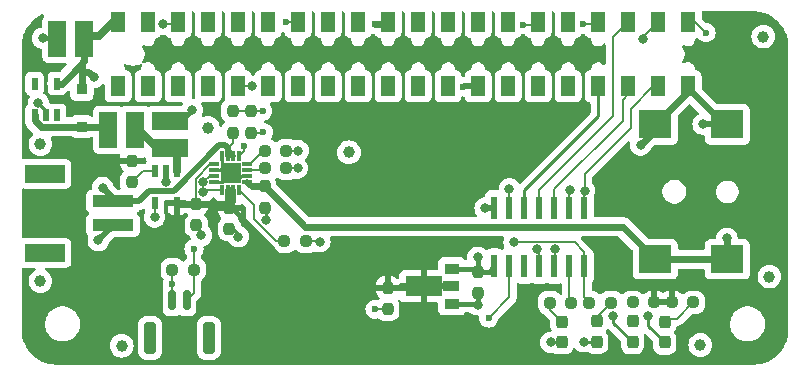
<source format=gbr>
%TF.GenerationSoftware,KiCad,Pcbnew,8.0.2*%
%TF.CreationDate,2024-05-13T09:46:36+08:00*%
%TF.ProjectId,Photon_Power_Zero_PCB_r1_01,50686f74-6f6e-45f5-906f-7765725f5a65,rev?*%
%TF.SameCoordinates,Original*%
%TF.FileFunction,Copper,L1,Top*%
%TF.FilePolarity,Positive*%
%FSLAX46Y46*%
G04 Gerber Fmt 4.6, Leading zero omitted, Abs format (unit mm)*
G04 Created by KiCad (PCBNEW 8.0.2) date 2024-05-13 09:46:36*
%MOMM*%
%LPD*%
G01*
G04 APERTURE LIST*
G04 Aperture macros list*
%AMRoundRect*
0 Rectangle with rounded corners*
0 $1 Rounding radius*
0 $2 $3 $4 $5 $6 $7 $8 $9 X,Y pos of 4 corners*
0 Add a 4 corners polygon primitive as box body*
4,1,4,$2,$3,$4,$5,$6,$7,$8,$9,$2,$3,0*
0 Add four circle primitives for the rounded corners*
1,1,$1+$1,$2,$3*
1,1,$1+$1,$4,$5*
1,1,$1+$1,$6,$7*
1,1,$1+$1,$8,$9*
0 Add four rect primitives between the rounded corners*
20,1,$1+$1,$2,$3,$4,$5,0*
20,1,$1+$1,$4,$5,$6,$7,0*
20,1,$1+$1,$6,$7,$8,$9,0*
20,1,$1+$1,$8,$9,$2,$3,0*%
G04 Aperture macros list end*
%TA.AperFunction,SMDPad,CuDef*%
%ADD10RoundRect,0.237500X0.237500X-0.250000X0.237500X0.250000X-0.237500X0.250000X-0.237500X-0.250000X0*%
%TD*%
%TA.AperFunction,SMDPad,CuDef*%
%ADD11C,1.000000*%
%TD*%
%TA.AperFunction,SMDPad,CuDef*%
%ADD12R,0.558800X1.981200*%
%TD*%
%TA.AperFunction,SMDPad,CuDef*%
%ADD13RoundRect,0.237500X-0.237500X0.287500X-0.237500X-0.287500X0.237500X-0.287500X0.237500X0.287500X0*%
%TD*%
%TA.AperFunction,SMDPad,CuDef*%
%ADD14RoundRect,0.237500X-0.250000X-0.237500X0.250000X-0.237500X0.250000X0.237500X-0.250000X0.237500X0*%
%TD*%
%TA.AperFunction,SMDPad,CuDef*%
%ADD15R,0.550000X1.000000*%
%TD*%
%TA.AperFunction,SMDPad,CuDef*%
%ADD16R,2.800000X2.400000*%
%TD*%
%TA.AperFunction,SMDPad,CuDef*%
%ADD17R,1.270000X1.680000*%
%TD*%
%TA.AperFunction,SMDPad,CuDef*%
%ADD18R,1.520000X3.050000*%
%TD*%
%TA.AperFunction,SMDPad,CuDef*%
%ADD19R,3.500000X1.000000*%
%TD*%
%TA.AperFunction,SMDPad,CuDef*%
%ADD20R,3.400000X1.500000*%
%TD*%
%TA.AperFunction,SMDPad,CuDef*%
%ADD21R,3.050000X1.520000*%
%TD*%
%TA.AperFunction,SMDPad,CuDef*%
%ADD22RoundRect,0.237500X0.250000X0.237500X-0.250000X0.237500X-0.250000X-0.237500X0.250000X-0.237500X0*%
%TD*%
%TA.AperFunction,SMDPad,CuDef*%
%ADD23R,0.950000X0.900000*%
%TD*%
%TA.AperFunction,SMDPad,CuDef*%
%ADD24R,1.300000X0.900000*%
%TD*%
%TA.AperFunction,SMDPad,CuDef*%
%ADD25R,1.475000X0.900000*%
%TD*%
%TA.AperFunction,SMDPad,CuDef*%
%ADD26R,3.125000X1.733000*%
%TD*%
%TA.AperFunction,ComponentPad*%
%ADD27C,0.400000*%
%TD*%
%TA.AperFunction,SMDPad,CuDef*%
%ADD28RoundRect,0.007800X-0.122200X0.422200X-0.122200X-0.422200X0.122200X-0.422200X0.122200X0.422200X0*%
%TD*%
%TA.AperFunction,SMDPad,CuDef*%
%ADD29RoundRect,0.007800X0.422200X0.122200X-0.422200X0.122200X-0.422200X-0.122200X0.422200X-0.122200X0*%
%TD*%
%TA.AperFunction,SMDPad,CuDef*%
%ADD30R,1.680000X1.680000*%
%TD*%
%TA.AperFunction,SMDPad,CuDef*%
%ADD31RoundRect,0.150000X-0.150000X-0.700000X0.150000X-0.700000X0.150000X0.700000X-0.150000X0.700000X0*%
%TD*%
%TA.AperFunction,SMDPad,CuDef*%
%ADD32RoundRect,0.250000X-0.250000X-1.100000X0.250000X-1.100000X0.250000X1.100000X-0.250000X1.100000X0*%
%TD*%
%TA.AperFunction,ViaPad*%
%ADD33C,0.800000*%
%TD*%
%TA.AperFunction,ViaPad*%
%ADD34C,0.600000*%
%TD*%
%TA.AperFunction,Conductor*%
%ADD35C,0.200000*%
%TD*%
%TA.AperFunction,Conductor*%
%ADD36C,0.700000*%
%TD*%
%TA.AperFunction,Conductor*%
%ADD37C,0.500000*%
%TD*%
%TA.AperFunction,Conductor*%
%ADD38C,0.250000*%
%TD*%
%TA.AperFunction,Conductor*%
%ADD39C,0.600000*%
%TD*%
%TA.AperFunction,Conductor*%
%ADD40C,0.400000*%
%TD*%
G04 APERTURE END LIST*
D10*
%TO.P,R1,1*%
%TO.N,N/C*%
X140770000Y-90952500D03*
%TO.P,R1,2*%
%TO.N,VccBQ*%
X140770000Y-89127500D03*
%TD*%
D11*
%TO.P,FID1,*%
%TO.N,*%
X133040000Y-99330000D03*
%TD*%
D12*
%TO.P,U1,GND*%
%TO.N,GND*%
X171475000Y-93140000D03*
%TO.P,U1,PA0*%
%TO.N,N/C*%
X172745000Y-93140000D03*
%TO.P,U1,PA1*%
X174015000Y-93140000D03*
%TO.P,U1,PA2*%
X175285000Y-93140000D03*
%TO.P,U1,PA3*%
X176555000Y-93140000D03*
%TO.P,U1,PA4*%
X177825000Y-93140000D03*
%TO.P,U1,PA5*%
X179095000Y-93140000D03*
%TO.P,U1,PA6*%
X179095000Y-98067600D03*
%TO.P,U1,PA7*%
X177825000Y-98067600D03*
%TO.P,U1,PB0*%
X172745000Y-98067600D03*
%TO.P,U1,PB1*%
X174015000Y-98067600D03*
%TO.P,U1,PB2*%
X176555000Y-98067600D03*
%TO.P,U1,PB3/RST*%
X175285000Y-98067600D03*
%TO.P,U1,VCC*%
%TO.N,3v_to_ATtiny*%
X171475000Y-98067600D03*
%TD*%
D13*
%TO.P,D1,1*%
%TO.N,N/C*%
X185910000Y-102780000D03*
%TO.P,D1,2*%
X185910000Y-104530000D03*
%TD*%
D11*
%TO.P,FID4,*%
%TO.N,*%
X194240000Y-78630000D03*
%TD*%
D10*
%TO.P,C1,1*%
%TO.N,GND*%
X149040000Y-94932500D03*
%TO.P,C1,2*%
%TO.N,VccBQ*%
X149040000Y-93107500D03*
%TD*%
D14*
%TO.P,R4,1*%
%TO.N,N/C*%
X152037500Y-88280000D03*
%TO.P,R4,2*%
%TO.N,GND*%
X153862500Y-88280000D03*
%TD*%
D10*
%TO.P,R1,1*%
%TO.N,VccBattery*%
X149340000Y-86752500D03*
%TO.P,R1,2*%
%TO.N,N/C*%
X149340000Y-84927500D03*
%TD*%
D15*
%TO.P,U4,EN*%
%TO.N,N/C*%
X142700000Y-92740000D03*
%TO.P,U4,FLG*%
X142700000Y-90040000D03*
%TO.P,U4,GND*%
%TO.N,GND*%
X143650000Y-90040000D03*
%TO.P,U4,IN*%
%TO.N,VccBQ*%
X144600000Y-92740000D03*
%TO.P,U4,OUT*%
%TO.N,N/C*%
X144600000Y-90040000D03*
%TD*%
D16*
%TO.P,J3,1A*%
%TO.N,VccSolar*%
X185100000Y-97470000D03*
%TO.P,J3,1B*%
X191200000Y-97470000D03*
%TO.P,J3,2*%
%TO.N,GND*%
X191200000Y-86070000D03*
%TO.P,J3,3*%
X185100000Y-86070000D03*
%TD*%
D11*
%TO.P,FID3,*%
%TO.N,*%
X139920000Y-104810000D03*
%TD*%
D10*
%TO.P,R1,1*%
%TO.N,GND*%
X150850000Y-86752500D03*
%TO.P,R1,2*%
%TO.N,N/C*%
X150850000Y-84927500D03*
%TD*%
D17*
%TO.P,REF\u002A\u002A,01*%
%TO.N,5v2RPi*%
X139610000Y-77400000D03*
%TO.P,REF\u002A\u002A,02*%
%TO.N,N/C*%
X139610000Y-82840000D03*
%TO.P,REF\u002A\u002A,03*%
X142150000Y-77400000D03*
%TO.P,REF\u002A\u002A,04*%
X142150000Y-82840000D03*
%TO.P,REF\u002A\u002A,06*%
X144690000Y-82840000D03*
%TO.P,REF\u002A\u002A,07*%
X147230000Y-77400000D03*
%TO.P,REF\u002A\u002A,08*%
X147230000Y-82840000D03*
%TO.P,REF\u002A\u002A,09*%
X149770000Y-77400000D03*
%TO.P,REF\u002A\u002A,11*%
X152310000Y-77400000D03*
%TO.P,REF\u002A\u002A,12*%
X152310000Y-82840000D03*
%TO.P,REF\u002A\u002A,14*%
X154850000Y-82840000D03*
%TO.P,REF\u002A\u002A,15*%
X157390000Y-77400000D03*
%TO.P,REF\u002A\u002A,16*%
X157390000Y-82840000D03*
%TO.P,REF\u002A\u002A,17*%
X159930000Y-77400000D03*
%TO.P,REF\u002A\u002A,18*%
X159930000Y-82840000D03*
%TO.P,REF\u002A\u002A,20*%
X162470000Y-82840000D03*
%TO.P,REF\u002A\u002A,21*%
X165010000Y-77400000D03*
%TO.P,REF\u002A\u002A,22*%
X165010000Y-82840000D03*
%TO.P,REF\u002A\u002A,23*%
X167550000Y-77400000D03*
%TO.P,REF\u002A\u002A,24*%
X167550000Y-82840000D03*
%TO.P,REF\u002A\u002A,25*%
X170090000Y-77400000D03*
%TO.P,REF\u002A\u002A,27*%
X172630000Y-77400000D03*
%TO.P,REF\u002A\u002A,28*%
X172630000Y-82840000D03*
%TO.P,REF\u002A\u002A,30*%
X175170000Y-82840000D03*
%TO.P,REF\u002A\u002A,31*%
X177710000Y-77400000D03*
%TO.P,REF\u002A\u002A,32*%
X177710000Y-82840000D03*
%TO.P,REF\u002A\u002A,34*%
X180250000Y-82840000D03*
%TO.P,REF\u002A\u002A,35*%
X182790000Y-77400000D03*
%TO.P,REF\u002A\u002A,36*%
X182790000Y-82840000D03*
%TO.P,REF\u002A\u002A,37*%
X185330000Y-77400000D03*
%TO.P,REF\u002A\u002A,38*%
X185330000Y-82840000D03*
%TO.P,REF\u002A\u002A,39*%
X187870000Y-77400000D03*
%TO.P,REF\u002A\u002A,GND*%
%TO.N,GND*%
X149770000Y-82840000D03*
X170090000Y-82840000D03*
X187870000Y-82840000D03*
X144690000Y-77400000D03*
X154850000Y-77400000D03*
X162470000Y-77400000D03*
X175170000Y-77400000D03*
X180250000Y-77400000D03*
%TD*%
D10*
%TO.P,C1,1*%
%TO.N,GND*%
X146240000Y-94612500D03*
%TO.P,C1,2*%
%TO.N,VccBQ*%
X146240000Y-92787500D03*
%TD*%
D18*
%TO.P,L1,1*%
%TO.N,N/C*%
X141070000Y-86520000D03*
%TO.P,L1,2*%
X138780000Y-86520000D03*
%TD*%
D11*
%TO.P,FID2,*%
%TO.N,*%
X133040000Y-87720000D03*
%TD*%
D19*
%TO.P,J1,1*%
%TO.N,VccBattery*%
X139190000Y-92590000D03*
%TO.P,J1,2*%
%TO.N,GND*%
X139190000Y-94590000D03*
D20*
%TO.P,J1,S1*%
%TO.N,N/C*%
X133440000Y-90240000D03*
%TO.P,J1,S2*%
X133440000Y-96940000D03*
%TD*%
D11*
%TO.P,FID7,*%
%TO.N,*%
X147200000Y-86360000D03*
%TD*%
D13*
%TO.P,D1,1*%
%TO.N,N/C*%
X177190000Y-102762500D03*
%TO.P,D1,2*%
%TO.N,GND*%
X177190000Y-104512500D03*
%TD*%
D21*
%TO.P,C3,1*%
%TO.N,N/C*%
X143980000Y-88060000D03*
%TO.P,C3,2*%
%TO.N,GND*%
X143980000Y-85770000D03*
%TD*%
D11*
%TO.P,FID5,*%
%TO.N,*%
X194760000Y-98950000D03*
%TD*%
D18*
%TO.P,C3,1*%
%TO.N,5v2RPi*%
X136770000Y-78820000D03*
%TO.P,C3,2*%
%TO.N,GND*%
X134480000Y-78820000D03*
%TD*%
D22*
%TO.P,R4,1*%
%TO.N,GND*%
X155525000Y-95980000D03*
%TO.P,R4,2*%
%TO.N,N/C*%
X153700000Y-95980000D03*
%TD*%
D13*
%TO.P,D1,1*%
%TO.N,N/C*%
X183180000Y-102750000D03*
%TO.P,D1,2*%
X183180000Y-104500000D03*
%TD*%
D23*
%TO.P,D2,A*%
%TO.N,N/C*%
X136550000Y-86260000D03*
%TO.P,D2,K*%
%TO.N,5v2RPi*%
X136550000Y-83110000D03*
%TD*%
D10*
%TO.P,C1,1*%
%TO.N,GND*%
X170070000Y-100352500D03*
%TO.P,C1,2*%
%TO.N,3v_to_ATtiny*%
X170070000Y-98527500D03*
%TD*%
D24*
%TO.P,U2,1*%
%TO.N,GND*%
X167887500Y-101270000D03*
D25*
%TO.P,U2,2*%
%TO.N,VccBQ*%
X167800000Y-99770000D03*
D26*
%TO.P,U2,2.1*%
X165500000Y-99770000D03*
D24*
%TO.P,U2,3*%
%TO.N,3v_to_ATtiny*%
X167887500Y-98270000D03*
%TD*%
D10*
%TO.P,C1,1*%
%TO.N,GND*%
X162440000Y-101712500D03*
%TO.P,C1,2*%
%TO.N,VccBQ*%
X162440000Y-99887500D03*
%TD*%
D14*
%TO.P,R2,1*%
%TO.N,N/C*%
X176175000Y-101170000D03*
%TO.P,R2,2*%
X178000000Y-101170000D03*
%TD*%
%TO.P,R2,1*%
%TO.N,N/C*%
X183170000Y-101140000D03*
%TO.P,R2,2*%
%TO.N,VccBQ*%
X184995000Y-101140000D03*
%TD*%
D22*
%TO.P,R2,1*%
%TO.N,N/C*%
X188325000Y-101140000D03*
%TO.P,R2,2*%
%TO.N,VccBQ*%
X186500000Y-101140000D03*
%TD*%
D10*
%TO.P,C1,1*%
%TO.N,GND*%
X152020000Y-93132500D03*
%TO.P,C1,2*%
%TO.N,VccSolar*%
X152020000Y-91307500D03*
%TD*%
D27*
%TO.P,U3,18*%
%TO.N,GND*%
X149135000Y-90210000D03*
%TO.P,U3,19*%
X149715000Y-90790000D03*
%TO.P,U3,20*%
X148555000Y-90790000D03*
%TO.P,U3,21*%
X149715000Y-89630000D03*
%TO.P,U3,22*%
X148555000Y-89630000D03*
D28*
%TO.P,U3,BATT*%
%TO.N,VccBattery*%
X149385000Y-88775000D03*
%TO.P,U3,Batt*%
X148885000Y-88775000D03*
%TO.P,U3,CE*%
%TO.N,GND*%
X148385000Y-88775000D03*
%TO.P,U3,CHG*%
%TO.N,N/C*%
X148385000Y-91645000D03*
D29*
%TO.P,U3,EN1*%
%TO.N,GND*%
X147700000Y-89960000D03*
%TO.P,U3,EN2*%
%TO.N,VccBQ*%
X147700000Y-89460000D03*
%TO.P,U3,GND*%
%TO.N,GND*%
X147700000Y-90960000D03*
D28*
%TO.P,U3,ILM*%
%TO.N,N/C*%
X149885000Y-91645000D03*
D29*
%TO.P,U3,IN*%
%TO.N,VccSolar*%
X150570000Y-90960000D03*
%TO.P,U3,ISET*%
%TO.N,N/C*%
X150570000Y-89460000D03*
D28*
%TO.P,U3,OUT*%
%TO.N,VccBQ*%
X149385000Y-91645000D03*
X148885000Y-91645000D03*
D29*
%TO.P,U3,PGOOD*%
%TO.N,N/C*%
X147700000Y-90460000D03*
%TO.P,U3,TD*%
X150570000Y-89960000D03*
%TO.P,U3,TMR*%
%TO.N,GND*%
X150570000Y-90460000D03*
D28*
%TO.P,U3,TS*%
%TO.N,N/C*%
X149885000Y-88775000D03*
D30*
%TO.P,U3,Thermal GND*%
%TO.N,GND*%
X149135000Y-90210000D03*
%TD*%
D11*
%TO.P,FID6,*%
%TO.N,*%
X188910000Y-104740000D03*
%TD*%
D14*
%TO.P,R1,1*%
%TO.N,N/C*%
X152040000Y-89790000D03*
%TO.P,R1,2*%
%TO.N,GND*%
X153865000Y-89790000D03*
%TD*%
D13*
%TO.P,D1,1*%
%TO.N,N/C*%
X180140000Y-102727500D03*
%TO.P,D1,2*%
%TO.N,GND*%
X180140000Y-104477500D03*
%TD*%
D15*
%TO.P,U5,GND*%
%TO.N,GND*%
X133490000Y-85310000D03*
%TO.P,U5,NC*%
%TO.N,N/C*%
X132540000Y-82610000D03*
X134440000Y-85310000D03*
%TO.P,U5,SW*%
X132540000Y-85310000D03*
%TO.P,U5,Vout*%
%TO.N,5v2RPi*%
X134440000Y-82610000D03*
%TD*%
D11*
%TO.P,FID7,*%
%TO.N,*%
X159160000Y-88430000D03*
%TD*%
D22*
%TO.P,R1,1*%
%TO.N,N/C*%
X146042500Y-98360000D03*
%TO.P,R1,2*%
%TO.N,GND*%
X144217500Y-98360000D03*
%TD*%
D14*
%TO.P,R2,1*%
%TO.N,N/C*%
X179525000Y-101150000D03*
%TO.P,R2,2*%
X181350000Y-101150000D03*
%TD*%
D31*
%TO.P,J2,1*%
%TO.N,GND*%
X144189000Y-100944000D03*
%TO.P,J2,2*%
%TO.N,N/C*%
X145439000Y-100944000D03*
D32*
%TO.P,J2,MP*%
X142339000Y-104144000D03*
X147289000Y-104144000D03*
%TD*%
D33*
%TO.N,*%
X146769500Y-90980000D03*
D34*
X171000000Y-102460000D03*
D33*
X184080000Y-78830000D03*
X173150000Y-96050000D03*
X142710000Y-93910000D03*
X179105000Y-91670000D03*
D34*
X146042500Y-96610000D03*
D33*
X184510000Y-102320000D03*
X176580000Y-96590000D03*
D34*
X150304878Y-87884878D03*
D33*
X172745000Y-91520000D03*
X181540000Y-102310000D03*
D34*
X151870000Y-84920000D03*
D33*
X146769500Y-91822027D03*
X175120000Y-96620000D03*
X177835000Y-91640000D03*
D34*
X189400000Y-78310000D03*
D33*
%TO.N,5v2RPi*%
X137540000Y-82090000D03*
D34*
%TO.N,GND*%
X178990000Y-77570000D03*
D33*
X149800000Y-95570000D03*
X170050000Y-101330000D03*
X156690000Y-96000000D03*
X176260000Y-104520000D03*
X154812000Y-89770000D03*
X179030000Y-104460000D03*
D34*
X168840000Y-82870000D03*
D33*
X154849500Y-88290000D03*
X152120000Y-94120000D03*
X145880000Y-84850000D03*
D34*
X153790000Y-77400000D03*
X144210000Y-99540000D03*
D33*
X137940000Y-95890000D03*
D34*
X151910000Y-86740000D03*
X161370000Y-101710000D03*
D33*
X150980000Y-82840000D03*
X183850000Y-87820000D03*
X133220498Y-78770000D03*
X132870000Y-84270000D03*
X143420000Y-77580000D03*
X189150000Y-86050000D03*
D34*
X161360000Y-77600000D03*
D33*
X170685000Y-93140000D03*
D34*
X173910000Y-77610000D03*
D33*
X146659500Y-95470000D03*
X143650000Y-90950000D03*
%TO.N,VccSolar*%
X191160000Y-95710000D03*
%TO.N,VccBattery*%
X138310000Y-91430000D03*
D34*
%TO.N,VccBQ*%
X159190000Y-96140000D03*
X156370000Y-93300000D03*
D33*
%TO.N,3v_to_ATtiny*%
X170070000Y-97320000D03*
%TD*%
D35*
%TO.N,*%
X150850000Y-84927500D02*
X151862500Y-84927500D01*
X181510000Y-85355000D02*
X181510000Y-78680000D01*
X177825000Y-100995000D02*
X178000000Y-101170000D01*
X175285000Y-96785000D02*
X175120000Y-96620000D01*
D36*
X144600000Y-90040000D02*
X144600000Y-88675000D01*
D37*
X143980000Y-88060000D02*
X142890000Y-88060000D01*
D35*
X171000000Y-102460000D02*
X172745000Y-100715000D01*
X141682500Y-90040000D02*
X142700000Y-90040000D01*
X179095000Y-98067600D02*
X179095000Y-96875000D01*
X176175000Y-101170000D02*
X176175000Y-101747500D01*
X146769500Y-90980000D02*
X146841726Y-90980000D01*
X146042500Y-96610000D02*
X146042500Y-98360000D01*
X182360000Y-83960000D02*
X182790000Y-83530000D01*
D37*
X144600000Y-88675000D02*
X143980000Y-88055000D01*
D35*
X187870000Y-77400000D02*
X188490000Y-77400000D01*
X175285000Y-93140000D02*
X175285000Y-91640000D01*
D36*
X142890000Y-88060000D02*
X141070000Y-86240000D01*
D35*
X146769500Y-91822027D02*
X146946527Y-91645000D01*
X181350000Y-101150000D02*
X180295000Y-102205000D01*
X176555000Y-91670000D02*
X176555000Y-91545000D01*
X179095000Y-98067600D02*
X179095000Y-100720000D01*
X179095000Y-91680000D02*
X179105000Y-91670000D01*
X179105000Y-90305000D02*
X179105000Y-91670000D01*
X175285000Y-91640000D02*
X175255000Y-91610000D01*
D38*
X184510000Y-103130000D02*
X185910000Y-104530000D01*
X181540000Y-102860000D02*
X183180000Y-104500000D01*
D35*
X149340000Y-84927500D02*
X150850000Y-84927500D01*
X183000000Y-84740000D02*
X184900000Y-82840000D01*
X176555000Y-91545000D02*
X182360000Y-85740000D01*
X176580000Y-98042600D02*
X176555000Y-98067600D01*
X142700000Y-93900000D02*
X142700000Y-92740000D01*
D38*
X184510000Y-102320000D02*
X184510000Y-103130000D01*
D35*
X146946527Y-91645000D02*
X148385000Y-91645000D01*
X177825000Y-98067600D02*
X177825000Y-100995000D01*
X178270000Y-96050000D02*
X173150000Y-96050000D01*
X140770000Y-90952500D02*
X141682500Y-90040000D01*
X150570000Y-89960000D02*
X151870000Y-89960000D01*
D39*
X132540000Y-85735000D02*
X132540000Y-85310000D01*
X138520000Y-86260000D02*
X138780000Y-86520000D01*
D35*
X151090000Y-94080000D02*
X152990000Y-95980000D01*
X172745000Y-93140000D02*
X172745000Y-91520000D01*
X186960000Y-102505000D02*
X186185000Y-102505000D01*
X151862500Y-84927500D02*
X151870000Y-84920000D01*
X179095000Y-100720000D02*
X179525000Y-101150000D01*
X184080000Y-78650000D02*
X185330000Y-77400000D01*
X184900000Y-82840000D02*
X185330000Y-82840000D01*
X184080000Y-78830000D02*
X184080000Y-78650000D01*
X183000000Y-86410000D02*
X179105000Y-90305000D01*
X176555000Y-93140000D02*
X176555000Y-91670000D01*
X183000000Y-84740000D02*
X183000000Y-86410000D01*
X176175000Y-101747500D02*
X177190000Y-102762500D01*
D39*
X136550000Y-86260000D02*
X133065000Y-86260000D01*
D35*
X150570000Y-89460000D02*
X150750000Y-89460000D01*
X177825000Y-93140000D02*
X177825000Y-91650000D01*
D38*
X174015000Y-91620000D02*
X180250000Y-85385000D01*
D35*
X182790000Y-83530000D02*
X182790000Y-82840000D01*
X180295000Y-102205000D02*
X180295000Y-102715000D01*
X150750000Y-89460000D02*
X151840000Y-88370000D01*
X177825000Y-91650000D02*
X177835000Y-91640000D01*
X179095000Y-93140000D02*
X179095000Y-91680000D01*
X150304878Y-88355122D02*
X149885000Y-88775000D01*
X151870000Y-89960000D02*
X152040000Y-89790000D01*
X151090000Y-92850000D02*
X151090000Y-94080000D01*
X146050000Y-98367500D02*
X146042500Y-98360000D01*
X186960000Y-102505000D02*
X188325000Y-101140000D01*
X149885000Y-91645000D02*
X151090000Y-92850000D01*
X176555000Y-91670000D02*
X176545000Y-91660000D01*
X172745000Y-100715000D02*
X172745000Y-98067600D01*
X176580000Y-96590000D02*
X176580000Y-98042600D01*
X175285000Y-98067600D02*
X175285000Y-96785000D01*
D39*
X133065000Y-86260000D02*
X132540000Y-85735000D01*
D35*
X152990000Y-95980000D02*
X153700000Y-95980000D01*
X182360000Y-85740000D02*
X182360000Y-83960000D01*
X146841726Y-90980000D02*
X147361726Y-90460000D01*
D38*
X180250000Y-85385000D02*
X180250000Y-82840000D01*
D35*
X175255000Y-91610000D02*
X181510000Y-85355000D01*
X186185000Y-102505000D02*
X185910000Y-102780000D01*
X150304878Y-87884878D02*
X150304878Y-88355122D01*
X147361726Y-90460000D02*
X147700000Y-90460000D01*
X142710000Y-93910000D02*
X142700000Y-93900000D01*
X181510000Y-78680000D02*
X182790000Y-77400000D01*
X179095000Y-96875000D02*
X178270000Y-96050000D01*
D38*
X181540000Y-102310000D02*
X181540000Y-102860000D01*
X174015000Y-93140000D02*
X174015000Y-91620000D01*
D39*
X136550000Y-86260000D02*
X138520000Y-86260000D01*
D35*
X146050000Y-100333000D02*
X146050000Y-98367500D01*
X188490000Y-77400000D02*
X189400000Y-78310000D01*
X146050000Y-100333000D02*
X145439000Y-100944000D01*
D37*
%TO.N,5v2RPi*%
X136550000Y-80900000D02*
X136770000Y-80680000D01*
D39*
X134840000Y-82610000D02*
X134440000Y-82610000D01*
X136550000Y-81620000D02*
X136550000Y-80900000D01*
X137540000Y-82090000D02*
X137060000Y-81610000D01*
X136770000Y-78820000D02*
X136770000Y-80680000D01*
X135775000Y-81675000D02*
X134840000Y-82610000D01*
X137040000Y-78550000D02*
X136770000Y-78820000D01*
X136550000Y-83110000D02*
X136550000Y-81620000D01*
X139190000Y-77400000D02*
X139610000Y-77400000D01*
D36*
X138040000Y-78550000D02*
X139190000Y-77400000D01*
X138040000Y-78550000D02*
X137040000Y-78550000D01*
X138040000Y-78550000D02*
X137780000Y-78550000D01*
D39*
X137060000Y-81610000D02*
X136560000Y-81610000D01*
X135775000Y-81675000D02*
X136770000Y-80680000D01*
D35*
%TO.N,GND*%
X144210000Y-100923000D02*
X144189000Y-100944000D01*
D38*
X149800000Y-95570000D02*
X149800000Y-95380000D01*
D35*
X180080000Y-77570000D02*
X180250000Y-77400000D01*
D38*
X148385000Y-90960000D02*
X148555000Y-90790000D01*
X179030000Y-104460000D02*
X180290000Y-104460000D01*
X133490000Y-85310000D02*
X133490000Y-84890000D01*
X148385000Y-88775000D02*
X148385000Y-89460000D01*
D39*
X161360000Y-77600000D02*
X162270000Y-77600000D01*
D35*
X154839500Y-88280000D02*
X154849500Y-88290000D01*
D38*
X176260000Y-104520000D02*
X177182500Y-104520000D01*
X149800000Y-95380000D02*
X149070000Y-94650000D01*
D35*
X162440000Y-101712500D02*
X161372500Y-101712500D01*
D38*
X152120000Y-93232500D02*
X152020000Y-93132500D01*
D35*
X134430000Y-78770000D02*
X134480000Y-78820000D01*
D40*
X169990000Y-101270000D02*
X170050000Y-101330000D01*
D35*
X143670000Y-90990000D02*
X143680000Y-90980000D01*
X146659500Y-95470000D02*
X146659500Y-95189500D01*
X153865000Y-89790000D02*
X154792000Y-89790000D01*
D37*
X189170000Y-86070000D02*
X189150000Y-86050000D01*
D35*
X144217500Y-99532500D02*
X144210000Y-99540000D01*
X143420000Y-77580000D02*
X144510000Y-77580000D01*
D38*
X148225000Y-89960000D02*
X147700000Y-89960000D01*
D35*
X144510000Y-77580000D02*
X144690000Y-77400000D01*
D37*
X139190000Y-94640000D02*
X137940000Y-95890000D01*
D38*
X133490000Y-84890000D02*
X132870000Y-84270000D01*
D35*
X146659500Y-95189500D02*
X146270000Y-94800000D01*
D40*
X144965000Y-85765000D02*
X143260000Y-85765000D01*
D35*
X168870000Y-82840000D02*
X168840000Y-82870000D01*
X150850000Y-86752500D02*
X151897500Y-86752500D01*
D39*
X185100000Y-86070000D02*
X187870000Y-83300000D01*
D35*
X154792000Y-89790000D02*
X154812000Y-89770000D01*
D40*
X145880000Y-84850000D02*
X144965000Y-85765000D01*
D35*
X153790000Y-77400000D02*
X154850000Y-77400000D01*
X153862500Y-88280000D02*
X154839500Y-88280000D01*
X161372500Y-101712500D02*
X161370000Y-101710000D01*
X173910000Y-77610000D02*
X174960000Y-77610000D01*
X139030000Y-94790000D02*
X139180000Y-94640000D01*
D37*
X170090000Y-82840000D02*
X168870000Y-82840000D01*
D35*
X155525000Y-95980000D02*
X156670000Y-95980000D01*
D39*
X185100000Y-86570000D02*
X183850000Y-87820000D01*
D35*
X174960000Y-77610000D02*
X175170000Y-77400000D01*
X151897500Y-86752500D02*
X151910000Y-86740000D01*
D38*
X147700000Y-90960000D02*
X148385000Y-90960000D01*
D35*
X139190000Y-94590000D02*
X139190000Y-94640000D01*
X150980000Y-82840000D02*
X149770000Y-82840000D01*
D38*
X148385000Y-89460000D02*
X148555000Y-89630000D01*
D40*
X167887500Y-101270000D02*
X169990000Y-101270000D01*
D35*
X144217500Y-98360000D02*
X144217500Y-99532500D01*
D38*
X177182500Y-104520000D02*
X177190000Y-104512500D01*
D37*
X170685000Y-93140000D02*
X171475000Y-93140000D01*
D39*
X187870000Y-83025000D02*
X187870000Y-83280000D01*
X190915000Y-86070000D02*
X187870000Y-83025000D01*
X185100000Y-86070000D02*
X185100000Y-86570000D01*
D35*
X178990000Y-77570000D02*
X180080000Y-77570000D01*
X162270000Y-77600000D02*
X162470000Y-77400000D01*
D38*
X148555000Y-89630000D02*
X148225000Y-89960000D01*
D37*
X191200000Y-86070000D02*
X190915000Y-86070000D01*
D35*
X156670000Y-95980000D02*
X156690000Y-96000000D01*
D38*
X148885000Y-89960000D02*
X149135000Y-90210000D01*
D40*
X133220498Y-78770000D02*
X134430000Y-78770000D01*
D38*
X152120000Y-94120000D02*
X152120000Y-93232500D01*
D40*
X170050000Y-101330000D02*
X170050000Y-100372500D01*
X170050000Y-100372500D02*
X170070000Y-100352500D01*
D35*
X144210000Y-99540000D02*
X144210000Y-100923000D01*
D38*
X150045000Y-90460000D02*
X149715000Y-90790000D01*
D37*
X143680000Y-90980000D02*
X143680000Y-90080000D01*
D39*
X187870000Y-83300000D02*
X187870000Y-83025000D01*
D38*
X150570000Y-90460000D02*
X150045000Y-90460000D01*
D37*
X191200000Y-86070000D02*
X189170000Y-86070000D01*
D39*
%TO.N,VccSolar*%
X185100000Y-97470000D02*
X191200000Y-97470000D01*
D35*
X150860000Y-91240000D02*
X150927500Y-91307500D01*
D39*
X191200000Y-95750000D02*
X191160000Y-95710000D01*
X182360000Y-94730000D02*
X185100000Y-97470000D01*
X191200000Y-97470000D02*
X191200000Y-95750000D01*
X155442500Y-94730000D02*
X182360000Y-94730000D01*
D35*
X150850000Y-91240000D02*
X150860000Y-91240000D01*
D39*
X152020000Y-91307500D02*
X155442500Y-94730000D01*
X150927500Y-91307500D02*
X152020000Y-91307500D01*
D37*
X150570000Y-90960000D02*
X150850000Y-91240000D01*
D35*
%TO.N,VccBattery*%
X149340000Y-86792500D02*
X149340000Y-87614000D01*
D37*
X148200000Y-87830000D02*
X144450000Y-91580000D01*
X148885000Y-88775000D02*
X148885000Y-88069000D01*
X139190000Y-92310000D02*
X138310000Y-91430000D01*
X142200000Y-91740000D02*
X144290000Y-91740000D01*
D35*
X140830000Y-92658604D02*
X140830000Y-92770000D01*
D37*
X144290000Y-91740000D02*
X144450000Y-91580000D01*
X149029000Y-88419000D02*
X149385000Y-88775000D01*
X139190000Y-92590000D02*
X141350000Y-92590000D01*
X148885000Y-88275000D02*
X149029000Y-88419000D01*
X148646000Y-87830000D02*
X148200000Y-87830000D01*
X148885000Y-88069000D02*
X148646000Y-87830000D01*
X148885000Y-88069000D02*
X148885000Y-88275000D01*
X139190000Y-92590000D02*
X139190000Y-92310000D01*
D35*
X149340000Y-87614000D02*
X148885000Y-88069000D01*
D37*
X141350000Y-92590000D02*
X142200000Y-91740000D01*
D38*
%TO.N,VccBQ*%
X148885000Y-92755000D02*
X149070000Y-92940000D01*
D40*
X144647500Y-92787500D02*
X144600000Y-92740000D01*
D35*
X146170000Y-92660000D02*
X146290000Y-92780000D01*
D38*
X148860000Y-92780000D02*
X148885000Y-92755000D01*
D35*
X147700000Y-89460000D02*
X147361726Y-89460000D01*
D37*
X148885000Y-91645000D02*
X148885000Y-92755000D01*
X146247500Y-92780000D02*
X146240000Y-92787500D01*
D39*
X148860000Y-92780000D02*
X146247500Y-92780000D01*
D37*
X165500000Y-99770000D02*
X167800000Y-99770000D01*
D40*
X164960000Y-99610000D02*
X166760000Y-99610000D01*
D39*
X146240000Y-92787500D02*
X144647500Y-92787500D01*
D40*
X155950000Y-99880000D02*
X149070000Y-93000000D01*
D35*
X147361726Y-89460000D02*
X146170000Y-90651726D01*
X146170000Y-90651726D02*
X146170000Y-92660000D01*
D40*
X155950000Y-99880000D02*
X163930000Y-99880000D01*
D37*
X148885000Y-91645000D02*
X149385000Y-91645000D01*
X149385000Y-92625000D02*
X149070000Y-92940000D01*
D38*
X162820000Y-99860000D02*
X163740000Y-99860000D01*
D40*
X149070000Y-93000000D02*
X149070000Y-92940000D01*
D37*
X149385000Y-91645000D02*
X149385000Y-92625000D01*
D38*
X162810000Y-99870000D02*
X162820000Y-99860000D01*
D35*
%TO.N,3v_to_ATtiny*%
X169950000Y-98270000D02*
X170010000Y-98330000D01*
D40*
X170070000Y-98527500D02*
X170070000Y-97320000D01*
X171015100Y-98527500D02*
X171475000Y-98067600D01*
X167887500Y-98270000D02*
X169812500Y-98270000D01*
X169812500Y-98270000D02*
X170070000Y-98527500D01*
X170070000Y-98527500D02*
X171015100Y-98527500D01*
%TD*%
%TA.AperFunction,Conductor*%
%TO.N,VccBQ*%
G36*
X146028621Y-76510502D02*
G01*
X146075114Y-76564158D01*
X146086500Y-76616500D01*
X146086500Y-78288649D01*
X146093009Y-78349196D01*
X146093011Y-78349204D01*
X146144110Y-78486202D01*
X146144112Y-78486207D01*
X146231738Y-78603261D01*
X146348792Y-78690887D01*
X146348794Y-78690888D01*
X146348796Y-78690889D01*
X146402857Y-78711053D01*
X146485795Y-78741988D01*
X146485803Y-78741990D01*
X146515484Y-78745180D01*
X146531967Y-78746952D01*
X146597559Y-78774119D01*
X146638051Y-78832436D01*
X146644500Y-78872230D01*
X146644500Y-78927081D01*
X146644499Y-78927081D01*
X146684401Y-79075994D01*
X146761481Y-79209501D01*
X146761489Y-79209511D01*
X146870488Y-79318510D01*
X146870493Y-79318514D01*
X146870495Y-79318516D01*
X146870496Y-79318517D01*
X146870498Y-79318518D01*
X146915842Y-79344697D01*
X147004006Y-79395599D01*
X147152917Y-79435500D01*
X147152919Y-79435500D01*
X147307081Y-79435500D01*
X147307083Y-79435500D01*
X147455994Y-79395599D01*
X147589505Y-79318516D01*
X147698516Y-79209505D01*
X147775599Y-79075994D01*
X147815500Y-78927083D01*
X147815500Y-78872230D01*
X147835502Y-78804109D01*
X147889158Y-78757616D01*
X147928032Y-78746952D01*
X147946790Y-78744935D01*
X147974196Y-78741990D01*
X147974199Y-78741989D01*
X147974201Y-78741989D01*
X147976459Y-78741147D01*
X147993045Y-78734960D01*
X148111204Y-78690889D01*
X148191367Y-78630880D01*
X148228261Y-78603261D01*
X148315887Y-78486207D01*
X148315887Y-78486206D01*
X148315889Y-78486204D01*
X148366989Y-78349201D01*
X148366989Y-78349199D01*
X148366990Y-78349196D01*
X148373499Y-78288649D01*
X148373500Y-78288632D01*
X148373500Y-76616500D01*
X148393502Y-76548379D01*
X148447158Y-76501886D01*
X148499500Y-76490500D01*
X148500500Y-76490500D01*
X148568621Y-76510502D01*
X148615114Y-76564158D01*
X148626500Y-76616500D01*
X148626500Y-78288649D01*
X148633009Y-78349196D01*
X148633011Y-78349204D01*
X148684110Y-78486202D01*
X148684112Y-78486207D01*
X148771738Y-78603261D01*
X148888792Y-78690887D01*
X148888794Y-78690888D01*
X148888796Y-78690889D01*
X148942857Y-78711053D01*
X149025795Y-78741988D01*
X149025803Y-78741990D01*
X149055484Y-78745180D01*
X149071967Y-78746952D01*
X149137559Y-78774119D01*
X149178051Y-78832436D01*
X149184500Y-78872230D01*
X149184500Y-78927081D01*
X149184499Y-78927081D01*
X149224401Y-79075994D01*
X149301481Y-79209501D01*
X149301489Y-79209511D01*
X149410488Y-79318510D01*
X149410493Y-79318514D01*
X149410495Y-79318516D01*
X149410496Y-79318517D01*
X149410498Y-79318518D01*
X149455842Y-79344697D01*
X149544006Y-79395599D01*
X149692917Y-79435500D01*
X149692919Y-79435500D01*
X149847081Y-79435500D01*
X149847083Y-79435500D01*
X149995994Y-79395599D01*
X150129505Y-79318516D01*
X150238516Y-79209505D01*
X150315599Y-79075994D01*
X150355500Y-78927083D01*
X150355500Y-78872230D01*
X150375502Y-78804109D01*
X150429158Y-78757616D01*
X150468032Y-78746952D01*
X150486790Y-78744935D01*
X150514196Y-78741990D01*
X150514199Y-78741989D01*
X150514201Y-78741989D01*
X150516459Y-78741147D01*
X150533045Y-78734960D01*
X150651204Y-78690889D01*
X150731367Y-78630880D01*
X150768261Y-78603261D01*
X150855887Y-78486207D01*
X150855887Y-78486206D01*
X150855889Y-78486204D01*
X150906989Y-78349201D01*
X150906989Y-78349199D01*
X150906990Y-78349196D01*
X150913499Y-78288649D01*
X150913500Y-78288632D01*
X150913500Y-76616500D01*
X150933502Y-76548379D01*
X150987158Y-76501886D01*
X151039500Y-76490500D01*
X151040500Y-76490500D01*
X151108621Y-76510502D01*
X151155114Y-76564158D01*
X151166500Y-76616500D01*
X151166500Y-78288649D01*
X151173009Y-78349196D01*
X151173011Y-78349204D01*
X151224110Y-78486202D01*
X151224112Y-78486207D01*
X151311738Y-78603261D01*
X151428792Y-78690887D01*
X151428794Y-78690888D01*
X151428796Y-78690889D01*
X151482857Y-78711053D01*
X151565795Y-78741988D01*
X151565803Y-78741990D01*
X151595484Y-78745180D01*
X151611967Y-78746952D01*
X151677559Y-78774119D01*
X151718051Y-78832436D01*
X151724500Y-78872230D01*
X151724500Y-78927081D01*
X151724499Y-78927081D01*
X151764401Y-79075994D01*
X151841481Y-79209501D01*
X151841489Y-79209511D01*
X151950488Y-79318510D01*
X151950493Y-79318514D01*
X151950495Y-79318516D01*
X151950496Y-79318517D01*
X151950498Y-79318518D01*
X151995842Y-79344697D01*
X152084006Y-79395599D01*
X152232917Y-79435500D01*
X152232919Y-79435500D01*
X152387081Y-79435500D01*
X152387083Y-79435500D01*
X152535994Y-79395599D01*
X152669505Y-79318516D01*
X152778516Y-79209505D01*
X152855599Y-79075994D01*
X152895500Y-78927083D01*
X152895500Y-78872230D01*
X152915502Y-78804109D01*
X152969158Y-78757616D01*
X153008032Y-78746952D01*
X153026790Y-78744935D01*
X153054196Y-78741990D01*
X153054199Y-78741989D01*
X153054201Y-78741989D01*
X153056459Y-78741147D01*
X153073045Y-78734960D01*
X153191204Y-78690889D01*
X153271367Y-78630880D01*
X153308261Y-78603261D01*
X153395887Y-78486207D01*
X153395887Y-78486206D01*
X153395889Y-78486204D01*
X153446989Y-78349201D01*
X153446989Y-78349198D01*
X153446990Y-78349195D01*
X153452087Y-78301781D01*
X153479255Y-78236188D01*
X153537572Y-78195696D01*
X153605408Y-78192407D01*
X153608947Y-78193214D01*
X153608953Y-78193217D01*
X153608959Y-78193217D01*
X153610809Y-78193640D01*
X153672770Y-78228302D01*
X153706154Y-78290960D01*
X153708044Y-78303010D01*
X153713010Y-78349197D01*
X153713011Y-78349204D01*
X153764110Y-78486202D01*
X153764112Y-78486207D01*
X153851738Y-78603261D01*
X153968792Y-78690887D01*
X153968794Y-78690888D01*
X153968796Y-78690889D01*
X154022857Y-78711053D01*
X154105795Y-78741988D01*
X154105803Y-78741990D01*
X154135484Y-78745180D01*
X154151967Y-78746952D01*
X154217559Y-78774119D01*
X154258051Y-78832436D01*
X154264500Y-78872230D01*
X154264500Y-78927081D01*
X154264499Y-78927081D01*
X154304401Y-79075994D01*
X154381481Y-79209501D01*
X154381489Y-79209511D01*
X154490488Y-79318510D01*
X154490493Y-79318514D01*
X154490495Y-79318516D01*
X154490496Y-79318517D01*
X154490498Y-79318518D01*
X154535842Y-79344697D01*
X154624006Y-79395599D01*
X154772917Y-79435500D01*
X154772919Y-79435500D01*
X154927081Y-79435500D01*
X154927083Y-79435500D01*
X155075994Y-79395599D01*
X155209505Y-79318516D01*
X155318516Y-79209505D01*
X155395599Y-79075994D01*
X155435500Y-78927083D01*
X155435500Y-78872230D01*
X155455502Y-78804109D01*
X155509158Y-78757616D01*
X155548032Y-78746952D01*
X155566790Y-78744935D01*
X155594196Y-78741990D01*
X155594199Y-78741989D01*
X155594201Y-78741989D01*
X155596459Y-78741147D01*
X155613045Y-78734960D01*
X155731204Y-78690889D01*
X155811367Y-78630880D01*
X155848261Y-78603261D01*
X155935887Y-78486207D01*
X155935887Y-78486206D01*
X155935889Y-78486204D01*
X155986989Y-78349201D01*
X155986989Y-78349199D01*
X155986990Y-78349196D01*
X155993499Y-78288649D01*
X155993500Y-78288632D01*
X155993500Y-76616500D01*
X156013502Y-76548379D01*
X156067158Y-76501886D01*
X156119500Y-76490500D01*
X156120500Y-76490500D01*
X156188621Y-76510502D01*
X156235114Y-76564158D01*
X156246500Y-76616500D01*
X156246500Y-78288649D01*
X156253009Y-78349196D01*
X156253011Y-78349204D01*
X156304110Y-78486202D01*
X156304112Y-78486207D01*
X156391738Y-78603261D01*
X156508792Y-78690887D01*
X156508794Y-78690888D01*
X156508796Y-78690889D01*
X156562857Y-78711053D01*
X156645795Y-78741988D01*
X156645803Y-78741990D01*
X156675484Y-78745180D01*
X156691967Y-78746952D01*
X156757559Y-78774119D01*
X156798051Y-78832436D01*
X156804500Y-78872230D01*
X156804500Y-78927081D01*
X156804499Y-78927081D01*
X156844401Y-79075994D01*
X156921481Y-79209501D01*
X156921489Y-79209511D01*
X157030488Y-79318510D01*
X157030493Y-79318514D01*
X157030495Y-79318516D01*
X157030496Y-79318517D01*
X157030498Y-79318518D01*
X157075842Y-79344697D01*
X157164006Y-79395599D01*
X157312917Y-79435500D01*
X157312919Y-79435500D01*
X157467081Y-79435500D01*
X157467083Y-79435500D01*
X157615994Y-79395599D01*
X157749505Y-79318516D01*
X157858516Y-79209505D01*
X157935599Y-79075994D01*
X157975500Y-78927083D01*
X157975500Y-78872230D01*
X157995502Y-78804109D01*
X158049158Y-78757616D01*
X158088032Y-78746952D01*
X158106790Y-78744935D01*
X158134196Y-78741990D01*
X158134199Y-78741989D01*
X158134201Y-78741989D01*
X158136459Y-78741147D01*
X158153045Y-78734960D01*
X158271204Y-78690889D01*
X158351367Y-78630880D01*
X158388261Y-78603261D01*
X158475887Y-78486207D01*
X158475887Y-78486206D01*
X158475889Y-78486204D01*
X158526989Y-78349201D01*
X158526989Y-78349199D01*
X158526990Y-78349196D01*
X158533499Y-78288649D01*
X158533500Y-78288632D01*
X158533500Y-76616500D01*
X158553502Y-76548379D01*
X158607158Y-76501886D01*
X158659500Y-76490500D01*
X158660500Y-76490500D01*
X158728621Y-76510502D01*
X158775114Y-76564158D01*
X158786500Y-76616500D01*
X158786500Y-78288649D01*
X158793009Y-78349196D01*
X158793011Y-78349204D01*
X158844110Y-78486202D01*
X158844112Y-78486207D01*
X158931738Y-78603261D01*
X159048792Y-78690887D01*
X159048794Y-78690888D01*
X159048796Y-78690889D01*
X159102857Y-78711053D01*
X159185795Y-78741988D01*
X159185803Y-78741990D01*
X159215484Y-78745180D01*
X159231967Y-78746952D01*
X159297559Y-78774119D01*
X159338051Y-78832436D01*
X159344500Y-78872230D01*
X159344500Y-78927081D01*
X159344499Y-78927081D01*
X159384401Y-79075994D01*
X159461481Y-79209501D01*
X159461489Y-79209511D01*
X159570488Y-79318510D01*
X159570493Y-79318514D01*
X159570495Y-79318516D01*
X159570496Y-79318517D01*
X159570498Y-79318518D01*
X159615842Y-79344697D01*
X159704006Y-79395599D01*
X159852917Y-79435500D01*
X159852919Y-79435500D01*
X160007081Y-79435500D01*
X160007083Y-79435500D01*
X160155994Y-79395599D01*
X160289505Y-79318516D01*
X160398516Y-79209505D01*
X160475599Y-79075994D01*
X160515500Y-78927083D01*
X160515500Y-78872230D01*
X160535502Y-78804109D01*
X160589158Y-78757616D01*
X160628032Y-78746952D01*
X160646790Y-78744935D01*
X160674196Y-78741990D01*
X160674199Y-78741989D01*
X160674201Y-78741989D01*
X160676459Y-78741147D01*
X160693045Y-78734960D01*
X160811204Y-78690889D01*
X160891367Y-78630880D01*
X160928261Y-78603261D01*
X160945620Y-78580072D01*
X161015889Y-78486204D01*
X161015890Y-78486202D01*
X161022249Y-78469154D01*
X161064794Y-78412317D01*
X161131314Y-78387505D01*
X161171766Y-78392904D01*
X161172055Y-78391643D01*
X161178951Y-78393217D01*
X161197938Y-78395355D01*
X161230385Y-78399011D01*
X161240841Y-78400636D01*
X161280370Y-78408500D01*
X161280373Y-78408500D01*
X161286441Y-78409707D01*
X161286176Y-78411036D01*
X161345570Y-78435014D01*
X161377847Y-78479352D01*
X161379790Y-78478292D01*
X161384108Y-78486200D01*
X161471738Y-78603261D01*
X161588792Y-78690887D01*
X161588794Y-78690888D01*
X161588796Y-78690889D01*
X161642857Y-78711053D01*
X161725795Y-78741988D01*
X161725803Y-78741990D01*
X161755484Y-78745180D01*
X161771967Y-78746952D01*
X161837559Y-78774119D01*
X161878051Y-78832436D01*
X161884500Y-78872230D01*
X161884500Y-78927081D01*
X161884499Y-78927081D01*
X161924401Y-79075994D01*
X162001481Y-79209501D01*
X162001489Y-79209511D01*
X162110488Y-79318510D01*
X162110493Y-79318514D01*
X162110495Y-79318516D01*
X162110496Y-79318517D01*
X162110498Y-79318518D01*
X162155842Y-79344697D01*
X162244006Y-79395599D01*
X162392917Y-79435500D01*
X162392919Y-79435500D01*
X162547081Y-79435500D01*
X162547083Y-79435500D01*
X162695994Y-79395599D01*
X162829505Y-79318516D01*
X162938516Y-79209505D01*
X163015599Y-79075994D01*
X163055500Y-78927083D01*
X163055500Y-78872230D01*
X163075502Y-78804109D01*
X163129158Y-78757616D01*
X163168032Y-78746952D01*
X163186790Y-78744935D01*
X163214196Y-78741990D01*
X163214199Y-78741989D01*
X163214201Y-78741989D01*
X163216459Y-78741147D01*
X163233045Y-78734960D01*
X163351204Y-78690889D01*
X163431367Y-78630880D01*
X163468261Y-78603261D01*
X163555887Y-78486207D01*
X163555887Y-78486206D01*
X163555889Y-78486204D01*
X163606989Y-78349201D01*
X163606989Y-78349199D01*
X163606990Y-78349196D01*
X163613499Y-78288649D01*
X163613500Y-78288632D01*
X163613500Y-76616500D01*
X163633502Y-76548379D01*
X163687158Y-76501886D01*
X163739500Y-76490500D01*
X163740500Y-76490500D01*
X163808621Y-76510502D01*
X163855114Y-76564158D01*
X163866500Y-76616500D01*
X163866500Y-78288649D01*
X163873009Y-78349196D01*
X163873011Y-78349204D01*
X163924110Y-78486202D01*
X163924112Y-78486207D01*
X164011738Y-78603261D01*
X164128792Y-78690887D01*
X164128794Y-78690888D01*
X164128796Y-78690889D01*
X164182857Y-78711053D01*
X164265795Y-78741988D01*
X164265803Y-78741990D01*
X164295484Y-78745180D01*
X164311967Y-78746952D01*
X164377559Y-78774119D01*
X164418051Y-78832436D01*
X164424500Y-78872230D01*
X164424500Y-78927081D01*
X164424499Y-78927081D01*
X164464401Y-79075994D01*
X164541481Y-79209501D01*
X164541489Y-79209511D01*
X164650488Y-79318510D01*
X164650493Y-79318514D01*
X164650495Y-79318516D01*
X164650496Y-79318517D01*
X164650498Y-79318518D01*
X164695842Y-79344697D01*
X164784006Y-79395599D01*
X164932917Y-79435500D01*
X164932919Y-79435500D01*
X165087081Y-79435500D01*
X165087083Y-79435500D01*
X165235994Y-79395599D01*
X165369505Y-79318516D01*
X165478516Y-79209505D01*
X165555599Y-79075994D01*
X165595500Y-78927083D01*
X165595500Y-78872230D01*
X165615502Y-78804109D01*
X165669158Y-78757616D01*
X165708032Y-78746952D01*
X165726790Y-78744935D01*
X165754196Y-78741990D01*
X165754199Y-78741989D01*
X165754201Y-78741989D01*
X165756459Y-78741147D01*
X165773045Y-78734960D01*
X165891204Y-78690889D01*
X165971367Y-78630880D01*
X166008261Y-78603261D01*
X166095887Y-78486207D01*
X166095887Y-78486206D01*
X166095889Y-78486204D01*
X166146989Y-78349201D01*
X166146989Y-78349199D01*
X166146990Y-78349196D01*
X166153499Y-78288649D01*
X166153500Y-78288632D01*
X166153500Y-76616500D01*
X166173502Y-76548379D01*
X166227158Y-76501886D01*
X166279500Y-76490500D01*
X166280500Y-76490500D01*
X166348621Y-76510502D01*
X166395114Y-76564158D01*
X166406500Y-76616500D01*
X166406500Y-78288649D01*
X166413009Y-78349196D01*
X166413011Y-78349204D01*
X166464110Y-78486202D01*
X166464112Y-78486207D01*
X166551738Y-78603261D01*
X166668792Y-78690887D01*
X166668794Y-78690888D01*
X166668796Y-78690889D01*
X166722857Y-78711053D01*
X166805795Y-78741988D01*
X166805803Y-78741990D01*
X166835484Y-78745180D01*
X166851967Y-78746952D01*
X166917559Y-78774119D01*
X166958051Y-78832436D01*
X166964500Y-78872230D01*
X166964500Y-78927081D01*
X166964499Y-78927081D01*
X167004401Y-79075994D01*
X167081481Y-79209501D01*
X167081489Y-79209511D01*
X167190488Y-79318510D01*
X167190493Y-79318514D01*
X167190495Y-79318516D01*
X167190496Y-79318517D01*
X167190498Y-79318518D01*
X167235842Y-79344697D01*
X167324006Y-79395599D01*
X167472917Y-79435500D01*
X167472919Y-79435500D01*
X167627081Y-79435500D01*
X167627083Y-79435500D01*
X167775994Y-79395599D01*
X167909505Y-79318516D01*
X168018516Y-79209505D01*
X168095599Y-79075994D01*
X168135500Y-78927083D01*
X168135500Y-78872230D01*
X168155502Y-78804109D01*
X168209158Y-78757616D01*
X168248032Y-78746952D01*
X168266790Y-78744935D01*
X168294196Y-78741990D01*
X168294199Y-78741989D01*
X168294201Y-78741989D01*
X168296459Y-78741147D01*
X168313045Y-78734960D01*
X168431204Y-78690889D01*
X168511367Y-78630880D01*
X168548261Y-78603261D01*
X168635887Y-78486207D01*
X168635887Y-78486206D01*
X168635889Y-78486204D01*
X168686989Y-78349201D01*
X168686989Y-78349199D01*
X168686990Y-78349196D01*
X168693499Y-78288649D01*
X168693500Y-78288632D01*
X168693500Y-76616500D01*
X168713502Y-76548379D01*
X168767158Y-76501886D01*
X168819500Y-76490500D01*
X168820500Y-76490500D01*
X168888621Y-76510502D01*
X168935114Y-76564158D01*
X168946500Y-76616500D01*
X168946500Y-78288649D01*
X168953009Y-78349196D01*
X168953011Y-78349204D01*
X169004110Y-78486202D01*
X169004112Y-78486207D01*
X169091738Y-78603261D01*
X169208792Y-78690887D01*
X169208794Y-78690888D01*
X169208796Y-78690889D01*
X169262857Y-78711053D01*
X169345795Y-78741988D01*
X169345803Y-78741990D01*
X169375484Y-78745180D01*
X169391967Y-78746952D01*
X169457559Y-78774119D01*
X169498051Y-78832436D01*
X169504500Y-78872230D01*
X169504500Y-78927081D01*
X169504499Y-78927081D01*
X169544401Y-79075994D01*
X169621481Y-79209501D01*
X169621489Y-79209511D01*
X169730488Y-79318510D01*
X169730493Y-79318514D01*
X169730495Y-79318516D01*
X169730496Y-79318517D01*
X169730498Y-79318518D01*
X169775842Y-79344697D01*
X169864006Y-79395599D01*
X170012917Y-79435500D01*
X170012919Y-79435500D01*
X170167081Y-79435500D01*
X170167083Y-79435500D01*
X170315994Y-79395599D01*
X170449505Y-79318516D01*
X170558516Y-79209505D01*
X170635599Y-79075994D01*
X170675500Y-78927083D01*
X170675500Y-78872230D01*
X170695502Y-78804109D01*
X170749158Y-78757616D01*
X170788032Y-78746952D01*
X170806790Y-78744935D01*
X170834196Y-78741990D01*
X170834199Y-78741989D01*
X170834201Y-78741989D01*
X170836459Y-78741147D01*
X170853045Y-78734960D01*
X170971204Y-78690889D01*
X171051367Y-78630880D01*
X171088261Y-78603261D01*
X171175887Y-78486207D01*
X171175887Y-78486206D01*
X171175889Y-78486204D01*
X171226989Y-78349201D01*
X171226989Y-78349199D01*
X171226990Y-78349196D01*
X171233499Y-78288649D01*
X171233500Y-78288632D01*
X171233500Y-76616500D01*
X171253502Y-76548379D01*
X171307158Y-76501886D01*
X171359500Y-76490500D01*
X171360500Y-76490500D01*
X171428621Y-76510502D01*
X171475114Y-76564158D01*
X171486500Y-76616500D01*
X171486500Y-78288649D01*
X171493009Y-78349196D01*
X171493011Y-78349204D01*
X171544110Y-78486202D01*
X171544112Y-78486207D01*
X171631738Y-78603261D01*
X171748792Y-78690887D01*
X171748794Y-78690888D01*
X171748796Y-78690889D01*
X171802857Y-78711053D01*
X171885795Y-78741988D01*
X171885803Y-78741990D01*
X171915484Y-78745180D01*
X171931967Y-78746952D01*
X171997559Y-78774119D01*
X172038051Y-78832436D01*
X172044500Y-78872230D01*
X172044500Y-78927081D01*
X172044499Y-78927081D01*
X172084401Y-79075994D01*
X172161481Y-79209501D01*
X172161489Y-79209511D01*
X172270488Y-79318510D01*
X172270493Y-79318514D01*
X172270495Y-79318516D01*
X172270496Y-79318517D01*
X172270498Y-79318518D01*
X172315842Y-79344697D01*
X172404006Y-79395599D01*
X172552917Y-79435500D01*
X172552919Y-79435500D01*
X172707081Y-79435500D01*
X172707083Y-79435500D01*
X172855994Y-79395599D01*
X172989505Y-79318516D01*
X173098516Y-79209505D01*
X173175599Y-79075994D01*
X173215500Y-78927083D01*
X173215500Y-78872230D01*
X173235502Y-78804109D01*
X173289158Y-78757616D01*
X173328032Y-78746952D01*
X173346790Y-78744935D01*
X173374196Y-78741990D01*
X173374199Y-78741989D01*
X173374201Y-78741989D01*
X173376459Y-78741147D01*
X173393045Y-78734960D01*
X173511204Y-78690889D01*
X173591367Y-78630880D01*
X173628261Y-78603261D01*
X173645620Y-78580072D01*
X173715889Y-78486204D01*
X173715891Y-78486196D01*
X173718759Y-78480947D01*
X173768958Y-78430742D01*
X173838331Y-78415647D01*
X173843436Y-78416116D01*
X173910000Y-78423616D01*
X173957699Y-78418241D01*
X174027630Y-78430488D01*
X174079839Y-78478600D01*
X174082397Y-78483065D01*
X174084112Y-78486206D01*
X174171738Y-78603261D01*
X174288792Y-78690887D01*
X174288794Y-78690888D01*
X174288796Y-78690889D01*
X174342857Y-78711053D01*
X174425795Y-78741988D01*
X174425803Y-78741990D01*
X174455484Y-78745180D01*
X174471967Y-78746952D01*
X174537559Y-78774119D01*
X174578051Y-78832436D01*
X174584500Y-78872230D01*
X174584500Y-78927081D01*
X174584499Y-78927081D01*
X174624401Y-79075994D01*
X174701481Y-79209501D01*
X174701489Y-79209511D01*
X174810488Y-79318510D01*
X174810493Y-79318514D01*
X174810495Y-79318516D01*
X174810496Y-79318517D01*
X174810498Y-79318518D01*
X174855842Y-79344697D01*
X174944006Y-79395599D01*
X175092917Y-79435500D01*
X175092919Y-79435500D01*
X175247081Y-79435500D01*
X175247083Y-79435500D01*
X175395994Y-79395599D01*
X175529505Y-79318516D01*
X175638516Y-79209505D01*
X175715599Y-79075994D01*
X175755500Y-78927083D01*
X175755500Y-78872230D01*
X175775502Y-78804109D01*
X175829158Y-78757616D01*
X175868032Y-78746952D01*
X175886790Y-78744935D01*
X175914196Y-78741990D01*
X175914199Y-78741989D01*
X175914201Y-78741989D01*
X175916459Y-78741147D01*
X175933045Y-78734960D01*
X176051204Y-78690889D01*
X176131367Y-78630880D01*
X176168261Y-78603261D01*
X176255887Y-78486207D01*
X176255887Y-78486206D01*
X176255889Y-78486204D01*
X176306989Y-78349201D01*
X176306989Y-78349199D01*
X176306990Y-78349196D01*
X176313499Y-78288649D01*
X176313500Y-78288632D01*
X176313500Y-76616500D01*
X176333502Y-76548379D01*
X176387158Y-76501886D01*
X176439500Y-76490500D01*
X176440500Y-76490500D01*
X176508621Y-76510502D01*
X176555114Y-76564158D01*
X176566500Y-76616500D01*
X176566500Y-78288649D01*
X176573009Y-78349196D01*
X176573011Y-78349204D01*
X176624110Y-78486202D01*
X176624112Y-78486207D01*
X176711738Y-78603261D01*
X176828792Y-78690887D01*
X176828794Y-78690888D01*
X176828796Y-78690889D01*
X176882857Y-78711053D01*
X176965795Y-78741988D01*
X176965803Y-78741990D01*
X176995484Y-78745180D01*
X177011967Y-78746952D01*
X177077559Y-78774119D01*
X177118051Y-78832436D01*
X177124500Y-78872230D01*
X177124500Y-78927081D01*
X177124499Y-78927081D01*
X177164401Y-79075994D01*
X177241481Y-79209501D01*
X177241489Y-79209511D01*
X177350488Y-79318510D01*
X177350493Y-79318514D01*
X177350495Y-79318516D01*
X177350496Y-79318517D01*
X177350498Y-79318518D01*
X177395842Y-79344697D01*
X177484006Y-79395599D01*
X177632917Y-79435500D01*
X177632919Y-79435500D01*
X177787081Y-79435500D01*
X177787083Y-79435500D01*
X177935994Y-79395599D01*
X178069505Y-79318516D01*
X178178516Y-79209505D01*
X178255599Y-79075994D01*
X178295500Y-78927083D01*
X178295500Y-78872230D01*
X178315502Y-78804109D01*
X178369158Y-78757616D01*
X178408032Y-78746952D01*
X178426790Y-78744935D01*
X178454196Y-78741990D01*
X178454199Y-78741989D01*
X178454201Y-78741989D01*
X178456459Y-78741147D01*
X178473045Y-78734960D01*
X178591204Y-78690889D01*
X178671367Y-78630880D01*
X178708261Y-78603261D01*
X178795887Y-78486207D01*
X178795887Y-78486206D01*
X178795889Y-78486204D01*
X178806052Y-78458955D01*
X178848597Y-78402121D01*
X178915117Y-78377309D01*
X178938202Y-78377779D01*
X178990000Y-78383616D01*
X179022593Y-78379943D01*
X179092522Y-78392192D01*
X179144731Y-78440304D01*
X179154753Y-78461115D01*
X179164111Y-78486203D01*
X179164112Y-78486206D01*
X179251738Y-78603261D01*
X179368792Y-78690887D01*
X179368794Y-78690888D01*
X179368796Y-78690889D01*
X179422857Y-78711053D01*
X179505795Y-78741988D01*
X179505803Y-78741990D01*
X179535484Y-78745180D01*
X179551967Y-78746952D01*
X179617559Y-78774119D01*
X179658051Y-78832436D01*
X179664500Y-78872230D01*
X179664500Y-78927081D01*
X179664499Y-78927081D01*
X179704401Y-79075994D01*
X179781481Y-79209501D01*
X179781489Y-79209511D01*
X179890488Y-79318510D01*
X179890493Y-79318514D01*
X179890495Y-79318516D01*
X179890496Y-79318517D01*
X179890498Y-79318518D01*
X179935842Y-79344697D01*
X180024006Y-79395599D01*
X180172917Y-79435500D01*
X180172919Y-79435500D01*
X180327081Y-79435500D01*
X180327083Y-79435500D01*
X180475994Y-79395599D01*
X180609505Y-79318516D01*
X180643656Y-79284365D01*
X180686405Y-79241617D01*
X180748717Y-79207591D01*
X180819532Y-79212656D01*
X180876368Y-79255203D01*
X180901179Y-79321723D01*
X180901500Y-79330712D01*
X180901500Y-80909288D01*
X180881498Y-80977409D01*
X180827842Y-81023902D01*
X180757568Y-81034006D01*
X180692988Y-81004512D01*
X180686405Y-80998383D01*
X180609511Y-80921489D01*
X180609501Y-80921481D01*
X180475994Y-80844401D01*
X180327083Y-80804500D01*
X180172917Y-80804500D01*
X180073643Y-80831100D01*
X180024005Y-80844401D01*
X179890498Y-80921481D01*
X179890488Y-80921489D01*
X179781489Y-81030488D01*
X179781481Y-81030498D01*
X179704401Y-81164005D01*
X179664500Y-81312918D01*
X179664500Y-81367769D01*
X179644498Y-81435890D01*
X179590842Y-81482383D01*
X179551968Y-81493047D01*
X179505803Y-81498009D01*
X179505795Y-81498011D01*
X179368797Y-81549110D01*
X179368792Y-81549112D01*
X179251738Y-81636738D01*
X179164112Y-81753792D01*
X179164110Y-81753797D01*
X179113011Y-81890795D01*
X179113009Y-81890803D01*
X179106500Y-81951350D01*
X179106500Y-83728649D01*
X179113009Y-83789196D01*
X179113011Y-83789204D01*
X179164110Y-83926202D01*
X179164112Y-83926207D01*
X179251738Y-84043261D01*
X179368792Y-84130887D01*
X179368794Y-84130888D01*
X179368796Y-84130889D01*
X179383990Y-84136556D01*
X179505795Y-84181988D01*
X179513474Y-84183803D01*
X179513058Y-84185560D01*
X179569548Y-84208951D01*
X179610047Y-84267263D01*
X179616500Y-84307070D01*
X179616500Y-85070405D01*
X179596498Y-85138526D01*
X179579595Y-85159500D01*
X173699710Y-91039385D01*
X173637398Y-91073411D01*
X173566583Y-91068346D01*
X173509747Y-91025799D01*
X173501496Y-91013291D01*
X173498318Y-91007787D01*
X173484040Y-90983056D01*
X173484038Y-90983054D01*
X173484034Y-90983048D01*
X173356255Y-90841135D01*
X173201752Y-90728882D01*
X173027288Y-90651206D01*
X172840487Y-90611500D01*
X172649513Y-90611500D01*
X172462711Y-90651206D01*
X172288247Y-90728882D01*
X172133744Y-90841135D01*
X172005965Y-90983048D01*
X172005958Y-90983058D01*
X171919358Y-91133054D01*
X171910473Y-91148444D01*
X171898754Y-91184512D01*
X171851457Y-91330072D01*
X171835543Y-91481497D01*
X171831505Y-91519920D01*
X171830806Y-91526567D01*
X171828152Y-91526288D01*
X171811494Y-91583021D01*
X171757838Y-91629514D01*
X171705496Y-91640900D01*
X171146950Y-91640900D01*
X171086403Y-91647409D01*
X171086395Y-91647411D01*
X170949397Y-91698510D01*
X170949392Y-91698512D01*
X170832338Y-91786138D01*
X170744712Y-91903192D01*
X170744710Y-91903197D01*
X170693611Y-92040195D01*
X170693609Y-92040203D01*
X170687100Y-92100750D01*
X170687100Y-92108723D01*
X170667098Y-92176844D01*
X170613442Y-92223337D01*
X170587298Y-92231969D01*
X170402715Y-92271204D01*
X170228247Y-92348882D01*
X170073744Y-92461135D01*
X169945965Y-92603048D01*
X169945958Y-92603058D01*
X169850476Y-92768438D01*
X169850473Y-92768444D01*
X169837406Y-92808659D01*
X169791457Y-92950072D01*
X169771496Y-93140000D01*
X169791457Y-93329927D01*
X169799509Y-93354707D01*
X169850473Y-93511556D01*
X169863651Y-93534381D01*
X169945958Y-93676941D01*
X169945961Y-93676945D01*
X169976795Y-93711190D01*
X170007512Y-93775198D01*
X169998747Y-93845652D01*
X169953284Y-93900182D01*
X169885556Y-93921477D01*
X169883158Y-93921500D01*
X155829582Y-93921500D01*
X155761461Y-93901498D01*
X155740487Y-93884595D01*
X153040404Y-91184512D01*
X153006378Y-91122200D01*
X153003499Y-91095417D01*
X153003499Y-91007787D01*
X152993062Y-90905619D01*
X152976629Y-90856027D01*
X152939724Y-90744654D01*
X152937285Y-90673703D01*
X152973593Y-90612693D01*
X153037122Y-90580998D01*
X153107702Y-90588680D01*
X153143158Y-90612405D01*
X153143396Y-90612105D01*
X153147180Y-90615096D01*
X153148425Y-90615930D01*
X153149147Y-90616652D01*
X153149153Y-90616657D01*
X153149154Y-90616658D01*
X153297580Y-90708209D01*
X153463119Y-90763062D01*
X153565287Y-90773500D01*
X154164712Y-90773499D01*
X154266881Y-90763062D01*
X154432420Y-90708209D01*
X154498085Y-90667705D01*
X154566562Y-90648968D01*
X154590429Y-90651700D01*
X154716509Y-90678500D01*
X154716513Y-90678500D01*
X154907487Y-90678500D01*
X155094288Y-90638794D01*
X155268752Y-90561118D01*
X155423253Y-90448866D01*
X155480686Y-90385080D01*
X155551034Y-90306951D01*
X155551035Y-90306949D01*
X155551040Y-90306944D01*
X155646527Y-90141556D01*
X155705542Y-89959928D01*
X155725504Y-89770000D01*
X155705542Y-89580072D01*
X155646527Y-89398444D01*
X155551040Y-89233056D01*
X155462870Y-89135133D01*
X155432154Y-89071127D01*
X155440918Y-89000674D01*
X155462869Y-88966515D01*
X155588540Y-88826944D01*
X155684027Y-88661556D01*
X155743042Y-88479928D01*
X155748290Y-88429996D01*
X158154659Y-88429996D01*
X158154659Y-88430003D01*
X158173974Y-88626124D01*
X158173974Y-88626126D01*
X158231186Y-88814728D01*
X158274186Y-88895174D01*
X158324090Y-88988538D01*
X158449117Y-89140883D01*
X158601462Y-89265910D01*
X158775273Y-89358814D01*
X158963868Y-89416024D01*
X158963872Y-89416024D01*
X158963874Y-89416025D01*
X159159997Y-89435341D01*
X159160000Y-89435341D01*
X159160003Y-89435341D01*
X159356124Y-89416025D01*
X159356126Y-89416025D01*
X159356127Y-89416024D01*
X159356132Y-89416024D01*
X159544727Y-89358814D01*
X159718538Y-89265910D01*
X159870883Y-89140883D01*
X159995910Y-88988538D01*
X160088814Y-88814727D01*
X160146024Y-88626132D01*
X160154087Y-88544266D01*
X160165341Y-88430003D01*
X160165341Y-88429996D01*
X160146025Y-88233875D01*
X160146025Y-88233873D01*
X160146024Y-88233870D01*
X160146024Y-88233868D01*
X160088814Y-88045273D01*
X159995910Y-87871462D01*
X159870883Y-87719117D01*
X159718538Y-87594090D01*
X159685918Y-87576654D01*
X159544728Y-87501186D01*
X159356125Y-87443974D01*
X159160003Y-87424659D01*
X159159997Y-87424659D01*
X158963875Y-87443974D01*
X158963873Y-87443974D01*
X158775271Y-87501186D01*
X158601461Y-87594090D01*
X158449117Y-87719117D01*
X158324090Y-87871461D01*
X158231186Y-88045271D01*
X158173974Y-88233873D01*
X158173974Y-88233875D01*
X158154659Y-88429996D01*
X155748290Y-88429996D01*
X155763004Y-88290000D01*
X155743042Y-88100072D01*
X155684027Y-87918444D01*
X155588540Y-87753056D01*
X155588538Y-87753054D01*
X155588534Y-87753048D01*
X155460755Y-87611135D01*
X155306252Y-87498882D01*
X155131788Y-87421206D01*
X154944987Y-87381500D01*
X154754013Y-87381500D01*
X154586123Y-87417186D01*
X154515332Y-87411784D01*
X154493781Y-87401181D01*
X154429920Y-87361791D01*
X154264381Y-87306938D01*
X154264379Y-87306937D01*
X154264377Y-87306937D01*
X154162221Y-87296500D01*
X153562787Y-87296500D01*
X153460619Y-87306937D01*
X153295079Y-87361791D01*
X153146653Y-87453342D01*
X153146647Y-87453347D01*
X153039095Y-87560900D01*
X152976783Y-87594926D01*
X152905968Y-87589861D01*
X152860905Y-87560900D01*
X152753352Y-87453347D01*
X152753346Y-87453342D01*
X152697833Y-87419101D01*
X152618816Y-87370362D01*
X152571340Y-87317578D01*
X152559937Y-87247503D01*
X152578276Y-87196089D01*
X152643043Y-87093015D01*
X152703217Y-86921047D01*
X152723616Y-86740000D01*
X152703217Y-86558953D01*
X152643043Y-86386985D01*
X152643041Y-86386982D01*
X152643041Y-86386981D01*
X152546112Y-86232720D01*
X152546111Y-86232718D01*
X152417281Y-86103888D01*
X152417279Y-86103887D01*
X152263018Y-86006958D01*
X152263015Y-86006957D01*
X152091046Y-85946782D01*
X152089246Y-85946372D01*
X152088199Y-85945786D01*
X152084368Y-85944446D01*
X152084602Y-85943774D01*
X152027283Y-85911715D01*
X151993894Y-85849059D01*
X151999680Y-85778299D01*
X152042803Y-85721899D01*
X152075663Y-85704603D01*
X152223015Y-85653043D01*
X152377281Y-85556111D01*
X152506111Y-85427281D01*
X152603043Y-85273015D01*
X152663217Y-85101047D01*
X152683616Y-84920000D01*
X152663217Y-84738953D01*
X152603043Y-84566985D01*
X152603041Y-84566982D01*
X152603041Y-84566981D01*
X152506112Y-84412720D01*
X152506111Y-84412718D01*
X152496988Y-84403595D01*
X152462962Y-84341283D01*
X152468027Y-84270468D01*
X152510574Y-84213632D01*
X152577094Y-84188821D01*
X152586083Y-84188500D01*
X152993632Y-84188500D01*
X152993638Y-84188500D01*
X152993645Y-84188499D01*
X152993649Y-84188499D01*
X153054196Y-84181990D01*
X153054199Y-84181989D01*
X153054201Y-84181989D01*
X153191204Y-84130889D01*
X153248054Y-84088332D01*
X153308261Y-84043261D01*
X153395887Y-83926207D01*
X153395887Y-83926206D01*
X153395889Y-83926204D01*
X153443868Y-83797568D01*
X153446988Y-83789204D01*
X153446990Y-83789196D01*
X153453499Y-83728649D01*
X153453500Y-83728632D01*
X153453500Y-81951367D01*
X153453499Y-81951350D01*
X153706500Y-81951350D01*
X153706500Y-83728649D01*
X153713009Y-83789196D01*
X153713011Y-83789204D01*
X153764110Y-83926202D01*
X153764112Y-83926207D01*
X153851738Y-84043261D01*
X153968792Y-84130887D01*
X153968794Y-84130888D01*
X153968796Y-84130889D01*
X153983990Y-84136556D01*
X154105795Y-84181988D01*
X154105803Y-84181990D01*
X154166350Y-84188499D01*
X154166355Y-84188499D01*
X154166362Y-84188500D01*
X154166368Y-84188500D01*
X155533632Y-84188500D01*
X155533638Y-84188500D01*
X155533645Y-84188499D01*
X155533649Y-84188499D01*
X155594196Y-84181990D01*
X155594199Y-84181989D01*
X155594201Y-84181989D01*
X155731204Y-84130889D01*
X155788054Y-84088332D01*
X155848261Y-84043261D01*
X155935887Y-83926207D01*
X155935887Y-83926206D01*
X155935889Y-83926204D01*
X155983868Y-83797568D01*
X155986988Y-83789204D01*
X155986990Y-83789196D01*
X155993499Y-83728649D01*
X155993500Y-83728632D01*
X155993500Y-81951367D01*
X155993499Y-81951350D01*
X156246500Y-81951350D01*
X156246500Y-83728649D01*
X156253009Y-83789196D01*
X156253011Y-83789204D01*
X156304110Y-83926202D01*
X156304112Y-83926207D01*
X156391738Y-84043261D01*
X156508792Y-84130887D01*
X156508794Y-84130888D01*
X156508796Y-84130889D01*
X156523990Y-84136556D01*
X156645795Y-84181988D01*
X156645803Y-84181990D01*
X156706350Y-84188499D01*
X156706355Y-84188499D01*
X156706362Y-84188500D01*
X156706368Y-84188500D01*
X158073632Y-84188500D01*
X158073638Y-84188500D01*
X158073645Y-84188499D01*
X158073649Y-84188499D01*
X158134196Y-84181990D01*
X158134199Y-84181989D01*
X158134201Y-84181989D01*
X158271204Y-84130889D01*
X158328054Y-84088332D01*
X158388261Y-84043261D01*
X158475887Y-83926207D01*
X158475887Y-83926206D01*
X158475889Y-83926204D01*
X158523868Y-83797568D01*
X158526988Y-83789204D01*
X158526990Y-83789196D01*
X158533499Y-83728649D01*
X158533500Y-83728632D01*
X158533500Y-81951367D01*
X158533499Y-81951350D01*
X158786500Y-81951350D01*
X158786500Y-83728649D01*
X158793009Y-83789196D01*
X158793011Y-83789204D01*
X158844110Y-83926202D01*
X158844112Y-83926207D01*
X158931738Y-84043261D01*
X159048792Y-84130887D01*
X159048794Y-84130888D01*
X159048796Y-84130889D01*
X159063990Y-84136556D01*
X159185795Y-84181988D01*
X159185803Y-84181990D01*
X159246350Y-84188499D01*
X159246355Y-84188499D01*
X159246362Y-84188500D01*
X159246368Y-84188500D01*
X160613632Y-84188500D01*
X160613638Y-84188500D01*
X160613645Y-84188499D01*
X160613649Y-84188499D01*
X160674196Y-84181990D01*
X160674199Y-84181989D01*
X160674201Y-84181989D01*
X160811204Y-84130889D01*
X160868054Y-84088332D01*
X160928261Y-84043261D01*
X161015887Y-83926207D01*
X161015887Y-83926206D01*
X161015889Y-83926204D01*
X161063868Y-83797568D01*
X161066988Y-83789204D01*
X161066990Y-83789196D01*
X161073499Y-83728649D01*
X161073500Y-83728632D01*
X161073500Y-81951367D01*
X161073499Y-81951350D01*
X161326500Y-81951350D01*
X161326500Y-83728649D01*
X161333009Y-83789196D01*
X161333011Y-83789204D01*
X161384110Y-83926202D01*
X161384112Y-83926207D01*
X161471738Y-84043261D01*
X161588792Y-84130887D01*
X161588794Y-84130888D01*
X161588796Y-84130889D01*
X161603990Y-84136556D01*
X161725795Y-84181988D01*
X161725803Y-84181990D01*
X161786350Y-84188499D01*
X161786355Y-84188499D01*
X161786362Y-84188500D01*
X161786368Y-84188500D01*
X163153632Y-84188500D01*
X163153638Y-84188500D01*
X163153645Y-84188499D01*
X163153649Y-84188499D01*
X163214196Y-84181990D01*
X163214199Y-84181989D01*
X163214201Y-84181989D01*
X163351204Y-84130889D01*
X163408054Y-84088332D01*
X163468261Y-84043261D01*
X163555887Y-83926207D01*
X163555887Y-83926206D01*
X163555889Y-83926204D01*
X163603868Y-83797568D01*
X163606988Y-83789204D01*
X163606990Y-83789196D01*
X163613499Y-83728649D01*
X163613500Y-83728632D01*
X163613500Y-81951367D01*
X163613499Y-81951350D01*
X163866500Y-81951350D01*
X163866500Y-83728649D01*
X163873009Y-83789196D01*
X163873011Y-83789204D01*
X163924110Y-83926202D01*
X163924112Y-83926207D01*
X164011738Y-84043261D01*
X164128792Y-84130887D01*
X164128794Y-84130888D01*
X164128796Y-84130889D01*
X164143990Y-84136556D01*
X164265795Y-84181988D01*
X164265803Y-84181990D01*
X164326350Y-84188499D01*
X164326355Y-84188499D01*
X164326362Y-84188500D01*
X164326368Y-84188500D01*
X165693632Y-84188500D01*
X165693638Y-84188500D01*
X165693645Y-84188499D01*
X165693649Y-84188499D01*
X165754196Y-84181990D01*
X165754199Y-84181989D01*
X165754201Y-84181989D01*
X165891204Y-84130889D01*
X165948054Y-84088332D01*
X166008261Y-84043261D01*
X166095887Y-83926207D01*
X166095887Y-83926206D01*
X166095889Y-83926204D01*
X166143868Y-83797568D01*
X166146988Y-83789204D01*
X166146990Y-83789196D01*
X166153499Y-83728649D01*
X166153500Y-83728632D01*
X166153500Y-81951367D01*
X166153499Y-81951350D01*
X166406500Y-81951350D01*
X166406500Y-83728649D01*
X166413009Y-83789196D01*
X166413011Y-83789204D01*
X166464110Y-83926202D01*
X166464112Y-83926207D01*
X166551738Y-84043261D01*
X166668792Y-84130887D01*
X166668794Y-84130888D01*
X166668796Y-84130889D01*
X166683990Y-84136556D01*
X166805795Y-84181988D01*
X166805803Y-84181990D01*
X166866350Y-84188499D01*
X166866355Y-84188499D01*
X166866362Y-84188500D01*
X166866368Y-84188500D01*
X168233632Y-84188500D01*
X168233638Y-84188500D01*
X168233645Y-84188499D01*
X168233649Y-84188499D01*
X168294196Y-84181990D01*
X168294199Y-84181989D01*
X168294201Y-84181989D01*
X168431204Y-84130889D01*
X168488054Y-84088332D01*
X168548261Y-84043261D01*
X168635887Y-83926207D01*
X168635887Y-83926206D01*
X168635889Y-83926204D01*
X168683868Y-83797568D01*
X168686988Y-83789204D01*
X168688803Y-83781526D01*
X168691327Y-83782122D01*
X168713644Y-83728201D01*
X168771949Y-83687693D01*
X168825882Y-83682025D01*
X168840000Y-83683616D01*
X168840001Y-83683615D01*
X168842533Y-83683901D01*
X168907986Y-83711406D01*
X168948178Y-83769930D01*
X168950697Y-83781643D01*
X168951197Y-83781526D01*
X168953011Y-83789204D01*
X169004110Y-83926202D01*
X169004112Y-83926207D01*
X169091738Y-84043261D01*
X169208792Y-84130887D01*
X169208794Y-84130888D01*
X169208796Y-84130889D01*
X169223990Y-84136556D01*
X169345795Y-84181988D01*
X169345803Y-84181990D01*
X169406350Y-84188499D01*
X169406355Y-84188499D01*
X169406362Y-84188500D01*
X169406368Y-84188500D01*
X170773632Y-84188500D01*
X170773638Y-84188500D01*
X170773645Y-84188499D01*
X170773649Y-84188499D01*
X170834196Y-84181990D01*
X170834199Y-84181989D01*
X170834201Y-84181989D01*
X170971204Y-84130889D01*
X171028054Y-84088332D01*
X171088261Y-84043261D01*
X171175887Y-83926207D01*
X171175887Y-83926206D01*
X171175889Y-83926204D01*
X171223868Y-83797568D01*
X171226988Y-83789204D01*
X171226990Y-83789196D01*
X171233499Y-83728649D01*
X171233500Y-83728632D01*
X171233500Y-81951367D01*
X171233499Y-81951350D01*
X171486500Y-81951350D01*
X171486500Y-83728649D01*
X171493009Y-83789196D01*
X171493011Y-83789204D01*
X171544110Y-83926202D01*
X171544112Y-83926207D01*
X171631738Y-84043261D01*
X171748792Y-84130887D01*
X171748794Y-84130888D01*
X171748796Y-84130889D01*
X171763990Y-84136556D01*
X171885795Y-84181988D01*
X171885803Y-84181990D01*
X171946350Y-84188499D01*
X171946355Y-84188499D01*
X171946362Y-84188500D01*
X171946368Y-84188500D01*
X173313632Y-84188500D01*
X173313638Y-84188500D01*
X173313645Y-84188499D01*
X173313649Y-84188499D01*
X173374196Y-84181990D01*
X173374199Y-84181989D01*
X173374201Y-84181989D01*
X173511204Y-84130889D01*
X173568054Y-84088332D01*
X173628261Y-84043261D01*
X173715887Y-83926207D01*
X173715887Y-83926206D01*
X173715889Y-83926204D01*
X173763868Y-83797568D01*
X173766988Y-83789204D01*
X173766990Y-83789196D01*
X173773499Y-83728649D01*
X173773500Y-83728632D01*
X173773500Y-81951367D01*
X173773499Y-81951350D01*
X174026500Y-81951350D01*
X174026500Y-83728649D01*
X174033009Y-83789196D01*
X174033011Y-83789204D01*
X174084110Y-83926202D01*
X174084112Y-83926207D01*
X174171738Y-84043261D01*
X174288792Y-84130887D01*
X174288794Y-84130888D01*
X174288796Y-84130889D01*
X174303990Y-84136556D01*
X174425795Y-84181988D01*
X174425803Y-84181990D01*
X174486350Y-84188499D01*
X174486355Y-84188499D01*
X174486362Y-84188500D01*
X174486368Y-84188500D01*
X175853632Y-84188500D01*
X175853638Y-84188500D01*
X175853645Y-84188499D01*
X175853649Y-84188499D01*
X175914196Y-84181990D01*
X175914199Y-84181989D01*
X175914201Y-84181989D01*
X176051204Y-84130889D01*
X176108054Y-84088332D01*
X176168261Y-84043261D01*
X176255887Y-83926207D01*
X176255887Y-83926206D01*
X176255889Y-83926204D01*
X176303868Y-83797568D01*
X176306988Y-83789204D01*
X176306990Y-83789196D01*
X176313499Y-83728649D01*
X176313500Y-83728632D01*
X176313500Y-81951367D01*
X176313499Y-81951350D01*
X176566500Y-81951350D01*
X176566500Y-83728649D01*
X176573009Y-83789196D01*
X176573011Y-83789204D01*
X176624110Y-83926202D01*
X176624112Y-83926207D01*
X176711738Y-84043261D01*
X176828792Y-84130887D01*
X176828794Y-84130888D01*
X176828796Y-84130889D01*
X176843990Y-84136556D01*
X176965795Y-84181988D01*
X176965803Y-84181990D01*
X177026350Y-84188499D01*
X177026355Y-84188499D01*
X177026362Y-84188500D01*
X177026368Y-84188500D01*
X178393632Y-84188500D01*
X178393638Y-84188500D01*
X178393645Y-84188499D01*
X178393649Y-84188499D01*
X178454196Y-84181990D01*
X178454199Y-84181989D01*
X178454201Y-84181989D01*
X178591204Y-84130889D01*
X178648054Y-84088332D01*
X178708261Y-84043261D01*
X178795887Y-83926207D01*
X178795887Y-83926206D01*
X178795889Y-83926204D01*
X178843868Y-83797568D01*
X178846988Y-83789204D01*
X178846990Y-83789196D01*
X178853499Y-83728649D01*
X178853500Y-83728632D01*
X178853500Y-81951367D01*
X178853499Y-81951350D01*
X178846990Y-81890803D01*
X178846988Y-81890795D01*
X178795889Y-81753797D01*
X178795887Y-81753792D01*
X178708261Y-81636738D01*
X178591207Y-81549112D01*
X178591202Y-81549110D01*
X178454204Y-81498011D01*
X178454196Y-81498009D01*
X178408032Y-81493047D01*
X178342440Y-81465878D01*
X178301948Y-81407561D01*
X178295500Y-81367769D01*
X178295500Y-81312918D01*
X178271817Y-81224532D01*
X178255599Y-81164006D01*
X178200513Y-81068595D01*
X178178518Y-81030498D01*
X178178510Y-81030488D01*
X178069511Y-80921489D01*
X178069501Y-80921481D01*
X177935994Y-80844401D01*
X177787083Y-80804500D01*
X177632917Y-80804500D01*
X177533643Y-80831100D01*
X177484005Y-80844401D01*
X177350498Y-80921481D01*
X177350488Y-80921489D01*
X177241489Y-81030488D01*
X177241481Y-81030498D01*
X177164401Y-81164005D01*
X177124500Y-81312918D01*
X177124500Y-81367769D01*
X177104498Y-81435890D01*
X177050842Y-81482383D01*
X177011968Y-81493047D01*
X176965803Y-81498009D01*
X176965795Y-81498011D01*
X176828797Y-81549110D01*
X176828792Y-81549112D01*
X176711738Y-81636738D01*
X176624112Y-81753792D01*
X176624110Y-81753797D01*
X176573011Y-81890795D01*
X176573009Y-81890803D01*
X176566500Y-81951350D01*
X176313499Y-81951350D01*
X176306990Y-81890803D01*
X176306988Y-81890795D01*
X176255889Y-81753797D01*
X176255887Y-81753792D01*
X176168261Y-81636738D01*
X176051207Y-81549112D01*
X176051202Y-81549110D01*
X175914204Y-81498011D01*
X175914196Y-81498009D01*
X175868032Y-81493047D01*
X175802440Y-81465878D01*
X175761948Y-81407561D01*
X175755500Y-81367769D01*
X175755500Y-81312918D01*
X175731817Y-81224532D01*
X175715599Y-81164006D01*
X175660513Y-81068595D01*
X175638518Y-81030498D01*
X175638510Y-81030488D01*
X175529511Y-80921489D01*
X175529501Y-80921481D01*
X175395994Y-80844401D01*
X175247083Y-80804500D01*
X175092917Y-80804500D01*
X174993643Y-80831100D01*
X174944005Y-80844401D01*
X174810498Y-80921481D01*
X174810488Y-80921489D01*
X174701489Y-81030488D01*
X174701481Y-81030498D01*
X174624401Y-81164005D01*
X174584500Y-81312918D01*
X174584500Y-81367769D01*
X174564498Y-81435890D01*
X174510842Y-81482383D01*
X174471968Y-81493047D01*
X174425803Y-81498009D01*
X174425795Y-81498011D01*
X174288797Y-81549110D01*
X174288792Y-81549112D01*
X174171738Y-81636738D01*
X174084112Y-81753792D01*
X174084110Y-81753797D01*
X174033011Y-81890795D01*
X174033009Y-81890803D01*
X174026500Y-81951350D01*
X173773499Y-81951350D01*
X173766990Y-81890803D01*
X173766988Y-81890795D01*
X173715889Y-81753797D01*
X173715887Y-81753792D01*
X173628261Y-81636738D01*
X173511207Y-81549112D01*
X173511202Y-81549110D01*
X173374204Y-81498011D01*
X173374196Y-81498009D01*
X173328032Y-81493047D01*
X173262440Y-81465878D01*
X173221948Y-81407561D01*
X173215500Y-81367769D01*
X173215500Y-81312918D01*
X173191817Y-81224532D01*
X173175599Y-81164006D01*
X173120513Y-81068595D01*
X173098518Y-81030498D01*
X173098510Y-81030488D01*
X172989511Y-80921489D01*
X172989501Y-80921481D01*
X172855994Y-80844401D01*
X172707083Y-80804500D01*
X172552917Y-80804500D01*
X172453643Y-80831100D01*
X172404005Y-80844401D01*
X172270498Y-80921481D01*
X172270488Y-80921489D01*
X172161489Y-81030488D01*
X172161481Y-81030498D01*
X172084401Y-81164005D01*
X172044500Y-81312918D01*
X172044500Y-81367769D01*
X172024498Y-81435890D01*
X171970842Y-81482383D01*
X171931968Y-81493047D01*
X171885803Y-81498009D01*
X171885795Y-81498011D01*
X171748797Y-81549110D01*
X171748792Y-81549112D01*
X171631738Y-81636738D01*
X171544112Y-81753792D01*
X171544110Y-81753797D01*
X171493011Y-81890795D01*
X171493009Y-81890803D01*
X171486500Y-81951350D01*
X171233499Y-81951350D01*
X171226990Y-81890803D01*
X171226988Y-81890795D01*
X171175889Y-81753797D01*
X171175887Y-81753792D01*
X171088261Y-81636738D01*
X170971207Y-81549112D01*
X170971202Y-81549110D01*
X170834204Y-81498011D01*
X170834196Y-81498009D01*
X170788032Y-81493047D01*
X170722440Y-81465878D01*
X170681948Y-81407561D01*
X170675500Y-81367769D01*
X170675500Y-81312918D01*
X170651817Y-81224532D01*
X170635599Y-81164006D01*
X170580513Y-81068595D01*
X170558518Y-81030498D01*
X170558510Y-81030488D01*
X170449511Y-80921489D01*
X170449501Y-80921481D01*
X170315994Y-80844401D01*
X170167083Y-80804500D01*
X170012917Y-80804500D01*
X169913643Y-80831100D01*
X169864005Y-80844401D01*
X169730498Y-80921481D01*
X169730488Y-80921489D01*
X169621489Y-81030488D01*
X169621481Y-81030498D01*
X169544401Y-81164005D01*
X169504500Y-81312918D01*
X169504500Y-81367769D01*
X169484498Y-81435890D01*
X169430842Y-81482383D01*
X169391968Y-81493047D01*
X169345803Y-81498009D01*
X169345795Y-81498011D01*
X169208797Y-81549110D01*
X169208792Y-81549112D01*
X169091738Y-81636738D01*
X169004112Y-81753792D01*
X169004110Y-81753797D01*
X168953011Y-81890795D01*
X168953010Y-81890802D01*
X168947173Y-81945095D01*
X168920004Y-82010687D01*
X168861686Y-82051178D01*
X168836000Y-82056834D01*
X168832254Y-82057256D01*
X168762322Y-82045005D01*
X168710115Y-81996892D01*
X168692871Y-81945514D01*
X168686990Y-81890804D01*
X168686988Y-81890795D01*
X168635889Y-81753797D01*
X168635887Y-81753792D01*
X168548261Y-81636738D01*
X168431207Y-81549112D01*
X168431202Y-81549110D01*
X168294204Y-81498011D01*
X168294196Y-81498009D01*
X168248032Y-81493047D01*
X168182440Y-81465878D01*
X168141948Y-81407561D01*
X168135500Y-81367769D01*
X168135500Y-81312918D01*
X168111817Y-81224532D01*
X168095599Y-81164006D01*
X168040513Y-81068595D01*
X168018518Y-81030498D01*
X168018510Y-81030488D01*
X167909511Y-80921489D01*
X167909501Y-80921481D01*
X167775994Y-80844401D01*
X167627083Y-80804500D01*
X167472917Y-80804500D01*
X167373643Y-80831100D01*
X167324005Y-80844401D01*
X167190498Y-80921481D01*
X167190488Y-80921489D01*
X167081489Y-81030488D01*
X167081481Y-81030498D01*
X167004401Y-81164005D01*
X166964500Y-81312918D01*
X166964500Y-81367769D01*
X166944498Y-81435890D01*
X166890842Y-81482383D01*
X166851968Y-81493047D01*
X166805803Y-81498009D01*
X166805795Y-81498011D01*
X166668797Y-81549110D01*
X166668792Y-81549112D01*
X166551738Y-81636738D01*
X166464112Y-81753792D01*
X166464110Y-81753797D01*
X166413011Y-81890795D01*
X166413009Y-81890803D01*
X166406500Y-81951350D01*
X166153499Y-81951350D01*
X166146990Y-81890803D01*
X166146988Y-81890795D01*
X166095889Y-81753797D01*
X166095887Y-81753792D01*
X166008261Y-81636738D01*
X165891207Y-81549112D01*
X165891202Y-81549110D01*
X165754204Y-81498011D01*
X165754196Y-81498009D01*
X165708032Y-81493047D01*
X165642440Y-81465878D01*
X165601948Y-81407561D01*
X165595500Y-81367769D01*
X165595500Y-81312918D01*
X165571817Y-81224532D01*
X165555599Y-81164006D01*
X165500513Y-81068595D01*
X165478518Y-81030498D01*
X165478510Y-81030488D01*
X165369511Y-80921489D01*
X165369501Y-80921481D01*
X165235994Y-80844401D01*
X165087083Y-80804500D01*
X164932917Y-80804500D01*
X164833643Y-80831100D01*
X164784005Y-80844401D01*
X164650498Y-80921481D01*
X164650488Y-80921489D01*
X164541489Y-81030488D01*
X164541481Y-81030498D01*
X164464401Y-81164005D01*
X164424500Y-81312918D01*
X164424500Y-81367769D01*
X164404498Y-81435890D01*
X164350842Y-81482383D01*
X164311968Y-81493047D01*
X164265803Y-81498009D01*
X164265795Y-81498011D01*
X164128797Y-81549110D01*
X164128792Y-81549112D01*
X164011738Y-81636738D01*
X163924112Y-81753792D01*
X163924110Y-81753797D01*
X163873011Y-81890795D01*
X163873009Y-81890803D01*
X163866500Y-81951350D01*
X163613499Y-81951350D01*
X163606990Y-81890803D01*
X163606988Y-81890795D01*
X163555889Y-81753797D01*
X163555887Y-81753792D01*
X163468261Y-81636738D01*
X163351207Y-81549112D01*
X163351202Y-81549110D01*
X163214204Y-81498011D01*
X163214196Y-81498009D01*
X163168032Y-81493047D01*
X163102440Y-81465878D01*
X163061948Y-81407561D01*
X163055500Y-81367769D01*
X163055500Y-81312918D01*
X163031817Y-81224532D01*
X163015599Y-81164006D01*
X162960513Y-81068595D01*
X162938518Y-81030498D01*
X162938510Y-81030488D01*
X162829511Y-80921489D01*
X162829501Y-80921481D01*
X162695994Y-80844401D01*
X162547083Y-80804500D01*
X162392917Y-80804500D01*
X162293643Y-80831100D01*
X162244005Y-80844401D01*
X162110498Y-80921481D01*
X162110488Y-80921489D01*
X162001489Y-81030488D01*
X162001481Y-81030498D01*
X161924401Y-81164005D01*
X161884500Y-81312918D01*
X161884500Y-81367769D01*
X161864498Y-81435890D01*
X161810842Y-81482383D01*
X161771968Y-81493047D01*
X161725803Y-81498009D01*
X161725795Y-81498011D01*
X161588797Y-81549110D01*
X161588792Y-81549112D01*
X161471738Y-81636738D01*
X161384112Y-81753792D01*
X161384110Y-81753797D01*
X161333011Y-81890795D01*
X161333009Y-81890803D01*
X161326500Y-81951350D01*
X161073499Y-81951350D01*
X161066990Y-81890803D01*
X161066988Y-81890795D01*
X161015889Y-81753797D01*
X161015887Y-81753792D01*
X160928261Y-81636738D01*
X160811207Y-81549112D01*
X160811202Y-81549110D01*
X160674204Y-81498011D01*
X160674196Y-81498009D01*
X160628032Y-81493047D01*
X160562440Y-81465878D01*
X160521948Y-81407561D01*
X160515500Y-81367769D01*
X160515500Y-81312918D01*
X160491817Y-81224532D01*
X160475599Y-81164006D01*
X160420513Y-81068595D01*
X160398518Y-81030498D01*
X160398510Y-81030488D01*
X160289511Y-80921489D01*
X160289501Y-80921481D01*
X160155994Y-80844401D01*
X160007083Y-80804500D01*
X159852917Y-80804500D01*
X159753643Y-80831100D01*
X159704005Y-80844401D01*
X159570498Y-80921481D01*
X159570488Y-80921489D01*
X159461489Y-81030488D01*
X159461481Y-81030498D01*
X159384401Y-81164005D01*
X159344500Y-81312918D01*
X159344500Y-81367769D01*
X159324498Y-81435890D01*
X159270842Y-81482383D01*
X159231968Y-81493047D01*
X159185803Y-81498009D01*
X159185795Y-81498011D01*
X159048797Y-81549110D01*
X159048792Y-81549112D01*
X158931738Y-81636738D01*
X158844112Y-81753792D01*
X158844110Y-81753797D01*
X158793011Y-81890795D01*
X158793009Y-81890803D01*
X158786500Y-81951350D01*
X158533499Y-81951350D01*
X158526990Y-81890803D01*
X158526988Y-81890795D01*
X158475889Y-81753797D01*
X158475887Y-81753792D01*
X158388261Y-81636738D01*
X158271207Y-81549112D01*
X158271202Y-81549110D01*
X158134204Y-81498011D01*
X158134196Y-81498009D01*
X158088032Y-81493047D01*
X158022440Y-81465878D01*
X157981948Y-81407561D01*
X157975500Y-81367769D01*
X157975500Y-81312918D01*
X157951817Y-81224532D01*
X157935599Y-81164006D01*
X157880513Y-81068595D01*
X157858518Y-81030498D01*
X157858510Y-81030488D01*
X157749511Y-80921489D01*
X157749501Y-80921481D01*
X157615994Y-80844401D01*
X157467083Y-80804500D01*
X157312917Y-80804500D01*
X157213643Y-80831100D01*
X157164005Y-80844401D01*
X157030498Y-80921481D01*
X157030488Y-80921489D01*
X156921489Y-81030488D01*
X156921481Y-81030498D01*
X156844401Y-81164005D01*
X156804500Y-81312918D01*
X156804500Y-81367769D01*
X156784498Y-81435890D01*
X156730842Y-81482383D01*
X156691968Y-81493047D01*
X156645803Y-81498009D01*
X156645795Y-81498011D01*
X156508797Y-81549110D01*
X156508792Y-81549112D01*
X156391738Y-81636738D01*
X156304112Y-81753792D01*
X156304110Y-81753797D01*
X156253011Y-81890795D01*
X156253009Y-81890803D01*
X156246500Y-81951350D01*
X155993499Y-81951350D01*
X155986990Y-81890803D01*
X155986988Y-81890795D01*
X155935889Y-81753797D01*
X155935887Y-81753792D01*
X155848261Y-81636738D01*
X155731207Y-81549112D01*
X155731202Y-81549110D01*
X155594204Y-81498011D01*
X155594196Y-81498009D01*
X155548032Y-81493047D01*
X155482440Y-81465878D01*
X155441948Y-81407561D01*
X155435500Y-81367769D01*
X155435500Y-81312918D01*
X155411817Y-81224532D01*
X155395599Y-81164006D01*
X155340513Y-81068595D01*
X155318518Y-81030498D01*
X155318510Y-81030488D01*
X155209511Y-80921489D01*
X155209501Y-80921481D01*
X155075994Y-80844401D01*
X154927083Y-80804500D01*
X154772917Y-80804500D01*
X154673643Y-80831100D01*
X154624005Y-80844401D01*
X154490498Y-80921481D01*
X154490488Y-80921489D01*
X154381489Y-81030488D01*
X154381481Y-81030498D01*
X154304401Y-81164005D01*
X154264500Y-81312918D01*
X154264500Y-81367769D01*
X154244498Y-81435890D01*
X154190842Y-81482383D01*
X154151968Y-81493047D01*
X154105803Y-81498009D01*
X154105795Y-81498011D01*
X153968797Y-81549110D01*
X153968792Y-81549112D01*
X153851738Y-81636738D01*
X153764112Y-81753792D01*
X153764110Y-81753797D01*
X153713011Y-81890795D01*
X153713009Y-81890803D01*
X153706500Y-81951350D01*
X153453499Y-81951350D01*
X153446990Y-81890803D01*
X153446988Y-81890795D01*
X153395889Y-81753797D01*
X153395887Y-81753792D01*
X153308261Y-81636738D01*
X153191207Y-81549112D01*
X153191202Y-81549110D01*
X153054204Y-81498011D01*
X153054196Y-81498009D01*
X153008032Y-81493047D01*
X152942440Y-81465878D01*
X152901948Y-81407561D01*
X152895500Y-81367769D01*
X152895500Y-81312918D01*
X152871817Y-81224532D01*
X152855599Y-81164006D01*
X152800513Y-81068595D01*
X152778518Y-81030498D01*
X152778510Y-81030488D01*
X152669511Y-80921489D01*
X152669501Y-80921481D01*
X152535994Y-80844401D01*
X152387083Y-80804500D01*
X152232917Y-80804500D01*
X152133643Y-80831100D01*
X152084005Y-80844401D01*
X151950498Y-80921481D01*
X151950488Y-80921489D01*
X151841489Y-81030488D01*
X151841481Y-81030498D01*
X151764401Y-81164005D01*
X151724500Y-81312918D01*
X151724500Y-81367769D01*
X151704498Y-81435890D01*
X151650842Y-81482383D01*
X151611968Y-81493047D01*
X151565803Y-81498009D01*
X151565795Y-81498011D01*
X151428797Y-81549110D01*
X151428792Y-81549112D01*
X151311738Y-81636738D01*
X151224112Y-81753792D01*
X151224110Y-81753797D01*
X151188402Y-81849533D01*
X151145855Y-81906369D01*
X151079335Y-81931179D01*
X151070347Y-81931500D01*
X151009653Y-81931500D01*
X150941532Y-81911498D01*
X150895039Y-81857842D01*
X150891598Y-81849533D01*
X150855889Y-81753797D01*
X150855887Y-81753792D01*
X150768261Y-81636738D01*
X150651207Y-81549112D01*
X150651202Y-81549110D01*
X150514204Y-81498011D01*
X150514196Y-81498009D01*
X150468032Y-81493047D01*
X150402440Y-81465878D01*
X150361948Y-81407561D01*
X150355500Y-81367769D01*
X150355500Y-81312918D01*
X150331817Y-81224532D01*
X150315599Y-81164006D01*
X150260513Y-81068595D01*
X150238518Y-81030498D01*
X150238510Y-81030488D01*
X150129511Y-80921489D01*
X150129501Y-80921481D01*
X149995994Y-80844401D01*
X149847083Y-80804500D01*
X149692917Y-80804500D01*
X149593643Y-80831100D01*
X149544005Y-80844401D01*
X149410498Y-80921481D01*
X149410488Y-80921489D01*
X149301489Y-81030488D01*
X149301481Y-81030498D01*
X149224401Y-81164005D01*
X149184500Y-81312918D01*
X149184500Y-81367769D01*
X149164498Y-81435890D01*
X149110842Y-81482383D01*
X149071968Y-81493047D01*
X149025803Y-81498009D01*
X149025795Y-81498011D01*
X148888797Y-81549110D01*
X148888792Y-81549112D01*
X148771738Y-81636738D01*
X148684112Y-81753792D01*
X148684110Y-81753797D01*
X148633011Y-81890795D01*
X148633009Y-81890803D01*
X148626500Y-81951350D01*
X148626500Y-83728649D01*
X148633009Y-83789196D01*
X148633011Y-83789204D01*
X148687260Y-83934647D01*
X148684378Y-83935721D01*
X148696199Y-83990100D01*
X148671377Y-84056616D01*
X148642095Y-84083375D01*
X148642418Y-84083784D01*
X148636704Y-84088302D01*
X148636682Y-84088323D01*
X148636665Y-84088332D01*
X148636657Y-84088339D01*
X148513343Y-84211652D01*
X148513342Y-84211653D01*
X148421791Y-84360080D01*
X148366937Y-84525622D01*
X148356500Y-84627778D01*
X148356500Y-85227212D01*
X148366937Y-85329380D01*
X148421791Y-85494920D01*
X148513342Y-85643346D01*
X148513347Y-85643352D01*
X148620900Y-85750905D01*
X148654926Y-85813217D01*
X148649861Y-85884032D01*
X148620900Y-85929095D01*
X148513347Y-86036647D01*
X148513342Y-86036653D01*
X148505110Y-86050000D01*
X148421791Y-86185080D01*
X148421790Y-86185081D01*
X148417939Y-86191326D01*
X148416742Y-86190587D01*
X148375088Y-86237882D01*
X148306808Y-86257334D01*
X148238851Y-86236783D01*
X148192793Y-86182754D01*
X148187250Y-86167913D01*
X148186024Y-86163873D01*
X148186024Y-86163868D01*
X148128814Y-85975273D01*
X148035910Y-85801462D01*
X147910883Y-85649117D01*
X147758538Y-85524090D01*
X147703965Y-85494920D01*
X147584728Y-85431186D01*
X147442844Y-85388146D01*
X147396132Y-85373976D01*
X147396131Y-85373975D01*
X147396125Y-85373974D01*
X147200003Y-85354659D01*
X147199997Y-85354659D01*
X147003875Y-85373974D01*
X147003870Y-85373975D01*
X146851527Y-85420188D01*
X146780534Y-85420821D01*
X146720467Y-85382972D01*
X146690399Y-85318657D01*
X146699876Y-85248295D01*
X146705826Y-85236625D01*
X146714527Y-85221556D01*
X146773542Y-85039928D01*
X146793504Y-84850000D01*
X146773542Y-84660072D01*
X146714527Y-84478444D01*
X146656247Y-84377500D01*
X146639509Y-84308505D01*
X146662729Y-84241413D01*
X146718536Y-84197526D01*
X146765366Y-84188500D01*
X147913632Y-84188500D01*
X147913638Y-84188500D01*
X147913645Y-84188499D01*
X147913649Y-84188499D01*
X147974196Y-84181990D01*
X147974199Y-84181989D01*
X147974201Y-84181989D01*
X148111204Y-84130889D01*
X148168054Y-84088332D01*
X148228261Y-84043261D01*
X148315887Y-83926207D01*
X148315887Y-83926206D01*
X148315889Y-83926204D01*
X148363868Y-83797568D01*
X148366988Y-83789204D01*
X148366990Y-83789196D01*
X148373499Y-83728649D01*
X148373500Y-83728632D01*
X148373500Y-81951367D01*
X148373499Y-81951350D01*
X148366990Y-81890803D01*
X148366988Y-81890795D01*
X148315889Y-81753797D01*
X148315887Y-81753792D01*
X148228261Y-81636738D01*
X148111207Y-81549112D01*
X148111202Y-81549110D01*
X147974204Y-81498011D01*
X147974196Y-81498009D01*
X147928032Y-81493047D01*
X147862440Y-81465878D01*
X147821948Y-81407561D01*
X147815500Y-81367769D01*
X147815500Y-81312918D01*
X147791817Y-81224532D01*
X147775599Y-81164006D01*
X147720513Y-81068595D01*
X147698518Y-81030498D01*
X147698510Y-81030488D01*
X147589511Y-80921489D01*
X147589501Y-80921481D01*
X147455994Y-80844401D01*
X147307083Y-80804500D01*
X147152917Y-80804500D01*
X147053643Y-80831100D01*
X147004005Y-80844401D01*
X146870498Y-80921481D01*
X146870488Y-80921489D01*
X146761489Y-81030488D01*
X146761481Y-81030498D01*
X146684401Y-81164005D01*
X146644500Y-81312918D01*
X146644500Y-81367769D01*
X146624498Y-81435890D01*
X146570842Y-81482383D01*
X146531968Y-81493047D01*
X146485803Y-81498009D01*
X146485795Y-81498011D01*
X146348797Y-81549110D01*
X146348792Y-81549112D01*
X146231738Y-81636738D01*
X146144112Y-81753792D01*
X146144110Y-81753797D01*
X146093011Y-81890795D01*
X146093009Y-81890803D01*
X146086500Y-81951350D01*
X146086500Y-83728649D01*
X146093853Y-83797039D01*
X146091801Y-83797259D01*
X146088579Y-83857416D01*
X146047055Y-83915003D01*
X145980988Y-83940998D01*
X145969755Y-83941500D01*
X145950245Y-83941500D01*
X145882124Y-83921498D01*
X145835631Y-83867842D01*
X145825527Y-83797568D01*
X145826826Y-83790719D01*
X145833499Y-83728649D01*
X145833500Y-83728632D01*
X145833500Y-81951367D01*
X145833499Y-81951350D01*
X145826990Y-81890803D01*
X145826988Y-81890795D01*
X145775889Y-81753797D01*
X145775887Y-81753792D01*
X145688261Y-81636738D01*
X145571207Y-81549112D01*
X145571202Y-81549110D01*
X145434204Y-81498011D01*
X145434196Y-81498009D01*
X145388032Y-81493047D01*
X145322440Y-81465878D01*
X145281948Y-81407561D01*
X145275500Y-81367769D01*
X145275500Y-81312918D01*
X145251817Y-81224532D01*
X145235599Y-81164006D01*
X145180513Y-81068595D01*
X145158518Y-81030498D01*
X145158510Y-81030488D01*
X145049511Y-80921489D01*
X145049501Y-80921481D01*
X144915994Y-80844401D01*
X144767083Y-80804500D01*
X144612917Y-80804500D01*
X144513643Y-80831100D01*
X144464005Y-80844401D01*
X144330498Y-80921481D01*
X144330488Y-80921489D01*
X144221489Y-81030488D01*
X144221481Y-81030498D01*
X144144401Y-81164005D01*
X144104500Y-81312918D01*
X144104500Y-81367769D01*
X144084498Y-81435890D01*
X144030842Y-81482383D01*
X143991968Y-81493047D01*
X143945803Y-81498009D01*
X143945795Y-81498011D01*
X143808797Y-81549110D01*
X143808792Y-81549112D01*
X143691738Y-81636738D01*
X143604112Y-81753792D01*
X143604110Y-81753797D01*
X143553011Y-81890795D01*
X143553009Y-81890803D01*
X143546500Y-81951350D01*
X143546500Y-83728649D01*
X143553009Y-83789196D01*
X143553011Y-83789204D01*
X143604110Y-83926202D01*
X143604112Y-83926207D01*
X143691738Y-84043261D01*
X143808792Y-84130887D01*
X143808794Y-84130888D01*
X143808796Y-84130889D01*
X143823990Y-84136556D01*
X143945795Y-84181988D01*
X143945803Y-84181990D01*
X144006350Y-84188499D01*
X144006355Y-84188499D01*
X144006362Y-84188500D01*
X144994634Y-84188500D01*
X145062755Y-84208502D01*
X145109248Y-84262158D01*
X145119352Y-84332432D01*
X145103752Y-84377500D01*
X145079729Y-84419112D01*
X145068535Y-84438500D01*
X145017153Y-84487493D01*
X144959416Y-84501500D01*
X142406350Y-84501500D01*
X142345803Y-84508009D01*
X142345795Y-84508011D01*
X142200353Y-84562260D01*
X142199223Y-84559232D01*
X142145363Y-84570929D01*
X142084281Y-84548133D01*
X142084118Y-84548432D01*
X142082035Y-84547294D01*
X142078890Y-84546121D01*
X142076207Y-84544113D01*
X142076202Y-84544110D01*
X141939204Y-84493011D01*
X141939196Y-84493009D01*
X141878649Y-84486500D01*
X141878638Y-84486500D01*
X140261362Y-84486500D01*
X140261350Y-84486500D01*
X140200803Y-84493009D01*
X140200795Y-84493011D01*
X140063797Y-84544110D01*
X140063792Y-84544113D01*
X140000509Y-84591486D01*
X139933988Y-84616297D01*
X139864614Y-84601205D01*
X139849491Y-84591486D01*
X139786207Y-84544113D01*
X139786202Y-84544110D01*
X139649204Y-84493011D01*
X139649196Y-84493009D01*
X139588649Y-84486500D01*
X139588638Y-84486500D01*
X137971362Y-84486500D01*
X137971350Y-84486500D01*
X137910803Y-84493009D01*
X137910795Y-84493011D01*
X137773797Y-84544110D01*
X137773792Y-84544112D01*
X137656738Y-84631738D01*
X137569112Y-84748792D01*
X137569110Y-84748797D01*
X137518011Y-84885795D01*
X137518009Y-84885803D01*
X137511500Y-84946350D01*
X137511500Y-85287278D01*
X137491498Y-85355399D01*
X137437842Y-85401892D01*
X137367568Y-85411996D01*
X137309991Y-85388146D01*
X137271207Y-85359112D01*
X137271202Y-85359110D01*
X137134204Y-85308011D01*
X137134196Y-85308009D01*
X137073649Y-85301500D01*
X137073638Y-85301500D01*
X136026362Y-85301500D01*
X136026350Y-85301500D01*
X135965803Y-85308009D01*
X135965795Y-85308011D01*
X135828797Y-85359110D01*
X135828792Y-85359112D01*
X135738951Y-85426368D01*
X135672431Y-85451179D01*
X135663442Y-85451500D01*
X135349500Y-85451500D01*
X135281379Y-85431498D01*
X135234886Y-85377842D01*
X135223500Y-85325500D01*
X135223500Y-84761367D01*
X135223499Y-84761350D01*
X135216990Y-84700803D01*
X135216988Y-84700795D01*
X135165889Y-84563797D01*
X135165887Y-84563792D01*
X135078261Y-84446738D01*
X134961207Y-84359112D01*
X134961202Y-84359110D01*
X134824204Y-84308011D01*
X134824196Y-84308009D01*
X134763649Y-84301500D01*
X134763638Y-84301500D01*
X134116362Y-84301500D01*
X134116350Y-84301500D01*
X134055804Y-84308009D01*
X134055797Y-84308011D01*
X134009031Y-84325454D01*
X133938215Y-84330518D01*
X133920969Y-84325454D01*
X133874198Y-84308010D01*
X133872273Y-84307555D01*
X133870934Y-84306792D01*
X133866817Y-84305257D01*
X133867065Y-84304589D01*
X133810580Y-84272420D01*
X133777677Y-84209508D01*
X133775948Y-84198115D01*
X133763542Y-84080072D01*
X133704527Y-83898444D01*
X133609040Y-83733056D01*
X133609038Y-83733054D01*
X133609034Y-83733048D01*
X133481255Y-83591135D01*
X133321410Y-83475001D01*
X133323005Y-83472804D01*
X133282318Y-83430113D01*
X133268898Y-83360397D01*
X133276268Y-83328376D01*
X133316989Y-83219201D01*
X133318198Y-83207961D01*
X133323499Y-83158649D01*
X133323500Y-83158632D01*
X133323500Y-82061367D01*
X133323499Y-82061350D01*
X133316990Y-82000803D01*
X133316988Y-82000795D01*
X133279419Y-81900072D01*
X133265889Y-81863796D01*
X133265888Y-81863794D01*
X133265887Y-81863792D01*
X133178261Y-81746738D01*
X133061207Y-81659112D01*
X133061202Y-81659110D01*
X132924204Y-81608011D01*
X132924196Y-81608009D01*
X132863649Y-81601500D01*
X132863638Y-81601500D01*
X132216362Y-81601500D01*
X132216350Y-81601500D01*
X132155803Y-81608009D01*
X132155795Y-81608011D01*
X132018797Y-81659110D01*
X132018792Y-81659112D01*
X131901738Y-81746738D01*
X131814112Y-81863792D01*
X131814110Y-81863797D01*
X131763011Y-82000795D01*
X131763009Y-82000803D01*
X131756500Y-82061350D01*
X131756500Y-83158649D01*
X131763009Y-83219196D01*
X131763011Y-83219204D01*
X131814110Y-83356202D01*
X131814112Y-83356207D01*
X131901738Y-83473261D01*
X132018792Y-83560887D01*
X132018794Y-83560887D01*
X132018796Y-83560889D01*
X132053311Y-83573762D01*
X132110145Y-83616308D01*
X132134956Y-83682828D01*
X132119865Y-83752202D01*
X132118396Y-83754817D01*
X132059161Y-83857416D01*
X132035473Y-83898444D01*
X132026454Y-83926202D01*
X131976457Y-84080072D01*
X131956496Y-84270001D01*
X131962243Y-84324689D01*
X131949470Y-84394527D01*
X131912448Y-84438720D01*
X131901740Y-84446736D01*
X131814112Y-84563792D01*
X131814110Y-84563797D01*
X131763011Y-84700795D01*
X131763009Y-84700803D01*
X131756500Y-84761350D01*
X131756500Y-85092275D01*
X131754079Y-85116856D01*
X131731500Y-85230364D01*
X131731500Y-85230370D01*
X131731500Y-85814630D01*
X131762570Y-85970831D01*
X131784664Y-86024169D01*
X131823516Y-86117968D01*
X131911997Y-86250389D01*
X131911999Y-86250391D01*
X132418441Y-86756833D01*
X132452467Y-86819145D01*
X132447402Y-86889960D01*
X132409281Y-86943326D01*
X132329117Y-87009116D01*
X132204090Y-87161461D01*
X132111186Y-87335271D01*
X132053974Y-87523873D01*
X132053974Y-87523875D01*
X132034659Y-87719996D01*
X132034659Y-87720003D01*
X132053974Y-87916124D01*
X132053974Y-87916126D01*
X132111186Y-88104728D01*
X132157600Y-88191561D01*
X132204090Y-88278538D01*
X132329117Y-88430883D01*
X132481462Y-88555910D01*
X132655273Y-88648814D01*
X132843868Y-88706024D01*
X132843872Y-88706024D01*
X132843874Y-88706025D01*
X133039997Y-88725341D01*
X133040000Y-88725341D01*
X133040003Y-88725341D01*
X133236124Y-88706025D01*
X133236126Y-88706025D01*
X133236127Y-88706024D01*
X133236132Y-88706024D01*
X133424727Y-88648814D01*
X133598538Y-88555910D01*
X133750883Y-88430883D01*
X133875910Y-88278538D01*
X133968814Y-88104727D01*
X134026024Y-87916132D01*
X134039296Y-87781379D01*
X134045341Y-87720003D01*
X134045341Y-87719996D01*
X134026025Y-87523875D01*
X134026025Y-87523873D01*
X134026024Y-87523870D01*
X134026024Y-87523868D01*
X133968814Y-87335273D01*
X133925316Y-87253895D01*
X133910845Y-87184390D01*
X133936249Y-87118094D01*
X133993462Y-87076056D01*
X134036439Y-87068500D01*
X135663442Y-87068500D01*
X135731563Y-87088502D01*
X135738951Y-87093632D01*
X135828792Y-87160887D01*
X135828794Y-87160888D01*
X135828796Y-87160889D01*
X135859481Y-87172334D01*
X135965795Y-87211988D01*
X135965803Y-87211990D01*
X136026350Y-87218499D01*
X136026355Y-87218499D01*
X136026362Y-87218500D01*
X136026368Y-87218500D01*
X137073632Y-87218500D01*
X137073638Y-87218500D01*
X137073645Y-87218499D01*
X137073649Y-87218499D01*
X137134196Y-87211990D01*
X137134199Y-87211989D01*
X137134201Y-87211989D01*
X137271204Y-87160889D01*
X137309991Y-87131853D01*
X137376509Y-87107042D01*
X137445884Y-87122133D01*
X137496087Y-87172334D01*
X137511500Y-87232721D01*
X137511500Y-88093649D01*
X137518009Y-88154196D01*
X137518011Y-88154204D01*
X137569110Y-88291202D01*
X137569112Y-88291207D01*
X137656738Y-88408261D01*
X137773792Y-88495887D01*
X137773794Y-88495888D01*
X137773796Y-88495889D01*
X137781778Y-88498866D01*
X137910795Y-88546988D01*
X137910803Y-88546990D01*
X137971350Y-88553499D01*
X137971355Y-88553499D01*
X137971362Y-88553500D01*
X137971368Y-88553500D01*
X139588632Y-88553500D01*
X139588638Y-88553500D01*
X139588645Y-88553499D01*
X139588649Y-88553499D01*
X139616454Y-88550509D01*
X139649201Y-88546989D01*
X139649204Y-88546987D01*
X139654737Y-88545681D01*
X139725632Y-88549477D01*
X139783221Y-88591000D01*
X139809218Y-88657065D01*
X139803325Y-88707933D01*
X139797432Y-88725716D01*
X139797430Y-88725726D01*
X139787000Y-88827815D01*
X139787000Y-88873500D01*
X141759725Y-88873500D01*
X141807220Y-88847565D01*
X141878035Y-88852629D01*
X141934872Y-88895174D01*
X141952060Y-88926652D01*
X141965579Y-88962898D01*
X142004111Y-89066204D01*
X142008092Y-89071522D01*
X142017773Y-89084454D01*
X142042583Y-89150974D01*
X142027491Y-89220348D01*
X142017772Y-89235471D01*
X141974112Y-89293792D01*
X141974111Y-89293795D01*
X141958734Y-89335022D01*
X141916187Y-89391857D01*
X141849666Y-89416667D01*
X141780292Y-89401575D01*
X141753477Y-89381500D01*
X139787000Y-89381500D01*
X139787000Y-89427184D01*
X139797430Y-89529273D01*
X139797431Y-89529276D01*
X139852248Y-89694707D01*
X139943737Y-89843033D01*
X139943742Y-89843039D01*
X140051254Y-89950551D01*
X140085280Y-90012863D01*
X140080215Y-90083678D01*
X140051254Y-90128741D01*
X139943347Y-90236647D01*
X139943342Y-90236653D01*
X139851791Y-90385080D01*
X139796937Y-90550622D01*
X139786500Y-90652778D01*
X139786500Y-91252212D01*
X139796938Y-91354381D01*
X139817312Y-91415868D01*
X139819752Y-91486823D01*
X139783443Y-91547833D01*
X139719914Y-91579528D01*
X139697707Y-91581500D01*
X139586371Y-91581500D01*
X139518250Y-91561498D01*
X139497276Y-91544595D01*
X139230125Y-91277444D01*
X139199387Y-91227285D01*
X139144528Y-91058447D01*
X139144527Y-91058445D01*
X139144527Y-91058444D01*
X139049040Y-90893056D01*
X139049038Y-90893054D01*
X139049034Y-90893048D01*
X138921255Y-90751135D01*
X138766752Y-90638882D01*
X138592288Y-90561206D01*
X138405487Y-90521500D01*
X138214513Y-90521500D01*
X138027711Y-90561206D01*
X137853247Y-90638882D01*
X137698744Y-90751135D01*
X137570965Y-90893048D01*
X137570958Y-90893058D01*
X137475476Y-91058438D01*
X137475473Y-91058445D01*
X137416457Y-91240072D01*
X137396496Y-91430001D01*
X137399792Y-91461368D01*
X137387018Y-91531206D01*
X137338515Y-91583052D01*
X137318516Y-91592591D01*
X137193795Y-91639111D01*
X137193792Y-91639112D01*
X137076738Y-91726738D01*
X136989112Y-91843792D01*
X136989110Y-91843797D01*
X136938011Y-91980795D01*
X136938009Y-91980803D01*
X136931500Y-92041350D01*
X136931500Y-93138649D01*
X136938009Y-93199196D01*
X136938011Y-93199204D01*
X136989110Y-93336202D01*
X136989112Y-93336207D01*
X137076737Y-93453259D01*
X137076738Y-93453259D01*
X137076739Y-93453261D01*
X137093166Y-93465558D01*
X137124657Y-93489132D01*
X137167203Y-93545968D01*
X137172267Y-93616784D01*
X137138242Y-93679096D01*
X137124657Y-93690868D01*
X137076737Y-93726740D01*
X136989112Y-93843792D01*
X136989110Y-93843797D01*
X136938011Y-93980795D01*
X136938009Y-93980803D01*
X136931500Y-94041350D01*
X136931500Y-95138649D01*
X136938009Y-95199196D01*
X136938011Y-95199204D01*
X136989110Y-95336202D01*
X136989110Y-95336203D01*
X137008651Y-95362307D01*
X137072389Y-95447451D01*
X137097200Y-95513970D01*
X137091354Y-95561895D01*
X137046457Y-95700071D01*
X137026496Y-95890000D01*
X137046457Y-96079927D01*
X137055235Y-96106941D01*
X137105473Y-96261556D01*
X137105476Y-96261561D01*
X137200958Y-96426941D01*
X137200965Y-96426951D01*
X137328744Y-96568864D01*
X137328747Y-96568866D01*
X137483248Y-96681118D01*
X137657712Y-96758794D01*
X137844513Y-96798500D01*
X138035487Y-96798500D01*
X138222288Y-96758794D01*
X138396752Y-96681118D01*
X138551253Y-96568866D01*
X138567765Y-96550528D01*
X138679034Y-96426951D01*
X138679035Y-96426949D01*
X138679040Y-96426944D01*
X138774527Y-96261556D01*
X138829388Y-96092712D01*
X138860123Y-96042556D01*
X139267277Y-95635404D01*
X139329589Y-95601379D01*
X139356372Y-95598500D01*
X140988632Y-95598500D01*
X140988638Y-95598500D01*
X140988645Y-95598499D01*
X140988649Y-95598499D01*
X141049196Y-95591990D01*
X141049199Y-95591989D01*
X141049201Y-95591989D01*
X141186204Y-95540889D01*
X141186930Y-95540346D01*
X141303261Y-95453261D01*
X141390887Y-95336207D01*
X141390887Y-95336206D01*
X141390889Y-95336204D01*
X141441989Y-95199201D01*
X141442071Y-95198445D01*
X141448499Y-95138649D01*
X141448500Y-95138632D01*
X141448500Y-94041367D01*
X141448499Y-94041350D01*
X141441990Y-93980803D01*
X141441988Y-93980795D01*
X141390889Y-93843797D01*
X141390887Y-93843792D01*
X141303261Y-93726738D01*
X141255343Y-93690868D01*
X141212796Y-93634033D01*
X141207731Y-93563217D01*
X141241756Y-93500905D01*
X141255343Y-93489132D01*
X141259575Y-93485964D01*
X141303261Y-93453261D01*
X141345223Y-93397206D01*
X141402058Y-93354660D01*
X141421509Y-93349136D01*
X141543928Y-93324785D01*
X141571247Y-93319351D01*
X141709284Y-93262174D01*
X141726923Y-93250388D01*
X141794673Y-93229173D01*
X141863140Y-93247955D01*
X141910584Y-93300771D01*
X141922202Y-93341681D01*
X141923010Y-93349197D01*
X141923011Y-93349200D01*
X141926491Y-93358532D01*
X141931552Y-93429348D01*
X141917553Y-93465558D01*
X141875474Y-93538441D01*
X141816457Y-93720072D01*
X141796496Y-93910000D01*
X141816457Y-94099927D01*
X141836012Y-94160108D01*
X141875473Y-94281556D01*
X141875476Y-94281561D01*
X141970958Y-94446941D01*
X141970965Y-94446951D01*
X142098744Y-94588864D01*
X142098747Y-94588866D01*
X142253248Y-94701118D01*
X142427712Y-94778794D01*
X142614513Y-94818500D01*
X142805487Y-94818500D01*
X142992288Y-94778794D01*
X143166752Y-94701118D01*
X143321253Y-94588866D01*
X143408873Y-94491554D01*
X143449034Y-94446951D01*
X143449035Y-94446949D01*
X143449040Y-94446944D01*
X143544527Y-94281556D01*
X143603542Y-94099928D01*
X143623504Y-93910000D01*
X143603542Y-93720072D01*
X143544527Y-93538444D01*
X143489875Y-93443785D01*
X143473138Y-93374792D01*
X143476375Y-93351798D01*
X143476990Y-93349195D01*
X143483499Y-93288649D01*
X143483500Y-93288632D01*
X143483500Y-93288597D01*
X143817000Y-93288597D01*
X143823505Y-93349093D01*
X143874555Y-93485964D01*
X143874555Y-93485965D01*
X143962095Y-93602904D01*
X144079034Y-93690444D01*
X144215906Y-93741494D01*
X144276402Y-93747999D01*
X144276415Y-93748000D01*
X144346000Y-93748000D01*
X144346000Y-92994000D01*
X143817000Y-92994000D01*
X143817000Y-93288597D01*
X143483500Y-93288597D01*
X143483500Y-92624500D01*
X143503502Y-92556379D01*
X143557158Y-92509886D01*
X143609500Y-92498500D01*
X144364706Y-92498500D01*
X144415376Y-92488420D01*
X144439958Y-92486000D01*
X145326309Y-92486000D01*
X145394430Y-92506002D01*
X145415404Y-92522905D01*
X145425999Y-92533500D01*
X146162187Y-92533500D01*
X146230308Y-92553502D01*
X146236241Y-92557559D01*
X146312748Y-92613145D01*
X146487212Y-92690821D01*
X146674013Y-92730527D01*
X146864987Y-92730527D01*
X147051788Y-92690821D01*
X147226252Y-92613145D01*
X147380753Y-92500893D01*
X147464589Y-92407784D01*
X147508534Y-92358978D01*
X147508534Y-92358977D01*
X147508540Y-92358971D01*
X147533061Y-92316498D01*
X147584444Y-92267506D01*
X147642180Y-92253500D01*
X147695960Y-92253500D01*
X147764081Y-92273502D01*
X147805789Y-92317746D01*
X147808530Y-92322622D01*
X147894287Y-92435712D01*
X147990013Y-92508302D01*
X148007377Y-92521469D01*
X148007378Y-92521469D01*
X148014889Y-92525692D01*
X148013690Y-92527823D01*
X148059649Y-92563578D01*
X148083221Y-92630547D01*
X148077002Y-92676832D01*
X148067432Y-92705713D01*
X148067431Y-92705720D01*
X148057000Y-92807815D01*
X148057000Y-92853500D01*
X150023001Y-92853500D01*
X150038881Y-92837620D01*
X150101193Y-92803594D01*
X150172008Y-92808659D01*
X150217071Y-92837620D01*
X150444595Y-93065144D01*
X150478621Y-93127456D01*
X150481500Y-93154239D01*
X150481500Y-93999890D01*
X150481500Y-94160110D01*
X150522968Y-94314873D01*
X150522969Y-94314875D01*
X150522970Y-94314877D01*
X150603075Y-94453623D01*
X150603083Y-94453633D01*
X152616366Y-96466916D01*
X152616371Y-96466920D01*
X152616373Y-96466922D01*
X152616374Y-96466923D01*
X152616376Y-96466924D01*
X152734149Y-96534920D01*
X152761183Y-96550528D01*
X152805423Y-96593499D01*
X152860840Y-96683344D01*
X152860847Y-96683352D01*
X152984147Y-96806652D01*
X152984153Y-96806657D01*
X152984154Y-96806658D01*
X153132580Y-96898209D01*
X153298119Y-96953062D01*
X153400287Y-96963500D01*
X153999712Y-96963499D01*
X154101881Y-96953062D01*
X154267420Y-96898209D01*
X154415846Y-96806658D01*
X154465422Y-96757082D01*
X154523405Y-96699100D01*
X154585717Y-96665074D01*
X154656532Y-96670139D01*
X154701595Y-96699100D01*
X154809147Y-96806652D01*
X154809153Y-96806657D01*
X154809154Y-96806658D01*
X154957580Y-96898209D01*
X155123119Y-96953062D01*
X155225287Y-96963500D01*
X155824712Y-96963499D01*
X155926881Y-96953062D01*
X156092420Y-96898209D01*
X156195673Y-96834521D01*
X156264149Y-96815784D01*
X156313063Y-96826654D01*
X156407712Y-96868794D01*
X156594513Y-96908500D01*
X156785487Y-96908500D01*
X156972288Y-96868794D01*
X157146752Y-96791118D01*
X157301253Y-96678866D01*
X157301255Y-96678864D01*
X157429034Y-96536951D01*
X157429035Y-96536949D01*
X157429040Y-96536944D01*
X157524527Y-96371556D01*
X157583542Y-96189928D01*
X157603504Y-96000000D01*
X157583542Y-95810072D01*
X157548892Y-95703433D01*
X157546865Y-95632470D01*
X157583527Y-95571672D01*
X157647239Y-95540346D01*
X157668726Y-95538500D01*
X172187520Y-95538500D01*
X172255641Y-95558502D01*
X172302134Y-95612158D01*
X172312238Y-95682432D01*
X172307354Y-95703428D01*
X172291055Y-95753595D01*
X172256457Y-95860072D01*
X172236496Y-96050000D01*
X172256457Y-96239927D01*
X172263485Y-96261556D01*
X172315473Y-96421556D01*
X172315475Y-96421560D01*
X172315477Y-96421564D01*
X172321144Y-96431379D01*
X172337883Y-96500374D01*
X172314663Y-96567466D01*
X172258857Y-96611354D01*
X172256062Y-96612435D01*
X172219396Y-96626111D01*
X172219394Y-96626112D01*
X172219392Y-96626113D01*
X172185509Y-96651478D01*
X172118989Y-96676289D01*
X172049615Y-96661198D01*
X172034491Y-96651478D01*
X172000607Y-96626112D01*
X172000602Y-96626110D01*
X171863604Y-96575011D01*
X171863596Y-96575009D01*
X171803049Y-96568500D01*
X171803038Y-96568500D01*
X171146962Y-96568500D01*
X171146950Y-96568500D01*
X171086403Y-96575009D01*
X171086395Y-96575011D01*
X170949397Y-96626110D01*
X170949393Y-96626112D01*
X170873271Y-96683096D01*
X170806751Y-96707906D01*
X170737377Y-96692814D01*
X170704127Y-96666537D01*
X170681255Y-96641135D01*
X170526752Y-96528882D01*
X170352288Y-96451206D01*
X170165487Y-96411500D01*
X169974513Y-96411500D01*
X169787711Y-96451206D01*
X169613247Y-96528882D01*
X169458744Y-96641135D01*
X169330965Y-96783048D01*
X169330958Y-96783058D01*
X169235476Y-96948438D01*
X169235473Y-96948444D01*
X169229184Y-96967799D01*
X169176457Y-97130072D01*
X169156496Y-97320000D01*
X169167199Y-97421843D01*
X169154426Y-97491681D01*
X169105924Y-97543527D01*
X169037091Y-97560921D01*
X168969781Y-97538339D01*
X168941023Y-97510523D01*
X168900761Y-97456739D01*
X168854146Y-97421843D01*
X168783707Y-97369112D01*
X168783702Y-97369110D01*
X168646704Y-97318011D01*
X168646696Y-97318009D01*
X168586149Y-97311500D01*
X168586138Y-97311500D01*
X167188862Y-97311500D01*
X167188850Y-97311500D01*
X167128303Y-97318009D01*
X167128295Y-97318011D01*
X166991297Y-97369110D01*
X166991292Y-97369112D01*
X166874238Y-97456738D01*
X166786612Y-97573792D01*
X166786610Y-97573797D01*
X166735511Y-97710795D01*
X166735509Y-97710803D01*
X166729000Y-97771350D01*
X166729000Y-98269500D01*
X166708998Y-98337621D01*
X166655342Y-98384114D01*
X166603000Y-98395500D01*
X165754000Y-98395500D01*
X165754000Y-99516000D01*
X167928000Y-99516000D01*
X167996121Y-99536002D01*
X168042614Y-99589658D01*
X168054000Y-99642000D01*
X168054000Y-99898000D01*
X168033998Y-99966121D01*
X167980342Y-100012614D01*
X167928000Y-100024000D01*
X165754000Y-100024000D01*
X165754000Y-101144500D01*
X166603000Y-101144500D01*
X166671121Y-101164502D01*
X166717614Y-101218158D01*
X166729000Y-101270500D01*
X166729000Y-101768649D01*
X166735509Y-101829196D01*
X166735511Y-101829204D01*
X166786610Y-101966202D01*
X166786612Y-101966207D01*
X166874238Y-102083261D01*
X166991292Y-102170887D01*
X166991294Y-102170888D01*
X166991296Y-102170889D01*
X167006793Y-102176669D01*
X167128295Y-102221988D01*
X167128303Y-102221990D01*
X167188850Y-102228499D01*
X167188855Y-102228499D01*
X167188862Y-102228500D01*
X167188868Y-102228500D01*
X168586132Y-102228500D01*
X168586138Y-102228500D01*
X168586145Y-102228499D01*
X168586149Y-102228499D01*
X168646696Y-102221990D01*
X168646699Y-102221989D01*
X168646701Y-102221989D01*
X168655214Y-102218814D01*
X168665545Y-102214960D01*
X168783704Y-102170889D01*
X168786956Y-102168455D01*
X168900761Y-102083261D01*
X168941387Y-102028991D01*
X168998222Y-101986444D01*
X169042255Y-101978500D01*
X169356655Y-101978500D01*
X169424776Y-101998502D01*
X169433355Y-102005053D01*
X169433405Y-102004985D01*
X169496468Y-102050803D01*
X169593248Y-102121118D01*
X169767712Y-102198794D01*
X169954513Y-102238500D01*
X170070347Y-102238500D01*
X170138468Y-102258502D01*
X170184961Y-102312158D01*
X170195554Y-102378606D01*
X170186384Y-102460000D01*
X170206783Y-102641047D01*
X170206783Y-102641049D01*
X170206784Y-102641050D01*
X170266957Y-102813015D01*
X170266958Y-102813018D01*
X170363887Y-102967279D01*
X170363888Y-102967281D01*
X170492718Y-103096111D01*
X170492720Y-103096112D01*
X170646981Y-103193041D01*
X170646982Y-103193041D01*
X170646985Y-103193043D01*
X170818953Y-103253217D01*
X171000000Y-103273616D01*
X171181047Y-103253217D01*
X171353015Y-103193043D01*
X171507281Y-103096111D01*
X171636111Y-102967281D01*
X171733043Y-102813015D01*
X171793217Y-102641047D01*
X171802719Y-102556702D01*
X171830221Y-102491251D01*
X171838813Y-102481734D01*
X173231922Y-101088627D01*
X173267043Y-101027795D01*
X173312031Y-100949875D01*
X173312032Y-100949872D01*
X173324021Y-100905127D01*
X173353500Y-100795111D01*
X173353500Y-99639876D01*
X173373502Y-99571755D01*
X173427158Y-99525262D01*
X173497432Y-99515158D01*
X173523525Y-99521818D01*
X173597309Y-99549339D01*
X173626398Y-99560189D01*
X173626403Y-99560190D01*
X173686950Y-99566699D01*
X173686955Y-99566699D01*
X173686962Y-99566700D01*
X173686968Y-99566700D01*
X174343032Y-99566700D01*
X174343038Y-99566700D01*
X174343045Y-99566699D01*
X174343049Y-99566699D01*
X174403596Y-99560190D01*
X174403599Y-99560189D01*
X174403601Y-99560189D01*
X174540604Y-99509089D01*
X174574491Y-99483720D01*
X174641011Y-99458910D01*
X174710385Y-99474001D01*
X174725507Y-99483720D01*
X174759396Y-99509089D01*
X174759397Y-99509089D01*
X174759398Y-99509090D01*
X174896395Y-99560188D01*
X174896403Y-99560190D01*
X174956950Y-99566699D01*
X174956955Y-99566699D01*
X174956962Y-99566700D01*
X174956968Y-99566700D01*
X175613032Y-99566700D01*
X175613038Y-99566700D01*
X175613045Y-99566699D01*
X175613049Y-99566699D01*
X175673596Y-99560190D01*
X175673599Y-99560189D01*
X175673601Y-99560189D01*
X175810604Y-99509089D01*
X175844491Y-99483720D01*
X175911011Y-99458910D01*
X175980385Y-99474001D01*
X175995507Y-99483720D01*
X176029396Y-99509089D01*
X176029397Y-99509089D01*
X176029398Y-99509090D01*
X176166395Y-99560188D01*
X176166403Y-99560190D01*
X176226950Y-99566699D01*
X176226955Y-99566699D01*
X176226962Y-99566700D01*
X176226968Y-99566700D01*
X176883032Y-99566700D01*
X176883038Y-99566700D01*
X176883045Y-99566699D01*
X176883049Y-99566699D01*
X176943596Y-99560190D01*
X176943601Y-99560189D01*
X176965918Y-99551865D01*
X177046469Y-99521820D01*
X177117282Y-99516755D01*
X177179594Y-99550779D01*
X177213620Y-99613091D01*
X177216500Y-99639876D01*
X177216500Y-100358805D01*
X177196498Y-100426926D01*
X177179595Y-100447900D01*
X177176595Y-100450900D01*
X177114283Y-100484926D01*
X177043468Y-100479861D01*
X176998405Y-100450900D01*
X176890852Y-100343347D01*
X176890846Y-100343342D01*
X176849778Y-100318011D01*
X176742420Y-100251791D01*
X176576881Y-100196938D01*
X176576879Y-100196937D01*
X176576877Y-100196937D01*
X176474721Y-100186500D01*
X175875287Y-100186500D01*
X175773119Y-100196937D01*
X175607579Y-100251791D01*
X175459153Y-100343342D01*
X175459147Y-100343347D01*
X175335847Y-100466647D01*
X175335842Y-100466653D01*
X175244291Y-100615080D01*
X175189437Y-100780622D01*
X175179000Y-100882778D01*
X175179000Y-101457212D01*
X175189437Y-101559380D01*
X175244291Y-101724920D01*
X175335842Y-101873346D01*
X175335847Y-101873352D01*
X175459147Y-101996652D01*
X175459153Y-101996657D01*
X175459154Y-101996658D01*
X175607580Y-102088209D01*
X175650391Y-102102394D01*
X175699854Y-102132903D01*
X176169596Y-102602645D01*
X176203620Y-102664956D01*
X176206500Y-102691739D01*
X176206500Y-103099712D01*
X176216937Y-103201880D01*
X176271791Y-103367420D01*
X176303824Y-103419353D01*
X176322561Y-103487833D01*
X176301302Y-103555572D01*
X176246794Y-103601063D01*
X176196583Y-103611500D01*
X176164513Y-103611500D01*
X175977711Y-103651206D01*
X175803247Y-103728882D01*
X175648744Y-103841135D01*
X175520965Y-103983048D01*
X175520958Y-103983058D01*
X175425476Y-104148438D01*
X175425473Y-104148444D01*
X175414745Y-104181461D01*
X175366457Y-104330072D01*
X175346496Y-104520000D01*
X175366457Y-104709927D01*
X175376229Y-104740000D01*
X175425473Y-104891556D01*
X175425476Y-104891561D01*
X175520958Y-105056941D01*
X175520965Y-105056951D01*
X175648744Y-105198864D01*
X175692772Y-105230852D01*
X175803248Y-105311118D01*
X175977712Y-105388794D01*
X176164513Y-105428500D01*
X176355483Y-105428500D01*
X176355487Y-105428500D01*
X176451097Y-105408177D01*
X176521885Y-105413579D01*
X176543435Y-105424181D01*
X176635080Y-105480709D01*
X176800619Y-105535562D01*
X176902787Y-105546000D01*
X177477212Y-105545999D01*
X177579381Y-105535562D01*
X177744920Y-105480709D01*
X177893346Y-105389158D01*
X178016658Y-105265846D01*
X178108209Y-105117420D01*
X178118366Y-105086764D01*
X178158776Y-105028396D01*
X178224332Y-105001138D01*
X178294217Y-105013649D01*
X178331606Y-105042087D01*
X178388181Y-105104919D01*
X178418747Y-105138866D01*
X178573248Y-105251118D01*
X178747712Y-105328794D01*
X178934513Y-105368500D01*
X179125487Y-105368500D01*
X179312288Y-105328794D01*
X179312296Y-105328790D01*
X179313567Y-105328378D01*
X179314350Y-105328355D01*
X179318747Y-105327421D01*
X179318917Y-105328224D01*
X179384535Y-105326345D01*
X179429070Y-105351914D01*
X179430896Y-105349605D01*
X179436653Y-105354157D01*
X179436654Y-105354158D01*
X179585080Y-105445709D01*
X179750619Y-105500562D01*
X179852787Y-105511000D01*
X180427212Y-105510999D01*
X180529381Y-105500562D01*
X180694920Y-105445709D01*
X180843346Y-105354158D01*
X180966658Y-105230846D01*
X181058209Y-105082420D01*
X181113062Y-104916881D01*
X181123500Y-104814713D01*
X181123499Y-104140288D01*
X181113062Y-104038119D01*
X181058209Y-103872580D01*
X180966658Y-103724154D01*
X180934098Y-103691594D01*
X180900074Y-103629285D01*
X180905138Y-103558469D01*
X180934098Y-103513405D01*
X180966658Y-103480846D01*
X180996797Y-103431982D01*
X181049582Y-103384506D01*
X181119657Y-103373103D01*
X181184773Y-103401395D01*
X181193132Y-103409036D01*
X182159595Y-104375499D01*
X182193621Y-104437811D01*
X182196500Y-104464594D01*
X182196500Y-104837212D01*
X182206937Y-104939380D01*
X182261791Y-105104920D01*
X182353342Y-105253346D01*
X182353347Y-105253352D01*
X182476647Y-105376652D01*
X182476653Y-105376657D01*
X182476654Y-105376658D01*
X182625080Y-105468209D01*
X182790619Y-105523062D01*
X182892787Y-105533500D01*
X183467212Y-105533499D01*
X183569381Y-105523062D01*
X183734920Y-105468209D01*
X183883346Y-105376658D01*
X184006658Y-105253346D01*
X184098209Y-105104920D01*
X184153062Y-104939381D01*
X184163500Y-104837213D01*
X184163499Y-104162788D01*
X184163282Y-104160668D01*
X184153062Y-104060619D01*
X184127361Y-103983058D01*
X184126188Y-103979519D01*
X184123749Y-103908566D01*
X184160057Y-103847556D01*
X184223586Y-103815860D01*
X184294166Y-103823543D01*
X184334889Y-103850793D01*
X184889595Y-104405499D01*
X184923621Y-104467811D01*
X184926500Y-104494594D01*
X184926500Y-104867212D01*
X184936937Y-104969380D01*
X184991791Y-105134920D01*
X185083342Y-105283346D01*
X185083347Y-105283352D01*
X185206647Y-105406652D01*
X185206653Y-105406657D01*
X185206654Y-105406658D01*
X185355080Y-105498209D01*
X185520619Y-105553062D01*
X185622787Y-105563500D01*
X186197212Y-105563499D01*
X186299381Y-105553062D01*
X186464920Y-105498209D01*
X186613346Y-105406658D01*
X186736658Y-105283346D01*
X186828209Y-105134920D01*
X186883062Y-104969381D01*
X186893500Y-104867213D01*
X186893500Y-104739996D01*
X187904659Y-104739996D01*
X187904659Y-104740003D01*
X187923974Y-104936124D01*
X187923974Y-104936126D01*
X187981186Y-105124728D01*
X188056616Y-105265846D01*
X188074090Y-105298538D01*
X188199117Y-105450883D01*
X188351462Y-105575910D01*
X188525273Y-105668814D01*
X188713868Y-105726024D01*
X188713872Y-105726024D01*
X188713874Y-105726025D01*
X188909997Y-105745341D01*
X188910000Y-105745341D01*
X188910003Y-105745341D01*
X189106124Y-105726025D01*
X189106126Y-105726025D01*
X189106127Y-105726024D01*
X189106132Y-105726024D01*
X189294727Y-105668814D01*
X189468538Y-105575910D01*
X189620883Y-105450883D01*
X189745910Y-105298538D01*
X189838814Y-105124727D01*
X189896024Y-104936132D01*
X189897920Y-104916881D01*
X189915341Y-104740003D01*
X189915341Y-104739996D01*
X189896025Y-104543875D01*
X189896025Y-104543873D01*
X189896024Y-104543870D01*
X189896024Y-104543868D01*
X189838814Y-104355273D01*
X189745910Y-104181462D01*
X189620883Y-104029117D01*
X189468538Y-103904090D01*
X189294728Y-103811186D01*
X189106125Y-103753974D01*
X188910003Y-103734659D01*
X188909997Y-103734659D01*
X188713875Y-103753974D01*
X188713873Y-103753974D01*
X188525271Y-103811186D01*
X188351461Y-103904090D01*
X188199117Y-104029117D01*
X188074090Y-104181461D01*
X187981186Y-104355271D01*
X187923974Y-104543873D01*
X187923974Y-104543875D01*
X187904659Y-104739996D01*
X186893500Y-104739996D01*
X186893499Y-104192788D01*
X186888968Y-104148438D01*
X186883062Y-104090619D01*
X186872516Y-104058793D01*
X186828209Y-103925080D01*
X186736658Y-103776654D01*
X186704098Y-103744094D01*
X186670074Y-103681785D01*
X186675138Y-103610969D01*
X186704098Y-103565905D01*
X186736658Y-103533346D01*
X186828209Y-103384920D01*
X186883062Y-103219381D01*
X186883063Y-103219370D01*
X186884400Y-103213127D01*
X186918217Y-103150702D01*
X186980416Y-103116469D01*
X187007609Y-103113500D01*
X187040109Y-103113500D01*
X187040110Y-103113500D01*
X187040111Y-103113500D01*
X187138216Y-103087213D01*
X187194873Y-103072032D01*
X187333627Y-102991922D01*
X187491673Y-102833876D01*
X191434500Y-102833876D01*
X191434500Y-103066124D01*
X191458773Y-103219380D01*
X191470832Y-103295518D01*
X191541627Y-103513403D01*
X191542600Y-103516396D01*
X191648039Y-103723331D01*
X191784551Y-103911224D01*
X191784553Y-103911226D01*
X191784555Y-103911229D01*
X191948770Y-104075444D01*
X191948773Y-104075446D01*
X191948776Y-104075449D01*
X192136669Y-104211961D01*
X192343604Y-104317400D01*
X192564486Y-104389169D01*
X192793876Y-104425500D01*
X192793878Y-104425500D01*
X193026122Y-104425500D01*
X193026124Y-104425500D01*
X193255514Y-104389169D01*
X193476396Y-104317400D01*
X193683331Y-104211961D01*
X193871224Y-104075449D01*
X194035449Y-103911224D01*
X194171961Y-103723331D01*
X194277400Y-103516396D01*
X194349169Y-103295514D01*
X194385500Y-103066124D01*
X194385500Y-102833876D01*
X194349169Y-102604486D01*
X194277400Y-102383604D01*
X194171961Y-102176669D01*
X194035449Y-101988776D01*
X194035446Y-101988773D01*
X194035444Y-101988770D01*
X193871229Y-101824555D01*
X193871226Y-101824553D01*
X193871224Y-101824551D01*
X193683331Y-101688039D01*
X193476396Y-101582600D01*
X193476393Y-101582599D01*
X193476391Y-101582598D01*
X193255518Y-101510832D01*
X193255516Y-101510831D01*
X193255514Y-101510831D01*
X193026124Y-101474500D01*
X192793876Y-101474500D01*
X192564486Y-101510831D01*
X192564484Y-101510831D01*
X192564481Y-101510832D01*
X192343608Y-101582598D01*
X192343602Y-101582601D01*
X192136665Y-101688041D01*
X191948773Y-101824553D01*
X191948770Y-101824555D01*
X191784555Y-101988770D01*
X191784553Y-101988773D01*
X191648041Y-102176665D01*
X191542601Y-102383602D01*
X191542598Y-102383608D01*
X191470832Y-102604481D01*
X191470831Y-102604484D01*
X191470831Y-102604486D01*
X191434500Y-102833876D01*
X187491673Y-102833876D01*
X188165144Y-102160403D01*
X188227457Y-102126379D01*
X188254240Y-102123499D01*
X188624712Y-102123499D01*
X188726881Y-102113062D01*
X188892420Y-102058209D01*
X189040846Y-101966658D01*
X189164158Y-101843346D01*
X189255709Y-101694920D01*
X189310562Y-101529381D01*
X189321000Y-101427213D01*
X189320999Y-100852788D01*
X189310562Y-100750619D01*
X189255709Y-100585080D01*
X189164158Y-100436654D01*
X189164157Y-100436653D01*
X189164152Y-100436647D01*
X189040852Y-100313347D01*
X189040846Y-100313342D01*
X188952441Y-100258813D01*
X188892420Y-100221791D01*
X188726881Y-100166938D01*
X188726879Y-100166937D01*
X188726877Y-100166937D01*
X188624721Y-100156500D01*
X188025287Y-100156500D01*
X187923119Y-100166937D01*
X187757579Y-100221791D01*
X187609153Y-100313342D01*
X187609147Y-100313347D01*
X187501241Y-100421254D01*
X187438929Y-100455280D01*
X187368114Y-100450215D01*
X187323051Y-100421254D01*
X187215539Y-100313742D01*
X187215533Y-100313737D01*
X187067207Y-100222248D01*
X186901776Y-100167431D01*
X186901773Y-100167430D01*
X186799684Y-100157000D01*
X186754000Y-100157000D01*
X186754000Y-101268000D01*
X186733998Y-101336121D01*
X186680342Y-101382614D01*
X186628000Y-101394000D01*
X184867000Y-101394000D01*
X184798879Y-101373998D01*
X184752386Y-101320342D01*
X184741000Y-101268000D01*
X184741000Y-100886000D01*
X185249000Y-100886000D01*
X186246000Y-100886000D01*
X186246000Y-100157000D01*
X186200315Y-100157000D01*
X186098226Y-100167430D01*
X186098223Y-100167431D01*
X185932790Y-100222249D01*
X185813646Y-100295738D01*
X185745167Y-100314475D01*
X185681354Y-100295738D01*
X185562209Y-100222249D01*
X185396776Y-100167431D01*
X185396773Y-100167430D01*
X185294684Y-100157000D01*
X185249000Y-100157000D01*
X185249000Y-100886000D01*
X184741000Y-100886000D01*
X184741000Y-100157000D01*
X184695315Y-100157000D01*
X184593226Y-100167430D01*
X184593223Y-100167431D01*
X184427792Y-100222248D01*
X184279466Y-100313737D01*
X184279460Y-100313742D01*
X184171949Y-100421254D01*
X184109637Y-100455280D01*
X184038822Y-100450215D01*
X183993759Y-100421254D01*
X183885852Y-100313347D01*
X183885846Y-100313342D01*
X183797441Y-100258813D01*
X183737420Y-100221791D01*
X183571881Y-100166938D01*
X183571879Y-100166937D01*
X183571877Y-100166937D01*
X183469721Y-100156500D01*
X182870287Y-100156500D01*
X182768119Y-100166937D01*
X182602579Y-100221791D01*
X182454153Y-100313342D01*
X182454147Y-100313347D01*
X182344095Y-100423400D01*
X182281783Y-100457426D01*
X182210968Y-100452361D01*
X182165905Y-100423400D01*
X182065852Y-100323347D01*
X182065846Y-100323342D01*
X182010612Y-100289273D01*
X181917420Y-100231791D01*
X181751881Y-100176938D01*
X181751879Y-100176937D01*
X181751877Y-100176937D01*
X181649721Y-100166500D01*
X181050287Y-100166500D01*
X180948119Y-100176937D01*
X180782579Y-100231791D01*
X180634153Y-100323342D01*
X180634147Y-100323347D01*
X180526595Y-100430900D01*
X180464283Y-100464926D01*
X180393468Y-100459861D01*
X180348405Y-100430900D01*
X180240852Y-100323347D01*
X180240846Y-100323342D01*
X180185612Y-100289273D01*
X180092420Y-100231791D01*
X179926881Y-100176938D01*
X179926879Y-100176937D01*
X179926877Y-100176937D01*
X179824725Y-100166500D01*
X179823088Y-100166417D01*
X179822749Y-100166298D01*
X179821521Y-100166173D01*
X179821551Y-100165879D01*
X179756074Y-100142974D01*
X179712371Y-100087022D01*
X179703500Y-100040580D01*
X179703500Y-99507812D01*
X179723502Y-99439691D01*
X179732334Y-99428731D01*
X179732260Y-99428676D01*
X179825287Y-99304407D01*
X179825287Y-99304406D01*
X179825289Y-99304404D01*
X179874689Y-99171960D01*
X179876388Y-99167404D01*
X179876390Y-99167396D01*
X179882899Y-99106849D01*
X179882900Y-99106832D01*
X179882900Y-97028367D01*
X179882899Y-97028350D01*
X179876390Y-96967803D01*
X179876388Y-96967795D01*
X179839461Y-96868793D01*
X179825289Y-96830796D01*
X179825288Y-96830794D01*
X179825287Y-96830792D01*
X179737661Y-96713738D01*
X179699908Y-96685477D01*
X179668990Y-96645647D01*
X179666162Y-96647280D01*
X179581923Y-96501375D01*
X179581915Y-96501365D01*
X178834145Y-95753595D01*
X178800119Y-95691283D01*
X178805184Y-95620468D01*
X178847731Y-95563632D01*
X178914251Y-95538821D01*
X178923240Y-95538500D01*
X181972918Y-95538500D01*
X182041039Y-95558502D01*
X182062013Y-95575405D01*
X183154595Y-96667987D01*
X183188621Y-96730299D01*
X183191500Y-96757082D01*
X183191500Y-98718649D01*
X183198009Y-98779196D01*
X183198011Y-98779204D01*
X183249110Y-98916202D01*
X183249112Y-98916207D01*
X183336738Y-99033261D01*
X183453792Y-99120887D01*
X183453794Y-99120888D01*
X183453796Y-99120889D01*
X183512875Y-99142924D01*
X183590795Y-99171988D01*
X183590803Y-99171990D01*
X183651350Y-99178499D01*
X183651355Y-99178499D01*
X183651362Y-99178500D01*
X183651368Y-99178500D01*
X186548632Y-99178500D01*
X186548638Y-99178500D01*
X186548645Y-99178499D01*
X186548649Y-99178499D01*
X186609196Y-99171990D01*
X186609199Y-99171989D01*
X186609201Y-99171989D01*
X186610199Y-99171617D01*
X186652790Y-99155731D01*
X186746204Y-99120889D01*
X186747248Y-99120108D01*
X186863261Y-99033261D01*
X186950887Y-98916207D01*
X186950887Y-98916206D01*
X186950889Y-98916204D01*
X187001989Y-98779201D01*
X187002822Y-98771461D01*
X187008499Y-98718649D01*
X187008500Y-98718632D01*
X187008500Y-98404500D01*
X187028502Y-98336379D01*
X187082158Y-98289886D01*
X187134500Y-98278500D01*
X189165500Y-98278500D01*
X189233621Y-98298502D01*
X189280114Y-98352158D01*
X189291500Y-98404500D01*
X189291500Y-98718649D01*
X189298009Y-98779196D01*
X189298011Y-98779204D01*
X189349110Y-98916202D01*
X189349112Y-98916207D01*
X189436738Y-99033261D01*
X189553792Y-99120887D01*
X189553794Y-99120888D01*
X189553796Y-99120889D01*
X189612875Y-99142924D01*
X189690795Y-99171988D01*
X189690803Y-99171990D01*
X189751350Y-99178499D01*
X189751355Y-99178499D01*
X189751362Y-99178500D01*
X189751368Y-99178500D01*
X192648632Y-99178500D01*
X192648638Y-99178500D01*
X192648645Y-99178499D01*
X192648649Y-99178499D01*
X192709196Y-99171990D01*
X192709199Y-99171989D01*
X192709201Y-99171989D01*
X192710199Y-99171617D01*
X192752790Y-99155731D01*
X192846204Y-99120889D01*
X192847248Y-99120108D01*
X192963261Y-99033261D01*
X193025593Y-98949996D01*
X193754659Y-98949996D01*
X193754659Y-98950003D01*
X193773974Y-99146124D01*
X193773974Y-99146126D01*
X193831186Y-99334728D01*
X193910825Y-99483721D01*
X193924090Y-99508538D01*
X194049117Y-99660883D01*
X194201462Y-99785910D01*
X194375273Y-99878814D01*
X194563868Y-99936024D01*
X194563872Y-99936024D01*
X194563874Y-99936025D01*
X194759997Y-99955341D01*
X194760000Y-99955341D01*
X194760003Y-99955341D01*
X194956124Y-99936025D01*
X194956126Y-99936025D01*
X194956127Y-99936024D01*
X194956132Y-99936024D01*
X195144727Y-99878814D01*
X195318538Y-99785910D01*
X195470883Y-99660883D01*
X195595910Y-99508538D01*
X195688814Y-99334727D01*
X195746024Y-99146132D01*
X195747231Y-99133875D01*
X195765341Y-98950003D01*
X195765341Y-98949996D01*
X195746025Y-98753875D01*
X195746025Y-98753873D01*
X195746024Y-98753870D01*
X195746024Y-98753868D01*
X195688814Y-98565273D01*
X195595910Y-98391462D01*
X195470883Y-98239117D01*
X195318538Y-98114090D01*
X195308037Y-98108477D01*
X195144728Y-98021186D01*
X194956125Y-97963974D01*
X194760003Y-97944659D01*
X194759997Y-97944659D01*
X194563875Y-97963974D01*
X194563873Y-97963974D01*
X194375271Y-98021186D01*
X194201461Y-98114090D01*
X194049117Y-98239117D01*
X193924090Y-98391461D01*
X193831186Y-98565271D01*
X193773974Y-98753873D01*
X193773974Y-98753875D01*
X193754659Y-98949996D01*
X193025593Y-98949996D01*
X193050887Y-98916207D01*
X193050887Y-98916206D01*
X193050889Y-98916204D01*
X193101989Y-98779201D01*
X193102822Y-98771461D01*
X193108499Y-98718649D01*
X193108500Y-98718632D01*
X193108500Y-96221367D01*
X193108499Y-96221350D01*
X193101990Y-96160803D01*
X193101988Y-96160795D01*
X193067328Y-96067871D01*
X193050889Y-96023796D01*
X193050888Y-96023794D01*
X193050887Y-96023792D01*
X192963261Y-95906738D01*
X192846207Y-95819112D01*
X192846202Y-95819110D01*
X192709204Y-95768011D01*
X192709196Y-95768009D01*
X192648649Y-95761500D01*
X192648638Y-95761500D01*
X192192368Y-95761500D01*
X192124247Y-95741498D01*
X192077754Y-95687842D01*
X192067058Y-95648670D01*
X192063220Y-95612158D01*
X192053542Y-95520072D01*
X191994527Y-95338444D01*
X191899040Y-95173056D01*
X191899038Y-95173054D01*
X191899034Y-95173048D01*
X191771255Y-95031135D01*
X191616752Y-94918882D01*
X191442288Y-94841206D01*
X191255487Y-94801500D01*
X191064513Y-94801500D01*
X190877711Y-94841206D01*
X190703247Y-94918882D01*
X190548744Y-95031135D01*
X190420965Y-95173048D01*
X190420958Y-95173058D01*
X190325476Y-95338438D01*
X190325473Y-95338445D01*
X190266457Y-95520072D01*
X190252942Y-95648670D01*
X190225929Y-95714327D01*
X190167708Y-95754957D01*
X190127632Y-95761500D01*
X189751350Y-95761500D01*
X189690803Y-95768009D01*
X189690795Y-95768011D01*
X189553797Y-95819110D01*
X189553792Y-95819112D01*
X189436738Y-95906738D01*
X189349112Y-96023792D01*
X189349110Y-96023797D01*
X189298011Y-96160795D01*
X189298009Y-96160803D01*
X189291500Y-96221350D01*
X189291500Y-96535500D01*
X189271498Y-96603621D01*
X189217842Y-96650114D01*
X189165500Y-96661500D01*
X187134500Y-96661500D01*
X187066379Y-96641498D01*
X187019886Y-96587842D01*
X187008500Y-96535500D01*
X187008500Y-96221367D01*
X187008499Y-96221350D01*
X187001990Y-96160803D01*
X187001988Y-96160795D01*
X186967328Y-96067871D01*
X186950889Y-96023796D01*
X186950888Y-96023794D01*
X186950887Y-96023792D01*
X186863261Y-95906738D01*
X186746207Y-95819112D01*
X186746202Y-95819110D01*
X186609204Y-95768011D01*
X186609196Y-95768009D01*
X186548649Y-95761500D01*
X186548638Y-95761500D01*
X184587082Y-95761500D01*
X184518961Y-95741498D01*
X184497987Y-95724595D01*
X182875391Y-94101999D01*
X182875389Y-94101997D01*
X182742968Y-94013516D01*
X182662320Y-93980111D01*
X182595834Y-93952571D01*
X182595832Y-93952570D01*
X182595831Y-93952570D01*
X182515041Y-93936500D01*
X182439632Y-93921500D01*
X182439630Y-93921500D01*
X180008900Y-93921500D01*
X179940779Y-93901498D01*
X179894286Y-93847842D01*
X179882900Y-93795500D01*
X179882900Y-92173397D01*
X179899782Y-92110396D01*
X179939524Y-92041561D01*
X179939523Y-92041561D01*
X179939527Y-92041556D01*
X179998542Y-91859928D01*
X180018351Y-91671455D01*
X185699500Y-91671455D01*
X185699500Y-91868544D01*
X185737949Y-92061835D01*
X185737950Y-92061838D01*
X185782407Y-92169166D01*
X185813368Y-92243914D01*
X185922861Y-92407782D01*
X186062218Y-92547139D01*
X186226086Y-92656632D01*
X186408165Y-92732051D01*
X186601459Y-92770500D01*
X186798541Y-92770500D01*
X186991835Y-92732051D01*
X187173914Y-92656632D01*
X187337782Y-92547139D01*
X187477139Y-92407782D01*
X187586632Y-92243914D01*
X187662051Y-92061835D01*
X187700500Y-91868541D01*
X187700500Y-91676381D01*
X190249500Y-91676381D01*
X190249500Y-91863618D01*
X190272808Y-91980795D01*
X190286027Y-92047251D01*
X190357678Y-92220231D01*
X190461698Y-92375908D01*
X190594092Y-92508302D01*
X190749769Y-92612322D01*
X190922749Y-92683973D01*
X191106384Y-92720500D01*
X191106385Y-92720500D01*
X191293615Y-92720500D01*
X191293616Y-92720500D01*
X191477251Y-92683973D01*
X191650231Y-92612322D01*
X191805908Y-92508302D01*
X191938302Y-92375908D01*
X192042322Y-92220231D01*
X192113973Y-92047251D01*
X192150500Y-91863616D01*
X192150500Y-91676384D01*
X192113973Y-91492749D01*
X192042322Y-91319769D01*
X191938302Y-91164092D01*
X191805908Y-91031698D01*
X191650231Y-90927678D01*
X191477251Y-90856027D01*
X191293618Y-90819500D01*
X191293616Y-90819500D01*
X191106384Y-90819500D01*
X191106381Y-90819500D01*
X190922748Y-90856027D01*
X190922743Y-90856029D01*
X190749769Y-90927678D01*
X190594096Y-91031695D01*
X190594089Y-91031700D01*
X190461700Y-91164089D01*
X190461695Y-91164096D01*
X190357678Y-91319769D01*
X190286029Y-91492743D01*
X190286027Y-91492748D01*
X190249500Y-91676381D01*
X187700500Y-91676381D01*
X187700500Y-91671459D01*
X187662051Y-91478165D01*
X187586632Y-91296086D01*
X187477139Y-91132218D01*
X187337782Y-90992861D01*
X187173914Y-90883368D01*
X186991838Y-90807950D01*
X186991835Y-90807949D01*
X186798544Y-90769500D01*
X186798541Y-90769500D01*
X186601459Y-90769500D01*
X186601455Y-90769500D01*
X186408164Y-90807949D01*
X186408161Y-90807950D01*
X186226085Y-90883368D01*
X186062222Y-90992858D01*
X186062215Y-90992863D01*
X185922863Y-91132215D01*
X185922858Y-91132222D01*
X185813368Y-91296085D01*
X185737950Y-91478161D01*
X185737949Y-91478164D01*
X185699500Y-91671455D01*
X180018351Y-91671455D01*
X180018504Y-91670000D01*
X179998542Y-91480072D01*
X179939527Y-91298444D01*
X179844040Y-91133056D01*
X179800119Y-91084277D01*
X179745863Y-91024019D01*
X179715146Y-90960012D01*
X179713500Y-90939709D01*
X179713500Y-90609239D01*
X179733502Y-90541118D01*
X179750405Y-90520144D01*
X181236799Y-89033750D01*
X182741973Y-87528575D01*
X182804283Y-87494551D01*
X182875098Y-87499616D01*
X182931934Y-87542163D01*
X182956745Y-87608683D01*
X182956376Y-87630842D01*
X182936496Y-87819999D01*
X182956457Y-88009927D01*
X182983657Y-88093638D01*
X183015473Y-88191556D01*
X183015474Y-88191557D01*
X183015476Y-88191561D01*
X183110958Y-88356941D01*
X183110965Y-88356951D01*
X183238744Y-88498864D01*
X183238747Y-88498866D01*
X183393248Y-88611118D01*
X183567712Y-88688794D01*
X183754513Y-88728500D01*
X183945487Y-88728500D01*
X184132288Y-88688794D01*
X184306752Y-88611118D01*
X184461253Y-88498866D01*
X184461255Y-88498864D01*
X184589034Y-88356951D01*
X184589035Y-88356949D01*
X184589040Y-88356944D01*
X184684527Y-88191556D01*
X184705353Y-88127458D01*
X184736088Y-88077302D01*
X184997988Y-87815404D01*
X185060300Y-87781379D01*
X185087083Y-87778500D01*
X186548632Y-87778500D01*
X186548638Y-87778500D01*
X186548645Y-87778499D01*
X186548649Y-87778499D01*
X186609196Y-87771990D01*
X186609199Y-87771989D01*
X186609201Y-87771989D01*
X186746204Y-87720889D01*
X186863261Y-87633261D01*
X186950889Y-87516204D01*
X187001989Y-87379201D01*
X187002951Y-87370261D01*
X187008499Y-87318649D01*
X187008500Y-87318632D01*
X187008500Y-85357082D01*
X187028502Y-85288961D01*
X187045405Y-85267987D01*
X187918405Y-84394987D01*
X187980717Y-84360961D01*
X188051532Y-84366026D01*
X188096595Y-84394987D01*
X188748526Y-85046918D01*
X188782552Y-85109230D01*
X188777487Y-85180045D01*
X188734940Y-85236881D01*
X188710685Y-85251118D01*
X188693247Y-85258882D01*
X188538744Y-85371135D01*
X188410965Y-85513048D01*
X188410958Y-85513058D01*
X188330138Y-85653043D01*
X188315473Y-85678444D01*
X188300999Y-85722986D01*
X188256457Y-85860072D01*
X188236496Y-86050000D01*
X188256457Y-86239927D01*
X188286526Y-86332470D01*
X188315473Y-86421556D01*
X188315476Y-86421561D01*
X188410958Y-86586941D01*
X188410965Y-86586951D01*
X188538744Y-86728864D01*
X188560571Y-86744722D01*
X188693248Y-86841118D01*
X188867712Y-86918794D01*
X189054513Y-86958500D01*
X189165500Y-86958500D01*
X189233621Y-86978502D01*
X189280114Y-87032158D01*
X189291500Y-87084500D01*
X189291500Y-87318649D01*
X189298009Y-87379196D01*
X189298011Y-87379204D01*
X189349110Y-87516202D01*
X189349112Y-87516207D01*
X189436738Y-87633261D01*
X189553792Y-87720887D01*
X189553794Y-87720888D01*
X189553796Y-87720889D01*
X189612875Y-87742924D01*
X189690795Y-87771988D01*
X189690803Y-87771990D01*
X189751350Y-87778499D01*
X189751355Y-87778499D01*
X189751362Y-87778500D01*
X189751368Y-87778500D01*
X192648632Y-87778500D01*
X192648638Y-87778500D01*
X192648645Y-87778499D01*
X192648649Y-87778499D01*
X192709196Y-87771990D01*
X192709199Y-87771989D01*
X192709201Y-87771989D01*
X192846204Y-87720889D01*
X192963261Y-87633261D01*
X193050889Y-87516204D01*
X193101989Y-87379201D01*
X193102951Y-87370261D01*
X193108499Y-87318649D01*
X193108500Y-87318632D01*
X193108500Y-84821367D01*
X193108499Y-84821350D01*
X193101990Y-84760803D01*
X193101988Y-84760795D01*
X193064419Y-84660072D01*
X193050889Y-84623796D01*
X193050888Y-84623794D01*
X193050887Y-84623792D01*
X192963261Y-84506738D01*
X192846207Y-84419112D01*
X192846202Y-84419110D01*
X192709204Y-84368011D01*
X192709196Y-84368009D01*
X192648649Y-84361500D01*
X192648638Y-84361500D01*
X190402082Y-84361500D01*
X190333961Y-84341498D01*
X190312987Y-84324595D01*
X189050405Y-83062013D01*
X189016379Y-82999701D01*
X189013500Y-82972918D01*
X189013500Y-81951367D01*
X189013499Y-81951350D01*
X189006990Y-81890803D01*
X189006988Y-81890795D01*
X188955889Y-81753797D01*
X188955887Y-81753792D01*
X188868261Y-81636738D01*
X188751207Y-81549112D01*
X188751202Y-81549110D01*
X188614204Y-81498011D01*
X188614196Y-81498009D01*
X188568032Y-81493047D01*
X188502440Y-81465878D01*
X188461948Y-81407561D01*
X188455500Y-81367769D01*
X188455500Y-81312918D01*
X188431817Y-81224532D01*
X188415599Y-81164006D01*
X188360513Y-81068595D01*
X188338518Y-81030498D01*
X188338510Y-81030488D01*
X188229511Y-80921489D01*
X188229501Y-80921481D01*
X188095994Y-80844401D01*
X187947083Y-80804500D01*
X187792917Y-80804500D01*
X187644006Y-80844401D01*
X187563707Y-80890761D01*
X187494711Y-80907498D01*
X187427620Y-80884277D01*
X187383733Y-80828469D01*
X187376985Y-80757794D01*
X187395941Y-80711643D01*
X187477770Y-80589178D01*
X187552436Y-80408918D01*
X187590500Y-80217556D01*
X187590500Y-80022444D01*
X187552436Y-79831082D01*
X187477770Y-79650822D01*
X187395942Y-79528358D01*
X187374728Y-79460607D01*
X187393511Y-79392140D01*
X187446328Y-79344697D01*
X187516410Y-79333340D01*
X187563708Y-79349239D01*
X187587567Y-79363014D01*
X187644006Y-79395599D01*
X187792917Y-79435500D01*
X187792919Y-79435500D01*
X187947081Y-79435500D01*
X187947083Y-79435500D01*
X188095994Y-79395599D01*
X188229505Y-79318516D01*
X188338516Y-79209505D01*
X188415599Y-79075994D01*
X188455500Y-78927083D01*
X188455500Y-78872230D01*
X188475502Y-78804109D01*
X188529158Y-78757616D01*
X188568032Y-78746952D01*
X188589792Y-78744613D01*
X188614195Y-78741990D01*
X188614197Y-78741989D01*
X188614201Y-78741989D01*
X188614204Y-78741987D01*
X188615627Y-78741652D01*
X188616772Y-78741713D01*
X188622041Y-78741147D01*
X188622132Y-78742000D01*
X188686522Y-78745450D01*
X188744109Y-78786973D01*
X188751295Y-78797238D01*
X188763889Y-78817281D01*
X188763892Y-78817285D01*
X188892718Y-78946111D01*
X188892720Y-78946112D01*
X189046981Y-79043041D01*
X189046982Y-79043041D01*
X189046985Y-79043043D01*
X189218953Y-79103217D01*
X189400000Y-79123616D01*
X189581047Y-79103217D01*
X189753015Y-79043043D01*
X189907281Y-78946111D01*
X190036111Y-78817281D01*
X190133043Y-78663015D01*
X190144597Y-78629996D01*
X193234659Y-78629996D01*
X193234659Y-78630003D01*
X193253974Y-78826124D01*
X193253974Y-78826126D01*
X193311186Y-79014728D01*
X193378980Y-79141561D01*
X193404090Y-79188538D01*
X193529117Y-79340883D01*
X193681462Y-79465910D01*
X193855273Y-79558814D01*
X194043868Y-79616024D01*
X194043872Y-79616024D01*
X194043874Y-79616025D01*
X194239997Y-79635341D01*
X194240000Y-79635341D01*
X194240003Y-79635341D01*
X194436124Y-79616025D01*
X194436126Y-79616025D01*
X194436127Y-79616024D01*
X194436132Y-79616024D01*
X194624727Y-79558814D01*
X194798538Y-79465910D01*
X194950883Y-79340883D01*
X195075910Y-79188538D01*
X195168814Y-79014727D01*
X195226024Y-78826132D01*
X195226025Y-78826124D01*
X195245341Y-78630003D01*
X195245341Y-78629996D01*
X195226025Y-78433875D01*
X195226025Y-78433873D01*
X195226024Y-78433870D01*
X195226024Y-78433868D01*
X195168814Y-78245273D01*
X195075910Y-78071462D01*
X194950883Y-77919117D01*
X194798538Y-77794090D01*
X194725185Y-77754882D01*
X194624728Y-77701186D01*
X194436125Y-77643974D01*
X194240003Y-77624659D01*
X194239997Y-77624659D01*
X194043875Y-77643974D01*
X194043873Y-77643974D01*
X193855271Y-77701186D01*
X193681461Y-77794090D01*
X193529117Y-77919117D01*
X193404090Y-78071461D01*
X193311186Y-78245271D01*
X193253974Y-78433873D01*
X193253974Y-78433875D01*
X193234659Y-78629996D01*
X190144597Y-78629996D01*
X190193217Y-78491047D01*
X190213616Y-78310000D01*
X190193217Y-78128953D01*
X190133043Y-77956985D01*
X190133041Y-77956982D01*
X190133041Y-77956981D01*
X190036112Y-77802720D01*
X190036111Y-77802718D01*
X189907281Y-77673888D01*
X189907279Y-77673887D01*
X189753018Y-77576958D01*
X189753015Y-77576957D01*
X189581050Y-77516784D01*
X189581049Y-77516783D01*
X189581047Y-77516783D01*
X189518122Y-77509692D01*
X189496701Y-77507279D01*
X189431248Y-77479774D01*
X189421715Y-77471166D01*
X189050405Y-77099856D01*
X189016379Y-77037544D01*
X189013500Y-77010761D01*
X189013500Y-76616500D01*
X189033502Y-76548379D01*
X189087158Y-76501886D01*
X189139500Y-76490500D01*
X193383071Y-76490500D01*
X193406707Y-76490500D01*
X193413301Y-76490673D01*
X193712752Y-76506366D01*
X193725868Y-76507744D01*
X194018793Y-76554139D01*
X194031693Y-76556881D01*
X194254194Y-76616500D01*
X194318162Y-76633640D01*
X194330703Y-76637715D01*
X194607576Y-76743997D01*
X194619608Y-76749353D01*
X194883873Y-76884003D01*
X194895288Y-76890594D01*
X194934867Y-76916297D01*
X195144017Y-77052121D01*
X195154685Y-77059872D01*
X195323217Y-77196347D01*
X195385160Y-77246507D01*
X195394961Y-77255332D01*
X195604667Y-77465038D01*
X195613492Y-77474839D01*
X195800126Y-77705313D01*
X195807878Y-77715982D01*
X195969404Y-77964710D01*
X195975999Y-77976132D01*
X196110642Y-78240383D01*
X196116006Y-78252432D01*
X196222283Y-78529294D01*
X196226359Y-78541837D01*
X196303118Y-78828306D01*
X196305860Y-78841206D01*
X196352255Y-79134131D01*
X196353633Y-79147247D01*
X196369327Y-79446697D01*
X196369500Y-79453292D01*
X196369500Y-103446707D01*
X196369327Y-103453302D01*
X196353633Y-103752752D01*
X196352255Y-103765868D01*
X196305860Y-104058793D01*
X196303118Y-104071693D01*
X196226359Y-104358162D01*
X196222283Y-104370705D01*
X196116006Y-104647567D01*
X196110642Y-104659616D01*
X195975999Y-104923867D01*
X195969404Y-104935289D01*
X195807878Y-105184017D01*
X195800126Y-105194686D01*
X195613492Y-105425160D01*
X195604667Y-105434961D01*
X195394961Y-105644667D01*
X195385160Y-105653492D01*
X195154686Y-105840126D01*
X195144017Y-105847878D01*
X194895289Y-106009404D01*
X194883867Y-106015999D01*
X194619616Y-106150642D01*
X194607567Y-106156006D01*
X194330705Y-106262283D01*
X194318162Y-106266359D01*
X194031693Y-106343118D01*
X194018793Y-106345860D01*
X193725868Y-106392255D01*
X193712752Y-106393633D01*
X193428048Y-106408554D01*
X193413300Y-106409327D01*
X193406707Y-106409500D01*
X134413293Y-106409500D01*
X134406699Y-106409327D01*
X134391068Y-106408507D01*
X134107247Y-106393633D01*
X134094131Y-106392255D01*
X133801206Y-106345860D01*
X133788306Y-106343118D01*
X133501837Y-106266359D01*
X133489294Y-106262283D01*
X133212432Y-106156006D01*
X133200383Y-106150642D01*
X132936132Y-106015999D01*
X132924710Y-106009404D01*
X132675982Y-105847878D01*
X132665313Y-105840126D01*
X132434839Y-105653492D01*
X132425038Y-105644667D01*
X132215332Y-105434961D01*
X132206507Y-105425160D01*
X132192754Y-105408177D01*
X132019872Y-105194685D01*
X132012121Y-105184017D01*
X131853250Y-104939377D01*
X131850594Y-104935288D01*
X131844000Y-104923867D01*
X131785980Y-104809996D01*
X138914659Y-104809996D01*
X138914659Y-104810003D01*
X138933974Y-105006124D01*
X138933974Y-105006126D01*
X138991186Y-105194728D01*
X139076403Y-105354157D01*
X139084090Y-105368538D01*
X139209117Y-105520883D01*
X139361462Y-105645910D01*
X139535273Y-105738814D01*
X139723868Y-105796024D01*
X139723872Y-105796024D01*
X139723874Y-105796025D01*
X139919997Y-105815341D01*
X139920000Y-105815341D01*
X139920003Y-105815341D01*
X140116124Y-105796025D01*
X140116126Y-105796025D01*
X140116127Y-105796024D01*
X140116132Y-105796024D01*
X140304727Y-105738814D01*
X140478538Y-105645910D01*
X140630883Y-105520883D01*
X140755910Y-105368538D01*
X140848814Y-105194727D01*
X140906024Y-105006132D01*
X140911367Y-104951881D01*
X140925341Y-104810003D01*
X140925341Y-104809996D01*
X140906025Y-104613875D01*
X140906025Y-104613873D01*
X140906024Y-104613870D01*
X140906024Y-104613868D01*
X140848814Y-104425273D01*
X140755910Y-104251462D01*
X140630883Y-104099117D01*
X140478538Y-103974090D01*
X140386845Y-103925079D01*
X140304728Y-103881186D01*
X140116125Y-103823974D01*
X139920003Y-103804659D01*
X139919997Y-103804659D01*
X139723875Y-103823974D01*
X139723873Y-103823974D01*
X139535271Y-103881186D01*
X139361461Y-103974090D01*
X139209117Y-104099117D01*
X139084090Y-104251461D01*
X138991186Y-104425271D01*
X138933974Y-104613873D01*
X138933974Y-104613875D01*
X138914659Y-104809996D01*
X131785980Y-104809996D01*
X131709353Y-104659608D01*
X131703997Y-104647576D01*
X131597715Y-104370703D01*
X131593640Y-104358162D01*
X131516881Y-104071693D01*
X131514139Y-104058793D01*
X131502142Y-103983048D01*
X131467743Y-103765867D01*
X131466366Y-103752751D01*
X131466046Y-103746654D01*
X131450673Y-103453301D01*
X131450500Y-103446707D01*
X131450500Y-102833876D01*
X133434500Y-102833876D01*
X133434500Y-103066124D01*
X133458773Y-103219380D01*
X133470832Y-103295518D01*
X133541627Y-103513403D01*
X133542600Y-103516396D01*
X133648039Y-103723331D01*
X133784551Y-103911224D01*
X133784553Y-103911226D01*
X133784555Y-103911229D01*
X133948770Y-104075444D01*
X133948773Y-104075446D01*
X133948776Y-104075449D01*
X134136669Y-104211961D01*
X134343604Y-104317400D01*
X134564486Y-104389169D01*
X134793876Y-104425500D01*
X134793878Y-104425500D01*
X135026122Y-104425500D01*
X135026124Y-104425500D01*
X135255514Y-104389169D01*
X135476396Y-104317400D01*
X135683331Y-104211961D01*
X135871224Y-104075449D01*
X136035449Y-103911224D01*
X136171961Y-103723331D01*
X136277400Y-103516396D01*
X136349169Y-103295514D01*
X136385500Y-103066124D01*
X136385500Y-102993446D01*
X141330500Y-102993446D01*
X141330500Y-105294544D01*
X141341112Y-105398425D01*
X141396885Y-105566738D01*
X141489970Y-105717652D01*
X141489975Y-105717658D01*
X141615341Y-105843024D01*
X141615347Y-105843029D01*
X141615348Y-105843030D01*
X141766262Y-105936115D01*
X141934574Y-105991887D01*
X142038455Y-106002500D01*
X142639544Y-106002499D01*
X142743426Y-105991887D01*
X142911738Y-105936115D01*
X143062652Y-105843030D01*
X143188030Y-105717652D01*
X143281115Y-105566738D01*
X143336887Y-105398426D01*
X143347500Y-105294545D01*
X143347499Y-102993456D01*
X143347498Y-102993446D01*
X146280500Y-102993446D01*
X146280500Y-105294544D01*
X146291112Y-105398425D01*
X146346885Y-105566738D01*
X146439970Y-105717652D01*
X146439975Y-105717658D01*
X146565341Y-105843024D01*
X146565347Y-105843029D01*
X146565348Y-105843030D01*
X146716262Y-105936115D01*
X146884574Y-105991887D01*
X146988455Y-106002500D01*
X147589544Y-106002499D01*
X147693426Y-105991887D01*
X147861738Y-105936115D01*
X148012652Y-105843030D01*
X148138030Y-105717652D01*
X148231115Y-105566738D01*
X148286887Y-105398426D01*
X148297500Y-105294545D01*
X148297499Y-102993456D01*
X148297342Y-102991924D01*
X148286887Y-102889574D01*
X148286886Y-102889572D01*
X148231115Y-102721262D01*
X148138030Y-102570348D01*
X148138029Y-102570347D01*
X148138024Y-102570341D01*
X148012658Y-102444975D01*
X148012652Y-102444970D01*
X147985700Y-102428346D01*
X147861738Y-102351885D01*
X147741848Y-102312158D01*
X147693427Y-102296113D01*
X147693420Y-102296112D01*
X147589553Y-102285500D01*
X146988455Y-102285500D01*
X146884574Y-102296112D01*
X146716261Y-102351885D01*
X146565347Y-102444970D01*
X146565341Y-102444975D01*
X146439975Y-102570341D01*
X146439970Y-102570347D01*
X146346885Y-102721262D01*
X146291113Y-102889572D01*
X146291112Y-102889579D01*
X146280500Y-102993446D01*
X143347498Y-102993446D01*
X143347342Y-102991924D01*
X143336887Y-102889574D01*
X143336886Y-102889572D01*
X143281115Y-102721262D01*
X143188030Y-102570348D01*
X143188029Y-102570347D01*
X143188024Y-102570341D01*
X143062658Y-102444975D01*
X143062652Y-102444970D01*
X143035700Y-102428346D01*
X142911738Y-102351885D01*
X142791848Y-102312158D01*
X142743427Y-102296113D01*
X142743420Y-102296112D01*
X142639553Y-102285500D01*
X142038455Y-102285500D01*
X141934574Y-102296112D01*
X141766261Y-102351885D01*
X141615347Y-102444970D01*
X141615341Y-102444975D01*
X141489975Y-102570341D01*
X141489970Y-102570347D01*
X141396885Y-102721262D01*
X141341113Y-102889572D01*
X141341112Y-102889579D01*
X141330500Y-102993446D01*
X136385500Y-102993446D01*
X136385500Y-102833876D01*
X136349169Y-102604486D01*
X136277400Y-102383604D01*
X136171961Y-102176669D01*
X136035449Y-101988776D01*
X136035446Y-101988773D01*
X136035444Y-101988770D01*
X135871229Y-101824555D01*
X135871226Y-101824553D01*
X135871224Y-101824551D01*
X135683331Y-101688039D01*
X135476396Y-101582600D01*
X135476393Y-101582599D01*
X135476391Y-101582598D01*
X135255518Y-101510832D01*
X135255516Y-101510831D01*
X135255514Y-101510831D01*
X135026124Y-101474500D01*
X134793876Y-101474500D01*
X134564486Y-101510831D01*
X134564484Y-101510831D01*
X134564481Y-101510832D01*
X134343608Y-101582598D01*
X134343602Y-101582601D01*
X134136665Y-101688041D01*
X133948773Y-101824553D01*
X133948770Y-101824555D01*
X133784555Y-101988770D01*
X133784553Y-101988773D01*
X133648041Y-102176665D01*
X133542601Y-102383602D01*
X133542598Y-102383608D01*
X133470832Y-102604481D01*
X133470831Y-102604484D01*
X133470831Y-102604486D01*
X133434500Y-102833876D01*
X131450500Y-102833876D01*
X131450500Y-98306215D01*
X131470502Y-98238094D01*
X131524158Y-98191601D01*
X131594432Y-98181497D01*
X131620526Y-98188157D01*
X131630799Y-98191989D01*
X131630803Y-98191989D01*
X131630805Y-98191990D01*
X131630803Y-98191990D01*
X131691350Y-98198499D01*
X131691355Y-98198499D01*
X131691362Y-98198500D01*
X131691368Y-98198500D01*
X132531452Y-98198500D01*
X132599573Y-98218502D01*
X132646066Y-98272158D01*
X132656170Y-98342432D01*
X132626676Y-98407012D01*
X132590848Y-98435622D01*
X132481461Y-98494090D01*
X132329117Y-98619117D01*
X132204090Y-98771461D01*
X132111186Y-98945271D01*
X132053974Y-99133873D01*
X132053974Y-99133875D01*
X132034659Y-99329996D01*
X132034659Y-99330003D01*
X132053974Y-99526124D01*
X132053974Y-99526126D01*
X132111186Y-99714728D01*
X132149234Y-99785910D01*
X132204090Y-99888538D01*
X132329117Y-100040883D01*
X132481462Y-100165910D01*
X132655273Y-100258814D01*
X132843868Y-100316024D01*
X132843872Y-100316024D01*
X132843874Y-100316025D01*
X133039997Y-100335341D01*
X133040000Y-100335341D01*
X133040003Y-100335341D01*
X133236124Y-100316025D01*
X133236126Y-100316025D01*
X133236127Y-100316024D01*
X133236132Y-100316024D01*
X133424727Y-100258814D01*
X133598538Y-100165910D01*
X133750883Y-100040883D01*
X133875910Y-99888538D01*
X133968814Y-99714727D01*
X134026024Y-99526132D01*
X134027284Y-99513342D01*
X134045341Y-99330003D01*
X134045341Y-99329996D01*
X134026025Y-99133875D01*
X134026025Y-99133873D01*
X134026024Y-99133870D01*
X134026024Y-99133868D01*
X133968814Y-98945273D01*
X133875910Y-98771462D01*
X133750883Y-98619117D01*
X133598538Y-98494090D01*
X133489151Y-98435621D01*
X133438504Y-98385870D01*
X133422794Y-98316633D01*
X133447010Y-98249894D01*
X133503464Y-98206842D01*
X133548548Y-98198500D01*
X135188632Y-98198500D01*
X135188638Y-98198500D01*
X135188645Y-98198499D01*
X135188649Y-98198499D01*
X135249196Y-98191990D01*
X135249199Y-98191989D01*
X135249201Y-98191989D01*
X135250242Y-98191601D01*
X135277331Y-98181497D01*
X135386204Y-98140889D01*
X135477189Y-98072778D01*
X143221500Y-98072778D01*
X143221500Y-98647212D01*
X143231937Y-98749380D01*
X143241817Y-98779196D01*
X143286791Y-98914920D01*
X143378342Y-99063346D01*
X143427462Y-99112466D01*
X143461486Y-99174776D01*
X143457295Y-99243175D01*
X143417683Y-99356382D01*
X143416783Y-99358953D01*
X143396384Y-99540000D01*
X143416783Y-99721047D01*
X143416783Y-99721049D01*
X143416784Y-99721050D01*
X143459303Y-99842563D01*
X143462922Y-99913467D01*
X143448829Y-99948315D01*
X143429853Y-99980402D01*
X143383438Y-100140167D01*
X143383437Y-100140171D01*
X143380500Y-100177488D01*
X143380500Y-101710511D01*
X143383437Y-101747828D01*
X143383437Y-101747829D01*
X143429856Y-101907605D01*
X143514544Y-102050803D01*
X143514549Y-102050810D01*
X143632189Y-102168450D01*
X143632196Y-102168455D01*
X143775394Y-102253143D01*
X143775397Y-102253143D01*
X143775399Y-102253145D01*
X143935169Y-102299562D01*
X143972488Y-102302499D01*
X143972489Y-102302500D01*
X143972498Y-102302500D01*
X144405511Y-102302500D01*
X144405511Y-102302499D01*
X144442831Y-102299562D01*
X144602601Y-102253145D01*
X144745807Y-102168453D01*
X144745807Y-102168452D01*
X144749860Y-102166056D01*
X144818677Y-102148596D01*
X144878140Y-102166056D01*
X144882192Y-102168452D01*
X144882193Y-102168453D01*
X145025399Y-102253145D01*
X145185169Y-102299562D01*
X145222488Y-102302499D01*
X145222489Y-102302500D01*
X145222498Y-102302500D01*
X145655511Y-102302500D01*
X145655511Y-102302499D01*
X145692831Y-102299562D01*
X145852601Y-102253145D01*
X145852603Y-102253143D01*
X145852605Y-102253143D01*
X145944505Y-102198793D01*
X145995807Y-102168453D01*
X146113453Y-102050807D01*
X146178982Y-101940004D01*
X146198143Y-101907605D01*
X146198143Y-101907603D01*
X146198145Y-101907601D01*
X146244562Y-101747831D01*
X146247499Y-101710511D01*
X146247500Y-101710511D01*
X146247500Y-101710000D01*
X160556384Y-101710000D01*
X160576783Y-101891047D01*
X160576783Y-101891049D01*
X160576784Y-101891050D01*
X160636957Y-102063015D01*
X160636958Y-102063018D01*
X160733887Y-102217279D01*
X160733888Y-102217281D01*
X160862718Y-102346111D01*
X160862720Y-102346112D01*
X161016981Y-102443041D01*
X161016982Y-102443041D01*
X161016985Y-102443043D01*
X161188953Y-102503217D01*
X161370000Y-102523616D01*
X161551047Y-102503217D01*
X161577927Y-102493810D01*
X161648830Y-102490190D01*
X161708639Y-102523644D01*
X161736647Y-102551652D01*
X161736653Y-102551657D01*
X161736654Y-102551658D01*
X161885080Y-102643209D01*
X162050619Y-102698062D01*
X162152787Y-102708500D01*
X162727212Y-102708499D01*
X162829381Y-102698062D01*
X162994920Y-102643209D01*
X163143346Y-102551658D01*
X163266658Y-102428346D01*
X163358209Y-102279920D01*
X163413062Y-102114381D01*
X163423500Y-102012213D01*
X163423499Y-101412788D01*
X163423367Y-101411500D01*
X163413062Y-101310619D01*
X163382424Y-101218158D01*
X163358209Y-101145080D01*
X163357851Y-101144500D01*
X163305378Y-101059428D01*
X163286640Y-100990949D01*
X163307899Y-100923210D01*
X163362406Y-100877718D01*
X163432855Y-100868917D01*
X163496879Y-100899600D01*
X163513486Y-100917771D01*
X163574597Y-100999405D01*
X163691534Y-101086944D01*
X163828406Y-101137994D01*
X163888902Y-101144499D01*
X163888915Y-101144500D01*
X165246000Y-101144500D01*
X165246000Y-100024000D01*
X163465999Y-100024000D01*
X163462467Y-100027531D01*
X163445998Y-100083621D01*
X163392342Y-100130114D01*
X163340000Y-100141500D01*
X161457000Y-100141500D01*
X161457000Y-100187184D01*
X161467430Y-100289273D01*
X161467431Y-100289276D01*
X161522248Y-100454707D01*
X161613737Y-100603033D01*
X161613742Y-100603039D01*
X161721253Y-100710550D01*
X161755279Y-100772862D01*
X161750214Y-100843677D01*
X161721258Y-100888735D01*
X161712348Y-100897646D01*
X161650038Y-100931675D01*
X161581635Y-100927486D01*
X161560012Y-100919920D01*
X161551047Y-100916783D01*
X161370000Y-100896384D01*
X161188953Y-100916783D01*
X161188950Y-100916783D01*
X161188949Y-100916784D01*
X161016984Y-100976957D01*
X161016981Y-100976958D01*
X160862720Y-101073887D01*
X160862718Y-101073888D01*
X160733888Y-101202718D01*
X160733887Y-101202720D01*
X160636958Y-101356981D01*
X160636957Y-101356984D01*
X160576808Y-101528882D01*
X160576783Y-101528953D01*
X160556384Y-101710000D01*
X146247500Y-101710000D01*
X146247500Y-101048239D01*
X146267502Y-100980118D01*
X146284400Y-100959148D01*
X146536921Y-100706628D01*
X146567838Y-100653078D01*
X146617032Y-100567872D01*
X146658500Y-100413111D01*
X146658500Y-99587815D01*
X161457000Y-99587815D01*
X161457000Y-99633500D01*
X162186000Y-99633500D01*
X162186000Y-98892000D01*
X162694000Y-98892000D01*
X162694000Y-99633500D01*
X163386501Y-99633500D01*
X163390032Y-99629968D01*
X163406502Y-99573879D01*
X163460158Y-99527386D01*
X163512500Y-99516000D01*
X165246000Y-99516000D01*
X165246000Y-98395500D01*
X163888902Y-98395500D01*
X163828406Y-98402005D01*
X163691535Y-98453055D01*
X163691534Y-98453055D01*
X163574595Y-98540595D01*
X163487055Y-98657534D01*
X163487055Y-98657535D01*
X163436005Y-98794406D01*
X163429500Y-98854902D01*
X163429500Y-99031013D01*
X163409498Y-99099134D01*
X163355842Y-99145627D01*
X163285568Y-99155731D01*
X163220988Y-99126237D01*
X163214405Y-99120108D01*
X163143039Y-99048742D01*
X163143033Y-99048737D01*
X162994707Y-98957248D01*
X162829276Y-98902431D01*
X162829273Y-98902430D01*
X162727184Y-98892000D01*
X162694000Y-98892000D01*
X162186000Y-98892000D01*
X162152815Y-98892000D01*
X162050726Y-98902430D01*
X162050723Y-98902431D01*
X161885292Y-98957248D01*
X161736966Y-99048737D01*
X161736960Y-99048742D01*
X161613742Y-99171960D01*
X161613737Y-99171966D01*
X161522248Y-99320292D01*
X161467431Y-99485723D01*
X161467430Y-99485726D01*
X161457000Y-99587815D01*
X146658500Y-99587815D01*
X146658500Y-99318566D01*
X146678502Y-99250445D01*
X146718352Y-99211326D01*
X146758346Y-99186658D01*
X146881658Y-99063346D01*
X146973209Y-98914920D01*
X147028062Y-98749381D01*
X147038500Y-98647213D01*
X147038499Y-98072788D01*
X147028062Y-97970619D01*
X146973209Y-97805080D01*
X146881658Y-97656654D01*
X146881657Y-97656653D01*
X146881652Y-97656647D01*
X146758346Y-97533341D01*
X146710852Y-97504046D01*
X146663374Y-97451260D01*
X146651000Y-97396806D01*
X146651000Y-97195993D01*
X146671002Y-97127872D01*
X146678499Y-97117421D01*
X146678604Y-97117287D01*
X146678611Y-97117281D01*
X146775543Y-96963015D01*
X146835717Y-96791047D01*
X146856116Y-96610000D01*
X146841074Y-96476505D01*
X146853323Y-96406578D01*
X146901435Y-96354370D01*
X146935545Y-96340943D01*
X146935510Y-96340834D01*
X146937310Y-96340249D01*
X146940090Y-96339154D01*
X146941788Y-96338794D01*
X147116252Y-96261118D01*
X147270753Y-96148866D01*
X147277510Y-96141362D01*
X147398534Y-96006951D01*
X147398535Y-96006949D01*
X147398540Y-96006944D01*
X147494027Y-95841556D01*
X147553042Y-95659928D01*
X147573004Y-95470000D01*
X147553042Y-95280072D01*
X147494027Y-95098444D01*
X147398540Y-94933056D01*
X147398538Y-94933054D01*
X147398534Y-94933048D01*
X147270755Y-94791135D01*
X147265848Y-94786717D01*
X147267755Y-94784598D01*
X147232054Y-94738237D01*
X147223499Y-94692601D01*
X147223499Y-94632778D01*
X148056500Y-94632778D01*
X148056500Y-95232212D01*
X148066937Y-95334380D01*
X148121791Y-95499920D01*
X148213342Y-95648346D01*
X148213347Y-95648352D01*
X148336647Y-95771652D01*
X148336653Y-95771657D01*
X148336654Y-95771658D01*
X148485080Y-95863209D01*
X148650619Y-95918062D01*
X148752787Y-95928500D01*
X148885189Y-95928499D01*
X148953309Y-95948501D01*
X148994307Y-95991498D01*
X149012955Y-96023797D01*
X149060958Y-96106941D01*
X149060965Y-96106951D01*
X149188744Y-96248864D01*
X149188747Y-96248866D01*
X149343248Y-96361118D01*
X149517712Y-96438794D01*
X149704513Y-96478500D01*
X149895487Y-96478500D01*
X150082288Y-96438794D01*
X150256752Y-96361118D01*
X150411253Y-96248866D01*
X150436018Y-96221362D01*
X150539034Y-96106951D01*
X150539035Y-96106949D01*
X150539040Y-96106944D01*
X150634527Y-95941556D01*
X150693542Y-95759928D01*
X150713504Y-95570000D01*
X150693542Y-95380072D01*
X150634527Y-95198444D01*
X150539040Y-95033056D01*
X150539038Y-95033054D01*
X150539034Y-95033048D01*
X150411255Y-94891135D01*
X150256752Y-94778882D01*
X150207159Y-94756802D01*
X150094700Y-94706732D01*
X150040605Y-94660753D01*
X150020602Y-94604430D01*
X150013062Y-94530620D01*
X150013062Y-94530619D01*
X149958209Y-94365080D01*
X149866658Y-94216654D01*
X149866657Y-94216653D01*
X149866652Y-94216647D01*
X149758746Y-94108741D01*
X149724720Y-94046429D01*
X149729785Y-93975614D01*
X149758746Y-93930551D01*
X149866257Y-93823039D01*
X149866262Y-93823033D01*
X149957751Y-93674707D01*
X150012568Y-93509276D01*
X150012569Y-93509273D01*
X150022999Y-93407184D01*
X150023000Y-93407184D01*
X150023000Y-93361500D01*
X148057000Y-93361500D01*
X148057000Y-93407184D01*
X148067430Y-93509273D01*
X148067431Y-93509276D01*
X148122248Y-93674707D01*
X148213737Y-93823033D01*
X148213742Y-93823039D01*
X148321254Y-93930551D01*
X148355280Y-93992863D01*
X148350215Y-94063678D01*
X148321254Y-94108741D01*
X148213347Y-94216647D01*
X148213342Y-94216653D01*
X148121791Y-94365080D01*
X148066937Y-94530622D01*
X148056500Y-94632778D01*
X147223499Y-94632778D01*
X147223499Y-94312787D01*
X147213062Y-94210619D01*
X147196325Y-94160110D01*
X147158209Y-94045080D01*
X147066658Y-93896654D01*
X147066657Y-93896653D01*
X147066652Y-93896647D01*
X146958746Y-93788741D01*
X146924720Y-93726429D01*
X146929785Y-93655614D01*
X146958746Y-93610551D01*
X147066257Y-93503039D01*
X147066262Y-93503033D01*
X147157751Y-93354707D01*
X147212568Y-93189276D01*
X147212569Y-93189273D01*
X147222999Y-93087184D01*
X147223000Y-93087184D01*
X147223000Y-93041500D01*
X145313691Y-93041500D01*
X145245570Y-93021498D01*
X145224596Y-93004595D01*
X145214001Y-92994000D01*
X144854000Y-92994000D01*
X144854000Y-93748000D01*
X144923585Y-93748000D01*
X144923597Y-93747999D01*
X144984093Y-93741494D01*
X145120964Y-93690444D01*
X145120965Y-93690444D01*
X145237904Y-93602904D01*
X145268794Y-93561640D01*
X145325629Y-93519093D01*
X145396445Y-93514028D01*
X145458757Y-93548053D01*
X145458757Y-93548054D01*
X145521254Y-93610551D01*
X145555280Y-93672863D01*
X145550215Y-93743678D01*
X145521254Y-93788741D01*
X145413347Y-93896647D01*
X145413342Y-93896653D01*
X145321791Y-94045080D01*
X145266937Y-94210622D01*
X145256500Y-94312778D01*
X145256500Y-94912212D01*
X145266937Y-95014380D01*
X145321791Y-95179920D01*
X145413342Y-95328346D01*
X145413347Y-95328352D01*
X145536647Y-95451652D01*
X145536653Y-95451657D01*
X145536654Y-95451658D01*
X145685080Y-95543209D01*
X145685081Y-95543209D01*
X145685084Y-95543211D01*
X145691732Y-95546311D01*
X145690424Y-95549115D01*
X145737335Y-95581575D01*
X145764610Y-95647123D01*
X145764663Y-95647620D01*
X145765956Y-95659923D01*
X145765957Y-95659927D01*
X145783396Y-95713599D01*
X145785423Y-95784567D01*
X145748761Y-95845365D01*
X145705185Y-95871462D01*
X145689484Y-95876956D01*
X145535220Y-95973887D01*
X145535218Y-95973888D01*
X145406388Y-96102718D01*
X145406387Y-96102720D01*
X145309458Y-96256981D01*
X145309457Y-96256984D01*
X145249984Y-96426951D01*
X145249283Y-96428953D01*
X145228884Y-96610000D01*
X145249283Y-96791047D01*
X145249283Y-96791049D01*
X145249284Y-96791050D01*
X145309457Y-96963015D01*
X145309458Y-96963018D01*
X145406383Y-97117273D01*
X145406501Y-97117421D01*
X145406547Y-97117534D01*
X145410153Y-97123273D01*
X145409148Y-97123904D01*
X145433344Y-97183148D01*
X145434000Y-97195993D01*
X145434000Y-97396806D01*
X145413998Y-97464927D01*
X145374148Y-97504046D01*
X145326653Y-97533341D01*
X145219095Y-97640900D01*
X145156783Y-97674926D01*
X145085968Y-97669861D01*
X145040905Y-97640900D01*
X144933352Y-97533347D01*
X144933346Y-97533342D01*
X144885850Y-97504046D01*
X144784920Y-97441791D01*
X144619381Y-97386938D01*
X144619379Y-97386937D01*
X144619377Y-97386937D01*
X144517221Y-97376500D01*
X143917787Y-97376500D01*
X143815619Y-97386937D01*
X143650079Y-97441791D01*
X143501653Y-97533342D01*
X143501647Y-97533347D01*
X143378347Y-97656647D01*
X143378342Y-97656653D01*
X143286791Y-97805080D01*
X143231937Y-97970622D01*
X143221500Y-98072778D01*
X135477189Y-98072778D01*
X135503261Y-98053261D01*
X135590889Y-97936204D01*
X135641989Y-97799201D01*
X135644984Y-97771350D01*
X135648499Y-97738649D01*
X135648500Y-97738632D01*
X135648500Y-96141367D01*
X135648499Y-96141350D01*
X135641990Y-96080803D01*
X135641988Y-96080795D01*
X135590889Y-95943797D01*
X135590887Y-95943792D01*
X135503261Y-95826738D01*
X135386207Y-95739112D01*
X135386202Y-95739110D01*
X135249204Y-95688011D01*
X135249196Y-95688009D01*
X135188649Y-95681500D01*
X135188638Y-95681500D01*
X131691362Y-95681500D01*
X131691350Y-95681500D01*
X131630803Y-95688009D01*
X131630800Y-95688010D01*
X131620530Y-95691841D01*
X131549714Y-95696904D01*
X131487402Y-95662877D01*
X131453379Y-95600564D01*
X131450500Y-95573784D01*
X131450500Y-91606215D01*
X131470502Y-91538094D01*
X131524158Y-91491601D01*
X131594432Y-91481497D01*
X131620526Y-91488157D01*
X131630799Y-91491989D01*
X131630803Y-91491989D01*
X131630805Y-91491990D01*
X131630803Y-91491990D01*
X131691350Y-91498499D01*
X131691355Y-91498499D01*
X131691362Y-91498500D01*
X131691368Y-91498500D01*
X135188632Y-91498500D01*
X135188638Y-91498500D01*
X135188645Y-91498499D01*
X135188649Y-91498499D01*
X135249196Y-91491990D01*
X135249199Y-91491989D01*
X135249201Y-91491989D01*
X135250242Y-91491601D01*
X135286275Y-91478161D01*
X135386204Y-91440889D01*
X135503261Y-91353261D01*
X135578906Y-91252212D01*
X135590887Y-91236207D01*
X135590887Y-91236206D01*
X135590889Y-91236204D01*
X135641989Y-91099201D01*
X135646371Y-91058447D01*
X135648499Y-91038649D01*
X135648500Y-91038632D01*
X135648500Y-89441367D01*
X135648499Y-89441350D01*
X135641990Y-89380803D01*
X135641988Y-89380795D01*
X135590889Y-89243797D01*
X135590887Y-89243792D01*
X135503261Y-89126738D01*
X135386207Y-89039112D01*
X135386202Y-89039110D01*
X135249204Y-88988011D01*
X135249196Y-88988009D01*
X135188649Y-88981500D01*
X135188638Y-88981500D01*
X131691362Y-88981500D01*
X131691350Y-88981500D01*
X131630803Y-88988009D01*
X131630800Y-88988010D01*
X131620530Y-88991841D01*
X131549714Y-88996904D01*
X131487402Y-88962877D01*
X131453379Y-88900564D01*
X131450500Y-88873784D01*
X131450500Y-79453292D01*
X131450673Y-79446698D01*
X131455767Y-79349499D01*
X131466366Y-79147245D01*
X131467744Y-79134131D01*
X131468478Y-79129500D01*
X131514139Y-78841202D01*
X131516881Y-78828306D01*
X131529931Y-78779602D01*
X131593642Y-78541830D01*
X131597716Y-78529294D01*
X131703999Y-78252416D01*
X131709349Y-78240398D01*
X131844008Y-77976117D01*
X131850589Y-77964719D01*
X132012125Y-77715975D01*
X132019865Y-77705323D01*
X132206516Y-77474827D01*
X132215322Y-77465048D01*
X132425048Y-77255322D01*
X132434827Y-77246516D01*
X132665323Y-77059865D01*
X132675975Y-77052125D01*
X132924719Y-76890589D01*
X132936117Y-76884008D01*
X133191083Y-76754096D01*
X133260857Y-76740993D01*
X133326641Y-76767693D01*
X133367548Y-76825720D01*
X133370589Y-76896652D01*
X133349152Y-76941872D01*
X133269112Y-77048793D01*
X133269110Y-77048797D01*
X133218011Y-77185795D01*
X133218009Y-77185803D01*
X133211500Y-77246350D01*
X133211500Y-77741082D01*
X133191498Y-77809203D01*
X133137842Y-77855696D01*
X133111698Y-77864328D01*
X132938213Y-77901204D01*
X132763745Y-77978882D01*
X132609242Y-78091135D01*
X132481463Y-78233048D01*
X132481456Y-78233058D01*
X132385974Y-78398438D01*
X132385971Y-78398444D01*
X132377792Y-78423616D01*
X132326955Y-78580072D01*
X132306994Y-78770000D01*
X132326955Y-78959927D01*
X132346984Y-79021568D01*
X132385971Y-79141556D01*
X132385974Y-79141561D01*
X132481456Y-79306941D01*
X132481463Y-79306951D01*
X132609242Y-79448864D01*
X132632704Y-79465910D01*
X132763746Y-79561118D01*
X132938210Y-79638794D01*
X133111697Y-79675670D01*
X133174170Y-79709399D01*
X133208492Y-79771548D01*
X133211500Y-79798917D01*
X133211500Y-80393649D01*
X133218009Y-80454196D01*
X133218011Y-80454204D01*
X133269110Y-80591202D01*
X133269112Y-80591207D01*
X133356738Y-80708261D01*
X133473792Y-80795887D01*
X133473794Y-80795888D01*
X133473796Y-80795889D01*
X133496883Y-80804500D01*
X133610795Y-80846988D01*
X133610803Y-80846990D01*
X133671350Y-80853499D01*
X133671355Y-80853499D01*
X133671362Y-80853500D01*
X133671368Y-80853500D01*
X135148918Y-80853500D01*
X135217039Y-80873502D01*
X135263532Y-80927158D01*
X135273636Y-80997432D01*
X135244142Y-81062012D01*
X135238013Y-81068595D01*
X134742013Y-81564595D01*
X134679701Y-81598621D01*
X134652918Y-81601500D01*
X134116350Y-81601500D01*
X134055803Y-81608009D01*
X134055795Y-81608011D01*
X133918797Y-81659110D01*
X133918792Y-81659112D01*
X133801738Y-81746738D01*
X133714112Y-81863792D01*
X133714110Y-81863797D01*
X133663011Y-82000795D01*
X133663009Y-82000803D01*
X133656500Y-82061350D01*
X133656500Y-82392275D01*
X133654079Y-82416856D01*
X133631500Y-82530364D01*
X133631500Y-82689632D01*
X133635329Y-82708882D01*
X133646468Y-82764882D01*
X133654079Y-82803141D01*
X133656500Y-82827723D01*
X133656500Y-83158649D01*
X133663009Y-83219196D01*
X133663011Y-83219204D01*
X133714110Y-83356202D01*
X133714112Y-83356207D01*
X133801738Y-83473261D01*
X133918792Y-83560887D01*
X133918794Y-83560888D01*
X133918796Y-83560889D01*
X133953307Y-83573761D01*
X134055795Y-83611988D01*
X134055803Y-83611990D01*
X134116350Y-83618499D01*
X134116355Y-83618499D01*
X134116362Y-83618500D01*
X134116368Y-83618500D01*
X134763632Y-83618500D01*
X134763638Y-83618500D01*
X134763645Y-83618499D01*
X134763649Y-83618499D01*
X134824196Y-83611990D01*
X134824199Y-83611989D01*
X134824201Y-83611989D01*
X134833202Y-83608632D01*
X134880112Y-83591135D01*
X134961204Y-83560889D01*
X135078261Y-83473261D01*
X135151768Y-83375066D01*
X135204421Y-83334166D01*
X135206586Y-83333268D01*
X135222968Y-83326484D01*
X135355389Y-83238003D01*
X135355400Y-83237991D01*
X135360168Y-83234080D01*
X135361937Y-83236235D01*
X135413717Y-83207961D01*
X135484532Y-83213026D01*
X135541368Y-83255573D01*
X135566179Y-83322093D01*
X135566500Y-83331082D01*
X135566500Y-83608649D01*
X135573009Y-83669196D01*
X135573011Y-83669204D01*
X135624110Y-83806202D01*
X135624112Y-83806207D01*
X135711738Y-83923261D01*
X135828792Y-84010887D01*
X135828794Y-84010888D01*
X135828796Y-84010889D01*
X135887875Y-84032924D01*
X135965795Y-84061988D01*
X135965803Y-84061990D01*
X136026350Y-84068499D01*
X136026355Y-84068499D01*
X136026362Y-84068500D01*
X136026368Y-84068500D01*
X137073632Y-84068500D01*
X137073638Y-84068500D01*
X137073645Y-84068499D01*
X137073649Y-84068499D01*
X137134196Y-84061990D01*
X137134199Y-84061989D01*
X137134201Y-84061989D01*
X137271204Y-84010889D01*
X137290342Y-83996563D01*
X137388261Y-83923261D01*
X137475887Y-83806207D01*
X137475887Y-83806206D01*
X137475889Y-83806204D01*
X137526989Y-83669201D01*
X137532676Y-83616308D01*
X137533499Y-83608649D01*
X137533500Y-83608632D01*
X137533500Y-83122211D01*
X137553502Y-83054090D01*
X137607158Y-83007597D01*
X137633303Y-82998964D01*
X137635486Y-82998500D01*
X137635487Y-82998500D01*
X137822288Y-82958794D01*
X137996752Y-82881118D01*
X138151253Y-82768866D01*
X138159401Y-82759817D01*
X138246864Y-82662680D01*
X138307310Y-82625440D01*
X138378293Y-82626792D01*
X138437278Y-82666305D01*
X138465536Y-82731436D01*
X138466500Y-82746990D01*
X138466500Y-83728649D01*
X138473009Y-83789196D01*
X138473011Y-83789204D01*
X138524110Y-83926202D01*
X138524112Y-83926207D01*
X138611738Y-84043261D01*
X138728792Y-84130887D01*
X138728794Y-84130888D01*
X138728796Y-84130889D01*
X138743990Y-84136556D01*
X138865795Y-84181988D01*
X138865803Y-84181990D01*
X138926350Y-84188499D01*
X138926355Y-84188499D01*
X138926362Y-84188500D01*
X138926368Y-84188500D01*
X140293632Y-84188500D01*
X140293638Y-84188500D01*
X140293645Y-84188499D01*
X140293649Y-84188499D01*
X140354196Y-84181990D01*
X140354199Y-84181989D01*
X140354201Y-84181989D01*
X140491204Y-84130889D01*
X140548054Y-84088332D01*
X140608261Y-84043261D01*
X140695887Y-83926207D01*
X140695887Y-83926206D01*
X140695889Y-83926204D01*
X140743868Y-83797568D01*
X140746988Y-83789204D01*
X140746990Y-83789196D01*
X140753499Y-83728649D01*
X140753500Y-83728632D01*
X140753500Y-81951367D01*
X140753499Y-81951350D01*
X140746990Y-81890803D01*
X140746988Y-81890795D01*
X140695889Y-81753797D01*
X140695887Y-81753792D01*
X140608261Y-81636738D01*
X140491207Y-81549112D01*
X140491202Y-81549110D01*
X140354204Y-81498011D01*
X140354196Y-81498009D01*
X140308032Y-81493047D01*
X140242440Y-81465878D01*
X140201948Y-81407561D01*
X140195500Y-81367769D01*
X140195500Y-81312918D01*
X140171817Y-81224532D01*
X140155599Y-81164006D01*
X140109239Y-81083708D01*
X140092501Y-81014712D01*
X140115722Y-80947621D01*
X140171529Y-80903734D01*
X140242204Y-80896985D01*
X140288358Y-80915942D01*
X140410822Y-80997770D01*
X140591082Y-81072436D01*
X140782444Y-81110500D01*
X140782445Y-81110500D01*
X140977555Y-81110500D01*
X140977556Y-81110500D01*
X141168918Y-81072436D01*
X141349178Y-80997770D01*
X141471642Y-80915941D01*
X141539391Y-80894728D01*
X141607858Y-80913511D01*
X141655302Y-80966328D01*
X141666659Y-81036410D01*
X141650761Y-81083707D01*
X141604402Y-81164005D01*
X141604401Y-81164006D01*
X141589631Y-81219130D01*
X141564500Y-81312918D01*
X141564500Y-81367769D01*
X141544498Y-81435890D01*
X141490842Y-81482383D01*
X141451968Y-81493047D01*
X141405803Y-81498009D01*
X141405795Y-81498011D01*
X141268797Y-81549110D01*
X141268792Y-81549112D01*
X141151738Y-81636738D01*
X141064112Y-81753792D01*
X141064110Y-81753797D01*
X141013011Y-81890795D01*
X141013009Y-81890803D01*
X141006500Y-81951350D01*
X141006500Y-83728649D01*
X141013009Y-83789196D01*
X141013011Y-83789204D01*
X141064110Y-83926202D01*
X141064112Y-83926207D01*
X141151738Y-84043261D01*
X141268792Y-84130887D01*
X141268794Y-84130888D01*
X141268796Y-84130889D01*
X141283990Y-84136556D01*
X141405795Y-84181988D01*
X141405803Y-84181990D01*
X141466350Y-84188499D01*
X141466355Y-84188499D01*
X141466362Y-84188500D01*
X141466368Y-84188500D01*
X142833632Y-84188500D01*
X142833638Y-84188500D01*
X142833645Y-84188499D01*
X142833649Y-84188499D01*
X142894196Y-84181990D01*
X142894199Y-84181989D01*
X142894201Y-84181989D01*
X143031204Y-84130889D01*
X143088054Y-84088332D01*
X143148261Y-84043261D01*
X143235887Y-83926207D01*
X143235887Y-83926206D01*
X143235889Y-83926204D01*
X143283868Y-83797568D01*
X143286988Y-83789204D01*
X143286990Y-83789196D01*
X143293499Y-83728649D01*
X143293500Y-83728632D01*
X143293500Y-81951367D01*
X143293499Y-81951350D01*
X143286990Y-81890803D01*
X143286988Y-81890795D01*
X143235889Y-81753797D01*
X143235887Y-81753792D01*
X143148261Y-81636738D01*
X143031207Y-81549112D01*
X143031202Y-81549110D01*
X142894204Y-81498011D01*
X142894196Y-81498009D01*
X142848032Y-81493047D01*
X142782440Y-81465878D01*
X142741948Y-81407561D01*
X142735500Y-81367769D01*
X142735500Y-81312918D01*
X142711817Y-81224532D01*
X142695599Y-81164006D01*
X142640513Y-81068595D01*
X142618518Y-81030498D01*
X142618510Y-81030488D01*
X142509511Y-80921489D01*
X142509501Y-80921481D01*
X142375994Y-80844401D01*
X142227083Y-80804500D01*
X142072917Y-80804500D01*
X141924006Y-80844401D01*
X141843707Y-80890761D01*
X141774711Y-80907498D01*
X141707620Y-80884277D01*
X141663733Y-80828469D01*
X141656985Y-80757794D01*
X141675941Y-80711643D01*
X141757770Y-80589178D01*
X141832436Y-80408918D01*
X141870500Y-80217556D01*
X141870500Y-80022444D01*
X141832436Y-79831082D01*
X141757770Y-79650822D01*
X141675942Y-79528358D01*
X141654728Y-79460607D01*
X141673511Y-79392140D01*
X141726328Y-79344697D01*
X141796410Y-79333340D01*
X141843708Y-79349239D01*
X141867567Y-79363014D01*
X141924006Y-79395599D01*
X142072917Y-79435500D01*
X142072919Y-79435500D01*
X142227081Y-79435500D01*
X142227083Y-79435500D01*
X142375994Y-79395599D01*
X142509505Y-79318516D01*
X142618516Y-79209505D01*
X142695599Y-79075994D01*
X142735500Y-78927083D01*
X142735500Y-78872230D01*
X142755502Y-78804109D01*
X142809158Y-78757616D01*
X142848032Y-78746952D01*
X142866790Y-78744935D01*
X142894196Y-78741990D01*
X142894199Y-78741989D01*
X142894201Y-78741989D01*
X142896459Y-78741147D01*
X142913045Y-78734960D01*
X143031204Y-78690889D01*
X143111367Y-78630880D01*
X143148261Y-78603261D01*
X143165620Y-78580072D01*
X143198299Y-78536417D01*
X143255134Y-78493871D01*
X143317800Y-78489239D01*
X143317951Y-78487810D01*
X143324513Y-78488500D01*
X143515487Y-78488500D01*
X143522049Y-78487810D01*
X143522201Y-78489262D01*
X143585402Y-78494072D01*
X143641700Y-78536417D01*
X143691738Y-78603261D01*
X143808792Y-78690887D01*
X143808794Y-78690888D01*
X143808796Y-78690889D01*
X143862857Y-78711053D01*
X143945795Y-78741988D01*
X143945803Y-78741990D01*
X143975484Y-78745180D01*
X143991967Y-78746952D01*
X144057559Y-78774119D01*
X144098051Y-78832436D01*
X144104500Y-78872230D01*
X144104500Y-78927081D01*
X144104499Y-78927081D01*
X144144401Y-79075994D01*
X144221481Y-79209501D01*
X144221489Y-79209511D01*
X144330488Y-79318510D01*
X144330493Y-79318514D01*
X144330495Y-79318516D01*
X144330496Y-79318517D01*
X144330498Y-79318518D01*
X144375842Y-79344697D01*
X144464006Y-79395599D01*
X144612917Y-79435500D01*
X144612919Y-79435500D01*
X144767081Y-79435500D01*
X144767083Y-79435500D01*
X144915994Y-79395599D01*
X145049505Y-79318516D01*
X145158516Y-79209505D01*
X145235599Y-79075994D01*
X145275500Y-78927083D01*
X145275500Y-78872230D01*
X145295502Y-78804109D01*
X145349158Y-78757616D01*
X145388032Y-78746952D01*
X145406790Y-78744935D01*
X145434196Y-78741990D01*
X145434199Y-78741989D01*
X145434201Y-78741989D01*
X145436459Y-78741147D01*
X145453045Y-78734960D01*
X145571204Y-78690889D01*
X145651367Y-78630880D01*
X145688261Y-78603261D01*
X145775887Y-78486207D01*
X145775887Y-78486206D01*
X145775889Y-78486204D01*
X145826989Y-78349201D01*
X145826989Y-78349199D01*
X145826990Y-78349196D01*
X145833499Y-78288649D01*
X145833500Y-78288632D01*
X145833500Y-76616500D01*
X145853502Y-76548379D01*
X145907158Y-76501886D01*
X145959500Y-76490500D01*
X145960500Y-76490500D01*
X146028621Y-76510502D01*
G37*
%TD.AperFunction*%
%TD*%
M02*

</source>
